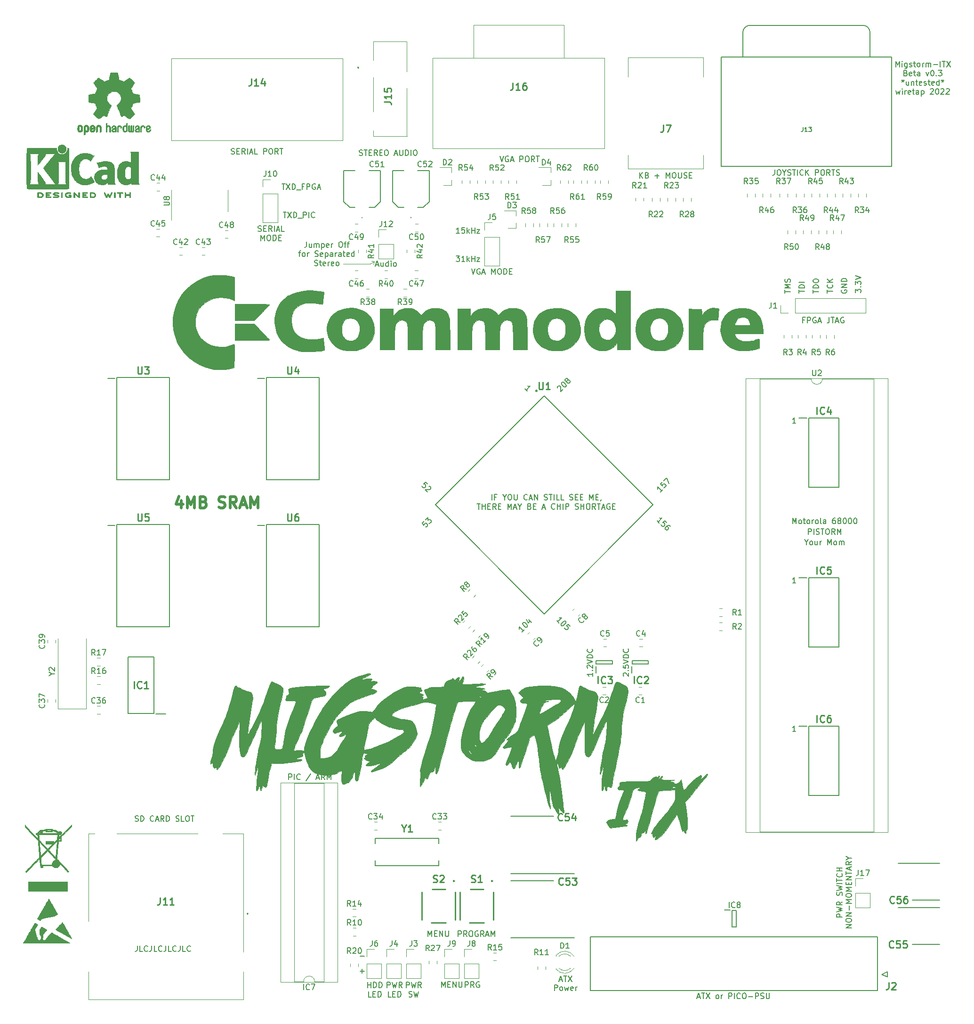
<source format=gbr>
%TF.GenerationSoftware,KiCad,Pcbnew,(5.1.6)-1*%
%TF.CreationDate,2022-11-13T07:46:46-05:00*%
%TF.ProjectId,MigStorm-ITX,4d696753-746f-4726-9d2d-4954582e6b69,rev?*%
%TF.SameCoordinates,Original*%
%TF.FileFunction,Legend,Top*%
%TF.FilePolarity,Positive*%
%FSLAX46Y46*%
G04 Gerber Fmt 4.6, Leading zero omitted, Abs format (unit mm)*
G04 Created by KiCad (PCBNEW (5.1.6)-1) date 2022-11-13 07:46:46*
%MOMM*%
%LPD*%
G01*
G04 APERTURE LIST*
%ADD10C,0.150000*%
%ADD11C,0.120000*%
%ADD12C,0.500000*%
%ADD13C,0.010000*%
%ADD14C,0.200000*%
%ADD15C,0.127000*%
%ADD16C,0.100000*%
%ADD17C,0.254000*%
%ADD18C,0.250000*%
G04 APERTURE END LIST*
D10*
X149812952Y-216876380D02*
X149812952Y-217590666D01*
X149765333Y-217733523D01*
X149670095Y-217828761D01*
X149527238Y-217876380D01*
X149432000Y-217876380D01*
X150765333Y-217876380D02*
X150289142Y-217876380D01*
X150289142Y-216876380D01*
X151670095Y-217781142D02*
X151622476Y-217828761D01*
X151479619Y-217876380D01*
X151384380Y-217876380D01*
X151241523Y-217828761D01*
X151146285Y-217733523D01*
X151098666Y-217638285D01*
X151051047Y-217447809D01*
X151051047Y-217304952D01*
X151098666Y-217114476D01*
X151146285Y-217019238D01*
X151241523Y-216924000D01*
X151384380Y-216876380D01*
X151479619Y-216876380D01*
X151622476Y-216924000D01*
X151670095Y-216971619D01*
X152384380Y-216876380D02*
X152384380Y-217590666D01*
X152336761Y-217733523D01*
X152241523Y-217828761D01*
X152098666Y-217876380D01*
X152003428Y-217876380D01*
X153336761Y-217876380D02*
X152860571Y-217876380D01*
X152860571Y-216876380D01*
X154241523Y-217781142D02*
X154193904Y-217828761D01*
X154051047Y-217876380D01*
X153955809Y-217876380D01*
X153812952Y-217828761D01*
X153717714Y-217733523D01*
X153670095Y-217638285D01*
X153622476Y-217447809D01*
X153622476Y-217304952D01*
X153670095Y-217114476D01*
X153717714Y-217019238D01*
X153812952Y-216924000D01*
X153955809Y-216876380D01*
X154051047Y-216876380D01*
X154193904Y-216924000D01*
X154241523Y-216971619D01*
X154955809Y-216876380D02*
X154955809Y-217590666D01*
X154908190Y-217733523D01*
X154812952Y-217828761D01*
X154670095Y-217876380D01*
X154574857Y-217876380D01*
X155908190Y-217876380D02*
X155432000Y-217876380D01*
X155432000Y-216876380D01*
X156812952Y-217781142D02*
X156765333Y-217828761D01*
X156622476Y-217876380D01*
X156527238Y-217876380D01*
X156384380Y-217828761D01*
X156289142Y-217733523D01*
X156241523Y-217638285D01*
X156193904Y-217447809D01*
X156193904Y-217304952D01*
X156241523Y-217114476D01*
X156289142Y-217019238D01*
X156384380Y-216924000D01*
X156527238Y-216876380D01*
X156622476Y-216876380D01*
X156765333Y-216924000D01*
X156812952Y-216971619D01*
X157527238Y-216876380D02*
X157527238Y-217590666D01*
X157479619Y-217733523D01*
X157384380Y-217828761D01*
X157241523Y-217876380D01*
X157146285Y-217876380D01*
X158479619Y-217876380D02*
X158003428Y-217876380D01*
X158003428Y-216876380D01*
X159384380Y-217781142D02*
X159336761Y-217828761D01*
X159193904Y-217876380D01*
X159098666Y-217876380D01*
X158955809Y-217828761D01*
X158860571Y-217733523D01*
X158812952Y-217638285D01*
X158765333Y-217447809D01*
X158765333Y-217304952D01*
X158812952Y-217114476D01*
X158860571Y-217019238D01*
X158955809Y-216924000D01*
X159098666Y-216876380D01*
X159193904Y-216876380D01*
X159336761Y-216924000D01*
X159384380Y-216971619D01*
X192730666Y-94527666D02*
X193206857Y-94527666D01*
X192635428Y-94813380D02*
X192968761Y-93813380D01*
X193302095Y-94813380D01*
X194064000Y-94146714D02*
X194064000Y-94813380D01*
X193635428Y-94146714D02*
X193635428Y-94670523D01*
X193683047Y-94765761D01*
X193778285Y-94813380D01*
X193921142Y-94813380D01*
X194016380Y-94765761D01*
X194064000Y-94718142D01*
X194968761Y-94813380D02*
X194968761Y-93813380D01*
X194968761Y-94765761D02*
X194873523Y-94813380D01*
X194683047Y-94813380D01*
X194587809Y-94765761D01*
X194540190Y-94718142D01*
X194492571Y-94622904D01*
X194492571Y-94337190D01*
X194540190Y-94241952D01*
X194587809Y-94194333D01*
X194683047Y-94146714D01*
X194873523Y-94146714D01*
X194968761Y-94194333D01*
X195444952Y-94813380D02*
X195444952Y-94146714D01*
X195444952Y-93813380D02*
X195397333Y-93861000D01*
X195444952Y-93908619D01*
X195492571Y-93861000D01*
X195444952Y-93813380D01*
X195444952Y-93908619D01*
X196064000Y-94813380D02*
X195968761Y-94765761D01*
X195921142Y-94718142D01*
X195873523Y-94622904D01*
X195873523Y-94337190D01*
X195921142Y-94241952D01*
X195968761Y-94194333D01*
X196064000Y-94146714D01*
X196206857Y-94146714D01*
X196302095Y-94194333D01*
X196349714Y-94241952D01*
X196397333Y-94337190D01*
X196397333Y-94622904D01*
X196349714Y-94718142D01*
X196302095Y-94765761D01*
X196206857Y-94813380D01*
X196064000Y-94813380D01*
X250548000Y-226099666D02*
X251024190Y-226099666D01*
X250452761Y-226385380D02*
X250786095Y-225385380D01*
X251119428Y-226385380D01*
X251309904Y-225385380D02*
X251881333Y-225385380D01*
X251595619Y-226385380D02*
X251595619Y-225385380D01*
X252119428Y-225385380D02*
X252786095Y-226385380D01*
X252786095Y-225385380D02*
X252119428Y-226385380D01*
X254071809Y-226385380D02*
X253976571Y-226337761D01*
X253928952Y-226290142D01*
X253881333Y-226194904D01*
X253881333Y-225909190D01*
X253928952Y-225813952D01*
X253976571Y-225766333D01*
X254071809Y-225718714D01*
X254214666Y-225718714D01*
X254309904Y-225766333D01*
X254357523Y-225813952D01*
X254405142Y-225909190D01*
X254405142Y-226194904D01*
X254357523Y-226290142D01*
X254309904Y-226337761D01*
X254214666Y-226385380D01*
X254071809Y-226385380D01*
X254833714Y-226385380D02*
X254833714Y-225718714D01*
X254833714Y-225909190D02*
X254881333Y-225813952D01*
X254928952Y-225766333D01*
X255024190Y-225718714D01*
X255119428Y-225718714D01*
X256214666Y-226385380D02*
X256214666Y-225385380D01*
X256595619Y-225385380D01*
X256690857Y-225433000D01*
X256738476Y-225480619D01*
X256786095Y-225575857D01*
X256786095Y-225718714D01*
X256738476Y-225813952D01*
X256690857Y-225861571D01*
X256595619Y-225909190D01*
X256214666Y-225909190D01*
X257214666Y-226385380D02*
X257214666Y-225385380D01*
X258262285Y-226290142D02*
X258214666Y-226337761D01*
X258071809Y-226385380D01*
X257976571Y-226385380D01*
X257833714Y-226337761D01*
X257738476Y-226242523D01*
X257690857Y-226147285D01*
X257643238Y-225956809D01*
X257643238Y-225813952D01*
X257690857Y-225623476D01*
X257738476Y-225528238D01*
X257833714Y-225433000D01*
X257976571Y-225385380D01*
X258071809Y-225385380D01*
X258214666Y-225433000D01*
X258262285Y-225480619D01*
X258881333Y-225385380D02*
X259071809Y-225385380D01*
X259167047Y-225433000D01*
X259262285Y-225528238D01*
X259309904Y-225718714D01*
X259309904Y-226052047D01*
X259262285Y-226242523D01*
X259167047Y-226337761D01*
X259071809Y-226385380D01*
X258881333Y-226385380D01*
X258786095Y-226337761D01*
X258690857Y-226242523D01*
X258643238Y-226052047D01*
X258643238Y-225718714D01*
X258690857Y-225528238D01*
X258786095Y-225433000D01*
X258881333Y-225385380D01*
X259738476Y-226004428D02*
X260500380Y-226004428D01*
X260976571Y-226385380D02*
X260976571Y-225385380D01*
X261357523Y-225385380D01*
X261452761Y-225433000D01*
X261500380Y-225480619D01*
X261548000Y-225575857D01*
X261548000Y-225718714D01*
X261500380Y-225813952D01*
X261452761Y-225861571D01*
X261357523Y-225909190D01*
X260976571Y-225909190D01*
X261928952Y-226337761D02*
X262071809Y-226385380D01*
X262309904Y-226385380D01*
X262405142Y-226337761D01*
X262452761Y-226290142D01*
X262500380Y-226194904D01*
X262500380Y-226099666D01*
X262452761Y-226004428D01*
X262405142Y-225956809D01*
X262309904Y-225909190D01*
X262119428Y-225861571D01*
X262024190Y-225813952D01*
X261976571Y-225766333D01*
X261928952Y-225671095D01*
X261928952Y-225575857D01*
X261976571Y-225480619D01*
X262024190Y-225433000D01*
X262119428Y-225385380D01*
X262357523Y-225385380D01*
X262500380Y-225433000D01*
X262928952Y-225385380D02*
X262928952Y-226194904D01*
X262976571Y-226290142D01*
X263024190Y-226337761D01*
X263119428Y-226385380D01*
X263309904Y-226385380D01*
X263405142Y-226337761D01*
X263452761Y-226290142D01*
X263500380Y-226194904D01*
X263500380Y-225385380D01*
X286226857Y-58937380D02*
X286226857Y-57937380D01*
X286560190Y-58651666D01*
X286893523Y-57937380D01*
X286893523Y-58937380D01*
X287369714Y-58937380D02*
X287369714Y-58270714D01*
X287369714Y-57937380D02*
X287322095Y-57985000D01*
X287369714Y-58032619D01*
X287417333Y-57985000D01*
X287369714Y-57937380D01*
X287369714Y-58032619D01*
X288274476Y-58270714D02*
X288274476Y-59080238D01*
X288226857Y-59175476D01*
X288179238Y-59223095D01*
X288084000Y-59270714D01*
X287941142Y-59270714D01*
X287845904Y-59223095D01*
X288274476Y-58889761D02*
X288179238Y-58937380D01*
X287988761Y-58937380D01*
X287893523Y-58889761D01*
X287845904Y-58842142D01*
X287798285Y-58746904D01*
X287798285Y-58461190D01*
X287845904Y-58365952D01*
X287893523Y-58318333D01*
X287988761Y-58270714D01*
X288179238Y-58270714D01*
X288274476Y-58318333D01*
X288703047Y-58889761D02*
X288798285Y-58937380D01*
X288988761Y-58937380D01*
X289084000Y-58889761D01*
X289131619Y-58794523D01*
X289131619Y-58746904D01*
X289084000Y-58651666D01*
X288988761Y-58604047D01*
X288845904Y-58604047D01*
X288750666Y-58556428D01*
X288703047Y-58461190D01*
X288703047Y-58413571D01*
X288750666Y-58318333D01*
X288845904Y-58270714D01*
X288988761Y-58270714D01*
X289084000Y-58318333D01*
X289417333Y-58270714D02*
X289798285Y-58270714D01*
X289560190Y-57937380D02*
X289560190Y-58794523D01*
X289607809Y-58889761D01*
X289703047Y-58937380D01*
X289798285Y-58937380D01*
X290274476Y-58937380D02*
X290179238Y-58889761D01*
X290131619Y-58842142D01*
X290084000Y-58746904D01*
X290084000Y-58461190D01*
X290131619Y-58365952D01*
X290179238Y-58318333D01*
X290274476Y-58270714D01*
X290417333Y-58270714D01*
X290512571Y-58318333D01*
X290560190Y-58365952D01*
X290607809Y-58461190D01*
X290607809Y-58746904D01*
X290560190Y-58842142D01*
X290512571Y-58889761D01*
X290417333Y-58937380D01*
X290274476Y-58937380D01*
X291036380Y-58937380D02*
X291036380Y-58270714D01*
X291036380Y-58461190D02*
X291084000Y-58365952D01*
X291131619Y-58318333D01*
X291226857Y-58270714D01*
X291322095Y-58270714D01*
X291655428Y-58937380D02*
X291655428Y-58270714D01*
X291655428Y-58365952D02*
X291703047Y-58318333D01*
X291798285Y-58270714D01*
X291941142Y-58270714D01*
X292036380Y-58318333D01*
X292084000Y-58413571D01*
X292084000Y-58937380D01*
X292084000Y-58413571D02*
X292131619Y-58318333D01*
X292226857Y-58270714D01*
X292369714Y-58270714D01*
X292464952Y-58318333D01*
X292512571Y-58413571D01*
X292512571Y-58937380D01*
X292988761Y-58556428D02*
X293750666Y-58556428D01*
X294226857Y-58937380D02*
X294226857Y-57937380D01*
X294560190Y-57937380D02*
X295131619Y-57937380D01*
X294845904Y-58937380D02*
X294845904Y-57937380D01*
X295369714Y-57937380D02*
X296036380Y-58937380D01*
X296036380Y-57937380D02*
X295369714Y-58937380D01*
X288036380Y-60063571D02*
X288179238Y-60111190D01*
X288226857Y-60158809D01*
X288274476Y-60254047D01*
X288274476Y-60396904D01*
X288226857Y-60492142D01*
X288179238Y-60539761D01*
X288084000Y-60587380D01*
X287703047Y-60587380D01*
X287703047Y-59587380D01*
X288036380Y-59587380D01*
X288131619Y-59635000D01*
X288179238Y-59682619D01*
X288226857Y-59777857D01*
X288226857Y-59873095D01*
X288179238Y-59968333D01*
X288131619Y-60015952D01*
X288036380Y-60063571D01*
X287703047Y-60063571D01*
X289084000Y-60539761D02*
X288988761Y-60587380D01*
X288798285Y-60587380D01*
X288703047Y-60539761D01*
X288655428Y-60444523D01*
X288655428Y-60063571D01*
X288703047Y-59968333D01*
X288798285Y-59920714D01*
X288988761Y-59920714D01*
X289084000Y-59968333D01*
X289131619Y-60063571D01*
X289131619Y-60158809D01*
X288655428Y-60254047D01*
X289417333Y-59920714D02*
X289798285Y-59920714D01*
X289560190Y-59587380D02*
X289560190Y-60444523D01*
X289607809Y-60539761D01*
X289703047Y-60587380D01*
X289798285Y-60587380D01*
X290560190Y-60587380D02*
X290560190Y-60063571D01*
X290512571Y-59968333D01*
X290417333Y-59920714D01*
X290226857Y-59920714D01*
X290131619Y-59968333D01*
X290560190Y-60539761D02*
X290464952Y-60587380D01*
X290226857Y-60587380D01*
X290131619Y-60539761D01*
X290084000Y-60444523D01*
X290084000Y-60349285D01*
X290131619Y-60254047D01*
X290226857Y-60206428D01*
X290464952Y-60206428D01*
X290560190Y-60158809D01*
X291703047Y-59920714D02*
X291941142Y-60587380D01*
X292179238Y-59920714D01*
X292750666Y-59587380D02*
X292845904Y-59587380D01*
X292941142Y-59635000D01*
X292988761Y-59682619D01*
X293036380Y-59777857D01*
X293084000Y-59968333D01*
X293084000Y-60206428D01*
X293036380Y-60396904D01*
X292988761Y-60492142D01*
X292941142Y-60539761D01*
X292845904Y-60587380D01*
X292750666Y-60587380D01*
X292655428Y-60539761D01*
X292607809Y-60492142D01*
X292560190Y-60396904D01*
X292512571Y-60206428D01*
X292512571Y-59968333D01*
X292560190Y-59777857D01*
X292607809Y-59682619D01*
X292655428Y-59635000D01*
X292750666Y-59587380D01*
X293512571Y-60492142D02*
X293560190Y-60539761D01*
X293512571Y-60587380D01*
X293464952Y-60539761D01*
X293512571Y-60492142D01*
X293512571Y-60587380D01*
X293893523Y-59587380D02*
X294512571Y-59587380D01*
X294179238Y-59968333D01*
X294322095Y-59968333D01*
X294417333Y-60015952D01*
X294464952Y-60063571D01*
X294512571Y-60158809D01*
X294512571Y-60396904D01*
X294464952Y-60492142D01*
X294417333Y-60539761D01*
X294322095Y-60587380D01*
X294036380Y-60587380D01*
X293941142Y-60539761D01*
X293893523Y-60492142D01*
X287512571Y-61237380D02*
X287512571Y-61475476D01*
X287274476Y-61380238D02*
X287512571Y-61475476D01*
X287750666Y-61380238D01*
X287369714Y-61665952D02*
X287512571Y-61475476D01*
X287655428Y-61665952D01*
X288560190Y-61570714D02*
X288560190Y-62237380D01*
X288131619Y-61570714D02*
X288131619Y-62094523D01*
X288179238Y-62189761D01*
X288274476Y-62237380D01*
X288417333Y-62237380D01*
X288512571Y-62189761D01*
X288560190Y-62142142D01*
X289036380Y-61570714D02*
X289036380Y-62237380D01*
X289036380Y-61665952D02*
X289084000Y-61618333D01*
X289179238Y-61570714D01*
X289322095Y-61570714D01*
X289417333Y-61618333D01*
X289464952Y-61713571D01*
X289464952Y-62237380D01*
X289798285Y-61570714D02*
X290179238Y-61570714D01*
X289941142Y-61237380D02*
X289941142Y-62094523D01*
X289988761Y-62189761D01*
X290084000Y-62237380D01*
X290179238Y-62237380D01*
X290893523Y-62189761D02*
X290798285Y-62237380D01*
X290607809Y-62237380D01*
X290512571Y-62189761D01*
X290464952Y-62094523D01*
X290464952Y-61713571D01*
X290512571Y-61618333D01*
X290607809Y-61570714D01*
X290798285Y-61570714D01*
X290893523Y-61618333D01*
X290941142Y-61713571D01*
X290941142Y-61808809D01*
X290464952Y-61904047D01*
X291322095Y-62189761D02*
X291417333Y-62237380D01*
X291607809Y-62237380D01*
X291703047Y-62189761D01*
X291750666Y-62094523D01*
X291750666Y-62046904D01*
X291703047Y-61951666D01*
X291607809Y-61904047D01*
X291464952Y-61904047D01*
X291369714Y-61856428D01*
X291322095Y-61761190D01*
X291322095Y-61713571D01*
X291369714Y-61618333D01*
X291464952Y-61570714D01*
X291607809Y-61570714D01*
X291703047Y-61618333D01*
X292036380Y-61570714D02*
X292417333Y-61570714D01*
X292179238Y-61237380D02*
X292179238Y-62094523D01*
X292226857Y-62189761D01*
X292322095Y-62237380D01*
X292417333Y-62237380D01*
X293131619Y-62189761D02*
X293036380Y-62237380D01*
X292845904Y-62237380D01*
X292750666Y-62189761D01*
X292703047Y-62094523D01*
X292703047Y-61713571D01*
X292750666Y-61618333D01*
X292845904Y-61570714D01*
X293036380Y-61570714D01*
X293131619Y-61618333D01*
X293179238Y-61713571D01*
X293179238Y-61808809D01*
X292703047Y-61904047D01*
X294036380Y-62237380D02*
X294036380Y-61237380D01*
X294036380Y-62189761D02*
X293941142Y-62237380D01*
X293750666Y-62237380D01*
X293655428Y-62189761D01*
X293607809Y-62142142D01*
X293560190Y-62046904D01*
X293560190Y-61761190D01*
X293607809Y-61665952D01*
X293655428Y-61618333D01*
X293750666Y-61570714D01*
X293941142Y-61570714D01*
X294036380Y-61618333D01*
X294655428Y-61237380D02*
X294655428Y-61475476D01*
X294417333Y-61380238D02*
X294655428Y-61475476D01*
X294893523Y-61380238D01*
X294512571Y-61665952D02*
X294655428Y-61475476D01*
X294798285Y-61665952D01*
X286250666Y-63220714D02*
X286441142Y-63887380D01*
X286631619Y-63411190D01*
X286822095Y-63887380D01*
X287012571Y-63220714D01*
X287393523Y-63887380D02*
X287393523Y-63220714D01*
X287393523Y-62887380D02*
X287345904Y-62935000D01*
X287393523Y-62982619D01*
X287441142Y-62935000D01*
X287393523Y-62887380D01*
X287393523Y-62982619D01*
X287869714Y-63887380D02*
X287869714Y-63220714D01*
X287869714Y-63411190D02*
X287917333Y-63315952D01*
X287964952Y-63268333D01*
X288060190Y-63220714D01*
X288155428Y-63220714D01*
X288869714Y-63839761D02*
X288774476Y-63887380D01*
X288584000Y-63887380D01*
X288488761Y-63839761D01*
X288441142Y-63744523D01*
X288441142Y-63363571D01*
X288488761Y-63268333D01*
X288584000Y-63220714D01*
X288774476Y-63220714D01*
X288869714Y-63268333D01*
X288917333Y-63363571D01*
X288917333Y-63458809D01*
X288441142Y-63554047D01*
X289203047Y-63220714D02*
X289584000Y-63220714D01*
X289345904Y-62887380D02*
X289345904Y-63744523D01*
X289393523Y-63839761D01*
X289488761Y-63887380D01*
X289584000Y-63887380D01*
X290345904Y-63887380D02*
X290345904Y-63363571D01*
X290298285Y-63268333D01*
X290203047Y-63220714D01*
X290012571Y-63220714D01*
X289917333Y-63268333D01*
X290345904Y-63839761D02*
X290250666Y-63887380D01*
X290012571Y-63887380D01*
X289917333Y-63839761D01*
X289869714Y-63744523D01*
X289869714Y-63649285D01*
X289917333Y-63554047D01*
X290012571Y-63506428D01*
X290250666Y-63506428D01*
X290345904Y-63458809D01*
X290822095Y-63220714D02*
X290822095Y-64220714D01*
X290822095Y-63268333D02*
X290917333Y-63220714D01*
X291107809Y-63220714D01*
X291203047Y-63268333D01*
X291250666Y-63315952D01*
X291298285Y-63411190D01*
X291298285Y-63696904D01*
X291250666Y-63792142D01*
X291203047Y-63839761D01*
X291107809Y-63887380D01*
X290917333Y-63887380D01*
X290822095Y-63839761D01*
X292441142Y-62982619D02*
X292488761Y-62935000D01*
X292584000Y-62887380D01*
X292822095Y-62887380D01*
X292917333Y-62935000D01*
X292964952Y-62982619D01*
X293012571Y-63077857D01*
X293012571Y-63173095D01*
X292964952Y-63315952D01*
X292393523Y-63887380D01*
X293012571Y-63887380D01*
X293631619Y-62887380D02*
X293726857Y-62887380D01*
X293822095Y-62935000D01*
X293869714Y-62982619D01*
X293917333Y-63077857D01*
X293964952Y-63268333D01*
X293964952Y-63506428D01*
X293917333Y-63696904D01*
X293869714Y-63792142D01*
X293822095Y-63839761D01*
X293726857Y-63887380D01*
X293631619Y-63887380D01*
X293536380Y-63839761D01*
X293488761Y-63792142D01*
X293441142Y-63696904D01*
X293393523Y-63506428D01*
X293393523Y-63268333D01*
X293441142Y-63077857D01*
X293488761Y-62982619D01*
X293536380Y-62935000D01*
X293631619Y-62887380D01*
X294345904Y-62982619D02*
X294393523Y-62935000D01*
X294488761Y-62887380D01*
X294726857Y-62887380D01*
X294822095Y-62935000D01*
X294869714Y-62982619D01*
X294917333Y-63077857D01*
X294917333Y-63173095D01*
X294869714Y-63315952D01*
X294298285Y-63887380D01*
X294917333Y-63887380D01*
X295298285Y-62982619D02*
X295345904Y-62935000D01*
X295441142Y-62887380D01*
X295679238Y-62887380D01*
X295774476Y-62935000D01*
X295822095Y-62982619D01*
X295869714Y-63077857D01*
X295869714Y-63173095D01*
X295822095Y-63315952D01*
X295250666Y-63887380D01*
X295869714Y-63887380D01*
X276614380Y-211694161D02*
X275614380Y-211694161D01*
X275614380Y-211313209D01*
X275662000Y-211217971D01*
X275709619Y-211170352D01*
X275804857Y-211122733D01*
X275947714Y-211122733D01*
X276042952Y-211170352D01*
X276090571Y-211217971D01*
X276138190Y-211313209D01*
X276138190Y-211694161D01*
X275614380Y-210789400D02*
X276614380Y-210551304D01*
X275900095Y-210360828D01*
X276614380Y-210170352D01*
X275614380Y-209932257D01*
X276614380Y-208979876D02*
X276138190Y-209313209D01*
X276614380Y-209551304D02*
X275614380Y-209551304D01*
X275614380Y-209170352D01*
X275662000Y-209075114D01*
X275709619Y-209027495D01*
X275804857Y-208979876D01*
X275947714Y-208979876D01*
X276042952Y-209027495D01*
X276090571Y-209075114D01*
X276138190Y-209170352D01*
X276138190Y-209551304D01*
X276566761Y-207837019D02*
X276614380Y-207694161D01*
X276614380Y-207456066D01*
X276566761Y-207360828D01*
X276519142Y-207313209D01*
X276423904Y-207265590D01*
X276328666Y-207265590D01*
X276233428Y-207313209D01*
X276185809Y-207360828D01*
X276138190Y-207456066D01*
X276090571Y-207646542D01*
X276042952Y-207741780D01*
X275995333Y-207789400D01*
X275900095Y-207837019D01*
X275804857Y-207837019D01*
X275709619Y-207789400D01*
X275662000Y-207741780D01*
X275614380Y-207646542D01*
X275614380Y-207408447D01*
X275662000Y-207265590D01*
X275614380Y-206932257D02*
X276614380Y-206694161D01*
X275900095Y-206503685D01*
X276614380Y-206313209D01*
X275614380Y-206075114D01*
X276614380Y-205694161D02*
X275614380Y-205694161D01*
X275614380Y-205360828D02*
X275614380Y-204789400D01*
X276614380Y-205075114D02*
X275614380Y-205075114D01*
X276519142Y-203884638D02*
X276566761Y-203932257D01*
X276614380Y-204075114D01*
X276614380Y-204170352D01*
X276566761Y-204313209D01*
X276471523Y-204408447D01*
X276376285Y-204456066D01*
X276185809Y-204503685D01*
X276042952Y-204503685D01*
X275852476Y-204456066D01*
X275757238Y-204408447D01*
X275662000Y-204313209D01*
X275614380Y-204170352D01*
X275614380Y-204075114D01*
X275662000Y-203932257D01*
X275709619Y-203884638D01*
X276614380Y-203456066D02*
X275614380Y-203456066D01*
X276090571Y-203456066D02*
X276090571Y-202884638D01*
X276614380Y-202884638D02*
X275614380Y-202884638D01*
X278264380Y-213622733D02*
X277264380Y-213622733D01*
X278264380Y-213051304D01*
X277264380Y-213051304D01*
X277264380Y-212384638D02*
X277264380Y-212194161D01*
X277312000Y-212098923D01*
X277407238Y-212003685D01*
X277597714Y-211956066D01*
X277931047Y-211956066D01*
X278121523Y-212003685D01*
X278216761Y-212098923D01*
X278264380Y-212194161D01*
X278264380Y-212384638D01*
X278216761Y-212479876D01*
X278121523Y-212575114D01*
X277931047Y-212622733D01*
X277597714Y-212622733D01*
X277407238Y-212575114D01*
X277312000Y-212479876D01*
X277264380Y-212384638D01*
X278264380Y-211527495D02*
X277264380Y-211527495D01*
X278264380Y-210956066D01*
X277264380Y-210956066D01*
X277883428Y-210479876D02*
X277883428Y-209717971D01*
X278264380Y-209241780D02*
X277264380Y-209241780D01*
X277978666Y-208908447D01*
X277264380Y-208575114D01*
X278264380Y-208575114D01*
X277264380Y-207908447D02*
X277264380Y-207717971D01*
X277312000Y-207622733D01*
X277407238Y-207527495D01*
X277597714Y-207479876D01*
X277931047Y-207479876D01*
X278121523Y-207527495D01*
X278216761Y-207622733D01*
X278264380Y-207717971D01*
X278264380Y-207908447D01*
X278216761Y-208003685D01*
X278121523Y-208098923D01*
X277931047Y-208146542D01*
X277597714Y-208146542D01*
X277407238Y-208098923D01*
X277312000Y-208003685D01*
X277264380Y-207908447D01*
X278264380Y-207051304D02*
X277264380Y-207051304D01*
X277978666Y-206717971D01*
X277264380Y-206384638D01*
X278264380Y-206384638D01*
X277740571Y-205908447D02*
X277740571Y-205575114D01*
X278264380Y-205432257D02*
X278264380Y-205908447D01*
X277264380Y-205908447D01*
X277264380Y-205432257D01*
X278264380Y-205003685D02*
X277264380Y-205003685D01*
X278264380Y-204432257D01*
X277264380Y-204432257D01*
X277264380Y-204098923D02*
X277264380Y-203527495D01*
X278264380Y-203813209D02*
X277264380Y-203813209D01*
X277978666Y-203241780D02*
X277978666Y-202765590D01*
X278264380Y-203337019D02*
X277264380Y-203003685D01*
X278264380Y-202670352D01*
X278264380Y-201765590D02*
X277788190Y-202098923D01*
X278264380Y-202337019D02*
X277264380Y-202337019D01*
X277264380Y-201956066D01*
X277312000Y-201860828D01*
X277359619Y-201813209D01*
X277454857Y-201765590D01*
X277597714Y-201765590D01*
X277692952Y-201813209D01*
X277740571Y-201860828D01*
X277788190Y-201956066D01*
X277788190Y-202337019D01*
X277788190Y-201146542D02*
X278264380Y-201146542D01*
X277264380Y-201479876D02*
X277788190Y-201146542D01*
X277264380Y-200813209D01*
X177062285Y-187015380D02*
X177062285Y-186015380D01*
X177443238Y-186015380D01*
X177538476Y-186063000D01*
X177586095Y-186110619D01*
X177633714Y-186205857D01*
X177633714Y-186348714D01*
X177586095Y-186443952D01*
X177538476Y-186491571D01*
X177443238Y-186539190D01*
X177062285Y-186539190D01*
X178062285Y-187015380D02*
X178062285Y-186015380D01*
X179109904Y-186920142D02*
X179062285Y-186967761D01*
X178919428Y-187015380D01*
X178824190Y-187015380D01*
X178681333Y-186967761D01*
X178586095Y-186872523D01*
X178538476Y-186777285D01*
X178490857Y-186586809D01*
X178490857Y-186443952D01*
X178538476Y-186253476D01*
X178586095Y-186158238D01*
X178681333Y-186063000D01*
X178824190Y-186015380D01*
X178919428Y-186015380D01*
X179062285Y-186063000D01*
X179109904Y-186110619D01*
X181014666Y-185967761D02*
X180157523Y-187253476D01*
X182062285Y-186729666D02*
X182538476Y-186729666D01*
X181967047Y-187015380D02*
X182300380Y-186015380D01*
X182633714Y-187015380D01*
X183538476Y-187015380D02*
X183205142Y-186539190D01*
X182967047Y-187015380D02*
X182967047Y-186015380D01*
X183348000Y-186015380D01*
X183443238Y-186063000D01*
X183490857Y-186110619D01*
X183538476Y-186205857D01*
X183538476Y-186348714D01*
X183490857Y-186443952D01*
X183443238Y-186491571D01*
X183348000Y-186539190D01*
X182967047Y-186539190D01*
X183967047Y-187015380D02*
X183967047Y-186015380D01*
X184300380Y-186729666D01*
X184633714Y-186015380D01*
X184633714Y-187015380D01*
X149424095Y-194460761D02*
X149566952Y-194508380D01*
X149805047Y-194508380D01*
X149900285Y-194460761D01*
X149947904Y-194413142D01*
X149995523Y-194317904D01*
X149995523Y-194222666D01*
X149947904Y-194127428D01*
X149900285Y-194079809D01*
X149805047Y-194032190D01*
X149614571Y-193984571D01*
X149519333Y-193936952D01*
X149471714Y-193889333D01*
X149424095Y-193794095D01*
X149424095Y-193698857D01*
X149471714Y-193603619D01*
X149519333Y-193556000D01*
X149614571Y-193508380D01*
X149852666Y-193508380D01*
X149995523Y-193556000D01*
X150424095Y-194508380D02*
X150424095Y-193508380D01*
X150662190Y-193508380D01*
X150805047Y-193556000D01*
X150900285Y-193651238D01*
X150947904Y-193746476D01*
X150995523Y-193936952D01*
X150995523Y-194079809D01*
X150947904Y-194270285D01*
X150900285Y-194365523D01*
X150805047Y-194460761D01*
X150662190Y-194508380D01*
X150424095Y-194508380D01*
X152757428Y-194413142D02*
X152709809Y-194460761D01*
X152566952Y-194508380D01*
X152471714Y-194508380D01*
X152328857Y-194460761D01*
X152233619Y-194365523D01*
X152186000Y-194270285D01*
X152138380Y-194079809D01*
X152138380Y-193936952D01*
X152186000Y-193746476D01*
X152233619Y-193651238D01*
X152328857Y-193556000D01*
X152471714Y-193508380D01*
X152566952Y-193508380D01*
X152709809Y-193556000D01*
X152757428Y-193603619D01*
X153138380Y-194222666D02*
X153614571Y-194222666D01*
X153043142Y-194508380D02*
X153376476Y-193508380D01*
X153709809Y-194508380D01*
X154614571Y-194508380D02*
X154281238Y-194032190D01*
X154043142Y-194508380D02*
X154043142Y-193508380D01*
X154424095Y-193508380D01*
X154519333Y-193556000D01*
X154566952Y-193603619D01*
X154614571Y-193698857D01*
X154614571Y-193841714D01*
X154566952Y-193936952D01*
X154519333Y-193984571D01*
X154424095Y-194032190D01*
X154043142Y-194032190D01*
X155043142Y-194508380D02*
X155043142Y-193508380D01*
X155281238Y-193508380D01*
X155424095Y-193556000D01*
X155519333Y-193651238D01*
X155566952Y-193746476D01*
X155614571Y-193936952D01*
X155614571Y-194079809D01*
X155566952Y-194270285D01*
X155519333Y-194365523D01*
X155424095Y-194460761D01*
X155281238Y-194508380D01*
X155043142Y-194508380D01*
X156757428Y-194460761D02*
X156900285Y-194508380D01*
X157138380Y-194508380D01*
X157233619Y-194460761D01*
X157281238Y-194413142D01*
X157328857Y-194317904D01*
X157328857Y-194222666D01*
X157281238Y-194127428D01*
X157233619Y-194079809D01*
X157138380Y-194032190D01*
X156947904Y-193984571D01*
X156852666Y-193936952D01*
X156805047Y-193889333D01*
X156757428Y-193794095D01*
X156757428Y-193698857D01*
X156805047Y-193603619D01*
X156852666Y-193556000D01*
X156947904Y-193508380D01*
X157186000Y-193508380D01*
X157328857Y-193556000D01*
X158233619Y-194508380D02*
X157757428Y-194508380D01*
X157757428Y-193508380D01*
X158757428Y-193508380D02*
X158947904Y-193508380D01*
X159043142Y-193556000D01*
X159138380Y-193651238D01*
X159186000Y-193841714D01*
X159186000Y-194175047D01*
X159138380Y-194365523D01*
X159043142Y-194460761D01*
X158947904Y-194508380D01*
X158757428Y-194508380D01*
X158662190Y-194460761D01*
X158566952Y-194365523D01*
X158519333Y-194175047D01*
X158519333Y-193841714D01*
X158566952Y-193651238D01*
X158662190Y-193556000D01*
X158757428Y-193508380D01*
X159471714Y-193508380D02*
X160043142Y-193508380D01*
X159757428Y-194508380D02*
X159757428Y-193508380D01*
X237291619Y-168417571D02*
X237244000Y-168369952D01*
X237196380Y-168274714D01*
X237196380Y-168036619D01*
X237244000Y-167941380D01*
X237291619Y-167893761D01*
X237386857Y-167846142D01*
X237482095Y-167846142D01*
X237624952Y-167893761D01*
X238196380Y-168465190D01*
X238196380Y-167846142D01*
X238101142Y-167417571D02*
X238148761Y-167369952D01*
X238196380Y-167417571D01*
X238148761Y-167465190D01*
X238101142Y-167417571D01*
X238196380Y-167417571D01*
X237196380Y-166465190D02*
X237196380Y-166941380D01*
X237672571Y-166989000D01*
X237624952Y-166941380D01*
X237577333Y-166846142D01*
X237577333Y-166608047D01*
X237624952Y-166512809D01*
X237672571Y-166465190D01*
X237767809Y-166417571D01*
X238005904Y-166417571D01*
X238101142Y-166465190D01*
X238148761Y-166512809D01*
X238196380Y-166608047D01*
X238196380Y-166846142D01*
X238148761Y-166941380D01*
X238101142Y-166989000D01*
X237196380Y-166131857D02*
X238196380Y-165798523D01*
X237196380Y-165465190D01*
X238196380Y-165131857D02*
X237196380Y-165131857D01*
X237196380Y-164893761D01*
X237244000Y-164750904D01*
X237339238Y-164655666D01*
X237434476Y-164608047D01*
X237624952Y-164560428D01*
X237767809Y-164560428D01*
X237958285Y-164608047D01*
X238053523Y-164655666D01*
X238148761Y-164750904D01*
X238196380Y-164893761D01*
X238196380Y-165131857D01*
X238101142Y-163560428D02*
X238148761Y-163608047D01*
X238196380Y-163750904D01*
X238196380Y-163846142D01*
X238148761Y-163989000D01*
X238053523Y-164084238D01*
X237958285Y-164131857D01*
X237767809Y-164179476D01*
X237624952Y-164179476D01*
X237434476Y-164131857D01*
X237339238Y-164084238D01*
X237244000Y-163989000D01*
X237196380Y-163846142D01*
X237196380Y-163750904D01*
X237244000Y-163608047D01*
X237291619Y-163560428D01*
X231719380Y-167846142D02*
X231719380Y-168417571D01*
X231719380Y-168131857D02*
X230719380Y-168131857D01*
X230862238Y-168227095D01*
X230957476Y-168322333D01*
X231005095Y-168417571D01*
X231624142Y-167417571D02*
X231671761Y-167369952D01*
X231719380Y-167417571D01*
X231671761Y-167465190D01*
X231624142Y-167417571D01*
X231719380Y-167417571D01*
X230814619Y-166989000D02*
X230767000Y-166941380D01*
X230719380Y-166846142D01*
X230719380Y-166608047D01*
X230767000Y-166512809D01*
X230814619Y-166465190D01*
X230909857Y-166417571D01*
X231005095Y-166417571D01*
X231147952Y-166465190D01*
X231719380Y-167036619D01*
X231719380Y-166417571D01*
X230719380Y-166131857D02*
X231719380Y-165798523D01*
X230719380Y-165465190D01*
X231719380Y-165131857D02*
X230719380Y-165131857D01*
X230719380Y-164893761D01*
X230767000Y-164750904D01*
X230862238Y-164655666D01*
X230957476Y-164608047D01*
X231147952Y-164560428D01*
X231290809Y-164560428D01*
X231481285Y-164608047D01*
X231576523Y-164655666D01*
X231671761Y-164750904D01*
X231719380Y-164893761D01*
X231719380Y-165131857D01*
X231624142Y-163560428D02*
X231671761Y-163608047D01*
X231719380Y-163750904D01*
X231719380Y-163846142D01*
X231671761Y-163989000D01*
X231576523Y-164084238D01*
X231481285Y-164131857D01*
X231290809Y-164179476D01*
X231147952Y-164179476D01*
X230957476Y-164131857D01*
X230862238Y-164084238D01*
X230767000Y-163989000D01*
X230719380Y-163846142D01*
X230719380Y-163750904D01*
X230767000Y-163608047D01*
X230814619Y-163560428D01*
X189865047Y-221432428D02*
X190626952Y-221432428D01*
X190246000Y-221813380D02*
X190246000Y-221051476D01*
X189865047Y-218765428D02*
X190626952Y-218765428D01*
X207534285Y-215209380D02*
X207534285Y-214209380D01*
X207915238Y-214209380D01*
X208010476Y-214257000D01*
X208058095Y-214304619D01*
X208105714Y-214399857D01*
X208105714Y-214542714D01*
X208058095Y-214637952D01*
X208010476Y-214685571D01*
X207915238Y-214733190D01*
X207534285Y-214733190D01*
X209105714Y-215209380D02*
X208772380Y-214733190D01*
X208534285Y-215209380D02*
X208534285Y-214209380D01*
X208915238Y-214209380D01*
X209010476Y-214257000D01*
X209058095Y-214304619D01*
X209105714Y-214399857D01*
X209105714Y-214542714D01*
X209058095Y-214637952D01*
X209010476Y-214685571D01*
X208915238Y-214733190D01*
X208534285Y-214733190D01*
X209724761Y-214209380D02*
X209915238Y-214209380D01*
X210010476Y-214257000D01*
X210105714Y-214352238D01*
X210153333Y-214542714D01*
X210153333Y-214876047D01*
X210105714Y-215066523D01*
X210010476Y-215161761D01*
X209915238Y-215209380D01*
X209724761Y-215209380D01*
X209629523Y-215161761D01*
X209534285Y-215066523D01*
X209486666Y-214876047D01*
X209486666Y-214542714D01*
X209534285Y-214352238D01*
X209629523Y-214257000D01*
X209724761Y-214209380D01*
X211105714Y-214257000D02*
X211010476Y-214209380D01*
X210867619Y-214209380D01*
X210724761Y-214257000D01*
X210629523Y-214352238D01*
X210581904Y-214447476D01*
X210534285Y-214637952D01*
X210534285Y-214780809D01*
X210581904Y-214971285D01*
X210629523Y-215066523D01*
X210724761Y-215161761D01*
X210867619Y-215209380D01*
X210962857Y-215209380D01*
X211105714Y-215161761D01*
X211153333Y-215114142D01*
X211153333Y-214780809D01*
X210962857Y-214780809D01*
X212153333Y-215209380D02*
X211820000Y-214733190D01*
X211581904Y-215209380D02*
X211581904Y-214209380D01*
X211962857Y-214209380D01*
X212058095Y-214257000D01*
X212105714Y-214304619D01*
X212153333Y-214399857D01*
X212153333Y-214542714D01*
X212105714Y-214637952D01*
X212058095Y-214685571D01*
X211962857Y-214733190D01*
X211581904Y-214733190D01*
X212534285Y-214923666D02*
X213010476Y-214923666D01*
X212439047Y-215209380D02*
X212772380Y-214209380D01*
X213105714Y-215209380D01*
X213439047Y-215209380D02*
X213439047Y-214209380D01*
X213772380Y-214923666D01*
X214105714Y-214209380D01*
X214105714Y-215209380D01*
X202128666Y-215209380D02*
X202128666Y-214209380D01*
X202462000Y-214923666D01*
X202795333Y-214209380D01*
X202795333Y-215209380D01*
X203271523Y-214685571D02*
X203604857Y-214685571D01*
X203747714Y-215209380D02*
X203271523Y-215209380D01*
X203271523Y-214209380D01*
X203747714Y-214209380D01*
X204176285Y-215209380D02*
X204176285Y-214209380D01*
X204747714Y-215209380D01*
X204747714Y-214209380D01*
X205223904Y-214209380D02*
X205223904Y-215018904D01*
X205271523Y-215114142D01*
X205319142Y-215161761D01*
X205414380Y-215209380D01*
X205604857Y-215209380D01*
X205700095Y-215161761D01*
X205747714Y-215114142D01*
X205795333Y-215018904D01*
X205795333Y-214209380D01*
X208796095Y-224353380D02*
X208796095Y-223353380D01*
X209177047Y-223353380D01*
X209272285Y-223401000D01*
X209319904Y-223448619D01*
X209367523Y-223543857D01*
X209367523Y-223686714D01*
X209319904Y-223781952D01*
X209272285Y-223829571D01*
X209177047Y-223877190D01*
X208796095Y-223877190D01*
X210367523Y-224353380D02*
X210034190Y-223877190D01*
X209796095Y-224353380D02*
X209796095Y-223353380D01*
X210177047Y-223353380D01*
X210272285Y-223401000D01*
X210319904Y-223448619D01*
X210367523Y-223543857D01*
X210367523Y-223686714D01*
X210319904Y-223781952D01*
X210272285Y-223829571D01*
X210177047Y-223877190D01*
X209796095Y-223877190D01*
X211319904Y-223401000D02*
X211224666Y-223353380D01*
X211081809Y-223353380D01*
X210938952Y-223401000D01*
X210843714Y-223496238D01*
X210796095Y-223591476D01*
X210748476Y-223781952D01*
X210748476Y-223924809D01*
X210796095Y-224115285D01*
X210843714Y-224210523D01*
X210938952Y-224305761D01*
X211081809Y-224353380D01*
X211177047Y-224353380D01*
X211319904Y-224305761D01*
X211367523Y-224258142D01*
X211367523Y-223924809D01*
X211177047Y-223924809D01*
X204541666Y-224353380D02*
X204541666Y-223353380D01*
X204875000Y-224067666D01*
X205208333Y-223353380D01*
X205208333Y-224353380D01*
X205684523Y-223829571D02*
X206017857Y-223829571D01*
X206160714Y-224353380D02*
X205684523Y-224353380D01*
X205684523Y-223353380D01*
X206160714Y-223353380D01*
X206589285Y-224353380D02*
X206589285Y-223353380D01*
X207160714Y-224353380D01*
X207160714Y-223353380D01*
X207636904Y-223353380D02*
X207636904Y-224162904D01*
X207684523Y-224258142D01*
X207732142Y-224305761D01*
X207827380Y-224353380D01*
X208017857Y-224353380D01*
X208113095Y-224305761D01*
X208160714Y-224258142D01*
X208208333Y-224162904D01*
X208208333Y-223353380D01*
X264462333Y-77430380D02*
X264462333Y-78144666D01*
X264414714Y-78287523D01*
X264319476Y-78382761D01*
X264176619Y-78430380D01*
X264081380Y-78430380D01*
X265129000Y-77430380D02*
X265319476Y-77430380D01*
X265414714Y-77478000D01*
X265509952Y-77573238D01*
X265557571Y-77763714D01*
X265557571Y-78097047D01*
X265509952Y-78287523D01*
X265414714Y-78382761D01*
X265319476Y-78430380D01*
X265129000Y-78430380D01*
X265033761Y-78382761D01*
X264938523Y-78287523D01*
X264890904Y-78097047D01*
X264890904Y-77763714D01*
X264938523Y-77573238D01*
X265033761Y-77478000D01*
X265129000Y-77430380D01*
X266176619Y-77954190D02*
X266176619Y-78430380D01*
X265843285Y-77430380D02*
X266176619Y-77954190D01*
X266509952Y-77430380D01*
X266795666Y-78382761D02*
X266938523Y-78430380D01*
X267176619Y-78430380D01*
X267271857Y-78382761D01*
X267319476Y-78335142D01*
X267367095Y-78239904D01*
X267367095Y-78144666D01*
X267319476Y-78049428D01*
X267271857Y-78001809D01*
X267176619Y-77954190D01*
X266986142Y-77906571D01*
X266890904Y-77858952D01*
X266843285Y-77811333D01*
X266795666Y-77716095D01*
X266795666Y-77620857D01*
X266843285Y-77525619D01*
X266890904Y-77478000D01*
X266986142Y-77430380D01*
X267224238Y-77430380D01*
X267367095Y-77478000D01*
X267652809Y-77430380D02*
X268224238Y-77430380D01*
X267938523Y-78430380D02*
X267938523Y-77430380D01*
X268557571Y-78430380D02*
X268557571Y-77430380D01*
X269605190Y-78335142D02*
X269557571Y-78382761D01*
X269414714Y-78430380D01*
X269319476Y-78430380D01*
X269176619Y-78382761D01*
X269081380Y-78287523D01*
X269033761Y-78192285D01*
X268986142Y-78001809D01*
X268986142Y-77858952D01*
X269033761Y-77668476D01*
X269081380Y-77573238D01*
X269176619Y-77478000D01*
X269319476Y-77430380D01*
X269414714Y-77430380D01*
X269557571Y-77478000D01*
X269605190Y-77525619D01*
X270033761Y-78430380D02*
X270033761Y-77430380D01*
X270605190Y-78430380D02*
X270176619Y-77858952D01*
X270605190Y-77430380D02*
X270033761Y-78001809D01*
X271795666Y-78430380D02*
X271795666Y-77430380D01*
X272176619Y-77430380D01*
X272271857Y-77478000D01*
X272319476Y-77525619D01*
X272367095Y-77620857D01*
X272367095Y-77763714D01*
X272319476Y-77858952D01*
X272271857Y-77906571D01*
X272176619Y-77954190D01*
X271795666Y-77954190D01*
X272986142Y-77430380D02*
X273176619Y-77430380D01*
X273271857Y-77478000D01*
X273367095Y-77573238D01*
X273414714Y-77763714D01*
X273414714Y-78097047D01*
X273367095Y-78287523D01*
X273271857Y-78382761D01*
X273176619Y-78430380D01*
X272986142Y-78430380D01*
X272890904Y-78382761D01*
X272795666Y-78287523D01*
X272748047Y-78097047D01*
X272748047Y-77763714D01*
X272795666Y-77573238D01*
X272890904Y-77478000D01*
X272986142Y-77430380D01*
X274414714Y-78430380D02*
X274081380Y-77954190D01*
X273843285Y-78430380D02*
X273843285Y-77430380D01*
X274224238Y-77430380D01*
X274319476Y-77478000D01*
X274367095Y-77525619D01*
X274414714Y-77620857D01*
X274414714Y-77763714D01*
X274367095Y-77858952D01*
X274319476Y-77906571D01*
X274224238Y-77954190D01*
X273843285Y-77954190D01*
X274700428Y-77430380D02*
X275271857Y-77430380D01*
X274986142Y-78430380D02*
X274986142Y-77430380D01*
X275557571Y-78382761D02*
X275700428Y-78430380D01*
X275938523Y-78430380D01*
X276033761Y-78382761D01*
X276081380Y-78335142D01*
X276129000Y-78239904D01*
X276129000Y-78144666D01*
X276081380Y-78049428D01*
X276033761Y-78001809D01*
X275938523Y-77954190D01*
X275748047Y-77906571D01*
X275652809Y-77858952D01*
X275605190Y-77811333D01*
X275557571Y-77716095D01*
X275557571Y-77620857D01*
X275605190Y-77525619D01*
X275652809Y-77478000D01*
X275748047Y-77430380D01*
X275986142Y-77430380D01*
X276129000Y-77478000D01*
X240165523Y-78938380D02*
X240165523Y-77938380D01*
X240736952Y-78938380D02*
X240308380Y-78366952D01*
X240736952Y-77938380D02*
X240165523Y-78509809D01*
X241498857Y-78414571D02*
X241641714Y-78462190D01*
X241689333Y-78509809D01*
X241736952Y-78605047D01*
X241736952Y-78747904D01*
X241689333Y-78843142D01*
X241641714Y-78890761D01*
X241546476Y-78938380D01*
X241165523Y-78938380D01*
X241165523Y-77938380D01*
X241498857Y-77938380D01*
X241594095Y-77986000D01*
X241641714Y-78033619D01*
X241689333Y-78128857D01*
X241689333Y-78224095D01*
X241641714Y-78319333D01*
X241594095Y-78366952D01*
X241498857Y-78414571D01*
X241165523Y-78414571D01*
X242927428Y-78557428D02*
X243689333Y-78557428D01*
X243308380Y-78938380D02*
X243308380Y-78176476D01*
X244927428Y-78938380D02*
X244927428Y-77938380D01*
X245260761Y-78652666D01*
X245594095Y-77938380D01*
X245594095Y-78938380D01*
X246260761Y-77938380D02*
X246451238Y-77938380D01*
X246546476Y-77986000D01*
X246641714Y-78081238D01*
X246689333Y-78271714D01*
X246689333Y-78605047D01*
X246641714Y-78795523D01*
X246546476Y-78890761D01*
X246451238Y-78938380D01*
X246260761Y-78938380D01*
X246165523Y-78890761D01*
X246070285Y-78795523D01*
X246022666Y-78605047D01*
X246022666Y-78271714D01*
X246070285Y-78081238D01*
X246165523Y-77986000D01*
X246260761Y-77938380D01*
X247117904Y-77938380D02*
X247117904Y-78747904D01*
X247165523Y-78843142D01*
X247213142Y-78890761D01*
X247308380Y-78938380D01*
X247498857Y-78938380D01*
X247594095Y-78890761D01*
X247641714Y-78843142D01*
X247689333Y-78747904D01*
X247689333Y-77938380D01*
X248117904Y-78890761D02*
X248260761Y-78938380D01*
X248498857Y-78938380D01*
X248594095Y-78890761D01*
X248641714Y-78843142D01*
X248689333Y-78747904D01*
X248689333Y-78652666D01*
X248641714Y-78557428D01*
X248594095Y-78509809D01*
X248498857Y-78462190D01*
X248308380Y-78414571D01*
X248213142Y-78366952D01*
X248165523Y-78319333D01*
X248117904Y-78224095D01*
X248117904Y-78128857D01*
X248165523Y-78033619D01*
X248213142Y-77986000D01*
X248308380Y-77938380D01*
X248546476Y-77938380D01*
X248689333Y-77986000D01*
X249117904Y-78414571D02*
X249451238Y-78414571D01*
X249594095Y-78938380D02*
X249117904Y-78938380D01*
X249117904Y-77938380D01*
X249594095Y-77938380D01*
X207153142Y-92924380D02*
X207772190Y-92924380D01*
X207438857Y-93305333D01*
X207581714Y-93305333D01*
X207676952Y-93352952D01*
X207724571Y-93400571D01*
X207772190Y-93495809D01*
X207772190Y-93733904D01*
X207724571Y-93829142D01*
X207676952Y-93876761D01*
X207581714Y-93924380D01*
X207296000Y-93924380D01*
X207200761Y-93876761D01*
X207153142Y-93829142D01*
X208724571Y-93924380D02*
X208153142Y-93924380D01*
X208438857Y-93924380D02*
X208438857Y-92924380D01*
X208343619Y-93067238D01*
X208248380Y-93162476D01*
X208153142Y-93210095D01*
X209153142Y-93924380D02*
X209153142Y-92924380D01*
X209248380Y-93543428D02*
X209534095Y-93924380D01*
X209534095Y-93257714D02*
X209153142Y-93638666D01*
X209962666Y-93924380D02*
X209962666Y-92924380D01*
X209962666Y-93400571D02*
X210534095Y-93400571D01*
X210534095Y-93924380D02*
X210534095Y-92924380D01*
X210915047Y-93257714D02*
X211438857Y-93257714D01*
X210915047Y-93924380D01*
X211438857Y-93924380D01*
X207772190Y-88844380D02*
X207200761Y-88844380D01*
X207486476Y-88844380D02*
X207486476Y-87844380D01*
X207391238Y-87987238D01*
X207296000Y-88082476D01*
X207200761Y-88130095D01*
X208676952Y-87844380D02*
X208200761Y-87844380D01*
X208153142Y-88320571D01*
X208200761Y-88272952D01*
X208296000Y-88225333D01*
X208534095Y-88225333D01*
X208629333Y-88272952D01*
X208676952Y-88320571D01*
X208724571Y-88415809D01*
X208724571Y-88653904D01*
X208676952Y-88749142D01*
X208629333Y-88796761D01*
X208534095Y-88844380D01*
X208296000Y-88844380D01*
X208200761Y-88796761D01*
X208153142Y-88749142D01*
X209153142Y-88844380D02*
X209153142Y-87844380D01*
X209248380Y-88463428D02*
X209534095Y-88844380D01*
X209534095Y-88177714D02*
X209153142Y-88558666D01*
X209962666Y-88844380D02*
X209962666Y-87844380D01*
X209962666Y-88320571D02*
X210534095Y-88320571D01*
X210534095Y-88844380D02*
X210534095Y-87844380D01*
X210915047Y-88177714D02*
X211438857Y-88177714D01*
X210915047Y-88844380D01*
X211438857Y-88844380D01*
X209923523Y-95210380D02*
X210256857Y-96210380D01*
X210590190Y-95210380D01*
X211447333Y-95258000D02*
X211352095Y-95210380D01*
X211209238Y-95210380D01*
X211066380Y-95258000D01*
X210971142Y-95353238D01*
X210923523Y-95448476D01*
X210875904Y-95638952D01*
X210875904Y-95781809D01*
X210923523Y-95972285D01*
X210971142Y-96067523D01*
X211066380Y-96162761D01*
X211209238Y-96210380D01*
X211304476Y-96210380D01*
X211447333Y-96162761D01*
X211494952Y-96115142D01*
X211494952Y-95781809D01*
X211304476Y-95781809D01*
X211875904Y-95924666D02*
X212352095Y-95924666D01*
X211780666Y-96210380D02*
X212114000Y-95210380D01*
X212447333Y-96210380D01*
X213542571Y-96210380D02*
X213542571Y-95210380D01*
X213875904Y-95924666D01*
X214209238Y-95210380D01*
X214209238Y-96210380D01*
X214875904Y-95210380D02*
X215066380Y-95210380D01*
X215161619Y-95258000D01*
X215256857Y-95353238D01*
X215304476Y-95543714D01*
X215304476Y-95877047D01*
X215256857Y-96067523D01*
X215161619Y-96162761D01*
X215066380Y-96210380D01*
X214875904Y-96210380D01*
X214780666Y-96162761D01*
X214685428Y-96067523D01*
X214637809Y-95877047D01*
X214637809Y-95543714D01*
X214685428Y-95353238D01*
X214780666Y-95258000D01*
X214875904Y-95210380D01*
X215733047Y-96210380D02*
X215733047Y-95210380D01*
X215971142Y-95210380D01*
X216114000Y-95258000D01*
X216209238Y-95353238D01*
X216256857Y-95448476D01*
X216304476Y-95638952D01*
X216304476Y-95781809D01*
X216256857Y-95972285D01*
X216209238Y-96067523D01*
X216114000Y-96162761D01*
X215971142Y-96210380D01*
X215733047Y-96210380D01*
X216733047Y-95686571D02*
X217066380Y-95686571D01*
X217209238Y-96210380D02*
X216733047Y-96210380D01*
X216733047Y-95210380D01*
X217209238Y-95210380D01*
D11*
X192405000Y-93980000D02*
X191897000Y-93853000D01*
X192405000Y-93980000D02*
X192278000Y-94488000D01*
X191643000Y-94361000D02*
X192405000Y-93980000D01*
X186817000Y-94361000D02*
X191643000Y-94361000D01*
D10*
X215019380Y-75017380D02*
X215352714Y-76017380D01*
X215686047Y-75017380D01*
X216543190Y-75065000D02*
X216447952Y-75017380D01*
X216305095Y-75017380D01*
X216162238Y-75065000D01*
X216067000Y-75160238D01*
X216019380Y-75255476D01*
X215971761Y-75445952D01*
X215971761Y-75588809D01*
X216019380Y-75779285D01*
X216067000Y-75874523D01*
X216162238Y-75969761D01*
X216305095Y-76017380D01*
X216400333Y-76017380D01*
X216543190Y-75969761D01*
X216590809Y-75922142D01*
X216590809Y-75588809D01*
X216400333Y-75588809D01*
X216971761Y-75731666D02*
X217447952Y-75731666D01*
X216876523Y-76017380D02*
X217209857Y-75017380D01*
X217543190Y-76017380D01*
X218638428Y-76017380D02*
X218638428Y-75017380D01*
X219019380Y-75017380D01*
X219114619Y-75065000D01*
X219162238Y-75112619D01*
X219209857Y-75207857D01*
X219209857Y-75350714D01*
X219162238Y-75445952D01*
X219114619Y-75493571D01*
X219019380Y-75541190D01*
X218638428Y-75541190D01*
X219828904Y-75017380D02*
X220019380Y-75017380D01*
X220114619Y-75065000D01*
X220209857Y-75160238D01*
X220257476Y-75350714D01*
X220257476Y-75684047D01*
X220209857Y-75874523D01*
X220114619Y-75969761D01*
X220019380Y-76017380D01*
X219828904Y-76017380D01*
X219733666Y-75969761D01*
X219638428Y-75874523D01*
X219590809Y-75684047D01*
X219590809Y-75350714D01*
X219638428Y-75160238D01*
X219733666Y-75065000D01*
X219828904Y-75017380D01*
X221257476Y-76017380D02*
X220924142Y-75541190D01*
X220686047Y-76017380D02*
X220686047Y-75017380D01*
X221067000Y-75017380D01*
X221162238Y-75065000D01*
X221209857Y-75112619D01*
X221257476Y-75207857D01*
X221257476Y-75350714D01*
X221209857Y-75445952D01*
X221162238Y-75493571D01*
X221067000Y-75541190D01*
X220686047Y-75541190D01*
X221543190Y-75017380D02*
X222114619Y-75017380D01*
X221828904Y-76017380D02*
X221828904Y-75017380D01*
X189754523Y-74826761D02*
X189897380Y-74874380D01*
X190135476Y-74874380D01*
X190230714Y-74826761D01*
X190278333Y-74779142D01*
X190325952Y-74683904D01*
X190325952Y-74588666D01*
X190278333Y-74493428D01*
X190230714Y-74445809D01*
X190135476Y-74398190D01*
X189945000Y-74350571D01*
X189849761Y-74302952D01*
X189802142Y-74255333D01*
X189754523Y-74160095D01*
X189754523Y-74064857D01*
X189802142Y-73969619D01*
X189849761Y-73922000D01*
X189945000Y-73874380D01*
X190183095Y-73874380D01*
X190325952Y-73922000D01*
X190611666Y-73874380D02*
X191183095Y-73874380D01*
X190897380Y-74874380D02*
X190897380Y-73874380D01*
X191516428Y-74350571D02*
X191849761Y-74350571D01*
X191992619Y-74874380D02*
X191516428Y-74874380D01*
X191516428Y-73874380D01*
X191992619Y-73874380D01*
X192992619Y-74874380D02*
X192659285Y-74398190D01*
X192421190Y-74874380D02*
X192421190Y-73874380D01*
X192802142Y-73874380D01*
X192897380Y-73922000D01*
X192945000Y-73969619D01*
X192992619Y-74064857D01*
X192992619Y-74207714D01*
X192945000Y-74302952D01*
X192897380Y-74350571D01*
X192802142Y-74398190D01*
X192421190Y-74398190D01*
X193421190Y-74350571D02*
X193754523Y-74350571D01*
X193897380Y-74874380D02*
X193421190Y-74874380D01*
X193421190Y-73874380D01*
X193897380Y-73874380D01*
X194516428Y-73874380D02*
X194706904Y-73874380D01*
X194802142Y-73922000D01*
X194897380Y-74017238D01*
X194945000Y-74207714D01*
X194945000Y-74541047D01*
X194897380Y-74731523D01*
X194802142Y-74826761D01*
X194706904Y-74874380D01*
X194516428Y-74874380D01*
X194421190Y-74826761D01*
X194325952Y-74731523D01*
X194278333Y-74541047D01*
X194278333Y-74207714D01*
X194325952Y-74017238D01*
X194421190Y-73922000D01*
X194516428Y-73874380D01*
X196087857Y-74588666D02*
X196564047Y-74588666D01*
X195992619Y-74874380D02*
X196325952Y-73874380D01*
X196659285Y-74874380D01*
X196992619Y-73874380D02*
X196992619Y-74683904D01*
X197040238Y-74779142D01*
X197087857Y-74826761D01*
X197183095Y-74874380D01*
X197373571Y-74874380D01*
X197468809Y-74826761D01*
X197516428Y-74779142D01*
X197564047Y-74683904D01*
X197564047Y-73874380D01*
X198040238Y-74874380D02*
X198040238Y-73874380D01*
X198278333Y-73874380D01*
X198421190Y-73922000D01*
X198516428Y-74017238D01*
X198564047Y-74112476D01*
X198611666Y-74302952D01*
X198611666Y-74445809D01*
X198564047Y-74636285D01*
X198516428Y-74731523D01*
X198421190Y-74826761D01*
X198278333Y-74874380D01*
X198040238Y-74874380D01*
X199040238Y-74874380D02*
X199040238Y-73874380D01*
X199706904Y-73874380D02*
X199897380Y-73874380D01*
X199992619Y-73922000D01*
X200087857Y-74017238D01*
X200135476Y-74207714D01*
X200135476Y-74541047D01*
X200087857Y-74731523D01*
X199992619Y-74826761D01*
X199897380Y-74874380D01*
X199706904Y-74874380D01*
X199611666Y-74826761D01*
X199516428Y-74731523D01*
X199468809Y-74541047D01*
X199468809Y-74207714D01*
X199516428Y-74017238D01*
X199611666Y-73922000D01*
X199706904Y-73874380D01*
X180253142Y-90385380D02*
X180253142Y-91099666D01*
X180205523Y-91242523D01*
X180110285Y-91337761D01*
X179967428Y-91385380D01*
X179872190Y-91385380D01*
X181157904Y-90718714D02*
X181157904Y-91385380D01*
X180729333Y-90718714D02*
X180729333Y-91242523D01*
X180776952Y-91337761D01*
X180872190Y-91385380D01*
X181015047Y-91385380D01*
X181110285Y-91337761D01*
X181157904Y-91290142D01*
X181634095Y-91385380D02*
X181634095Y-90718714D01*
X181634095Y-90813952D02*
X181681714Y-90766333D01*
X181776952Y-90718714D01*
X181919809Y-90718714D01*
X182015047Y-90766333D01*
X182062666Y-90861571D01*
X182062666Y-91385380D01*
X182062666Y-90861571D02*
X182110285Y-90766333D01*
X182205523Y-90718714D01*
X182348380Y-90718714D01*
X182443619Y-90766333D01*
X182491238Y-90861571D01*
X182491238Y-91385380D01*
X182967428Y-90718714D02*
X182967428Y-91718714D01*
X182967428Y-90766333D02*
X183062666Y-90718714D01*
X183253142Y-90718714D01*
X183348380Y-90766333D01*
X183396000Y-90813952D01*
X183443619Y-90909190D01*
X183443619Y-91194904D01*
X183396000Y-91290142D01*
X183348380Y-91337761D01*
X183253142Y-91385380D01*
X183062666Y-91385380D01*
X182967428Y-91337761D01*
X184253142Y-91337761D02*
X184157904Y-91385380D01*
X183967428Y-91385380D01*
X183872190Y-91337761D01*
X183824571Y-91242523D01*
X183824571Y-90861571D01*
X183872190Y-90766333D01*
X183967428Y-90718714D01*
X184157904Y-90718714D01*
X184253142Y-90766333D01*
X184300761Y-90861571D01*
X184300761Y-90956809D01*
X183824571Y-91052047D01*
X184729333Y-91385380D02*
X184729333Y-90718714D01*
X184729333Y-90909190D02*
X184776952Y-90813952D01*
X184824571Y-90766333D01*
X184919809Y-90718714D01*
X185015047Y-90718714D01*
X186300761Y-90385380D02*
X186491238Y-90385380D01*
X186586476Y-90433000D01*
X186681714Y-90528238D01*
X186729333Y-90718714D01*
X186729333Y-91052047D01*
X186681714Y-91242523D01*
X186586476Y-91337761D01*
X186491238Y-91385380D01*
X186300761Y-91385380D01*
X186205523Y-91337761D01*
X186110285Y-91242523D01*
X186062666Y-91052047D01*
X186062666Y-90718714D01*
X186110285Y-90528238D01*
X186205523Y-90433000D01*
X186300761Y-90385380D01*
X187015047Y-90718714D02*
X187396000Y-90718714D01*
X187157904Y-91385380D02*
X187157904Y-90528238D01*
X187205523Y-90433000D01*
X187300761Y-90385380D01*
X187396000Y-90385380D01*
X187586476Y-90718714D02*
X187967428Y-90718714D01*
X187729333Y-91385380D02*
X187729333Y-90528238D01*
X187776952Y-90433000D01*
X187872190Y-90385380D01*
X187967428Y-90385380D01*
X178824571Y-92368714D02*
X179205523Y-92368714D01*
X178967428Y-93035380D02*
X178967428Y-92178238D01*
X179015047Y-92083000D01*
X179110285Y-92035380D01*
X179205523Y-92035380D01*
X179681714Y-93035380D02*
X179586476Y-92987761D01*
X179538857Y-92940142D01*
X179491238Y-92844904D01*
X179491238Y-92559190D01*
X179538857Y-92463952D01*
X179586476Y-92416333D01*
X179681714Y-92368714D01*
X179824571Y-92368714D01*
X179919809Y-92416333D01*
X179967428Y-92463952D01*
X180015047Y-92559190D01*
X180015047Y-92844904D01*
X179967428Y-92940142D01*
X179919809Y-92987761D01*
X179824571Y-93035380D01*
X179681714Y-93035380D01*
X180443619Y-93035380D02*
X180443619Y-92368714D01*
X180443619Y-92559190D02*
X180491238Y-92463952D01*
X180538857Y-92416333D01*
X180634095Y-92368714D01*
X180729333Y-92368714D01*
X181776952Y-92987761D02*
X181919809Y-93035380D01*
X182157904Y-93035380D01*
X182253142Y-92987761D01*
X182300761Y-92940142D01*
X182348380Y-92844904D01*
X182348380Y-92749666D01*
X182300761Y-92654428D01*
X182253142Y-92606809D01*
X182157904Y-92559190D01*
X181967428Y-92511571D01*
X181872190Y-92463952D01*
X181824571Y-92416333D01*
X181776952Y-92321095D01*
X181776952Y-92225857D01*
X181824571Y-92130619D01*
X181872190Y-92083000D01*
X181967428Y-92035380D01*
X182205523Y-92035380D01*
X182348380Y-92083000D01*
X183157904Y-92987761D02*
X183062666Y-93035380D01*
X182872190Y-93035380D01*
X182776952Y-92987761D01*
X182729333Y-92892523D01*
X182729333Y-92511571D01*
X182776952Y-92416333D01*
X182872190Y-92368714D01*
X183062666Y-92368714D01*
X183157904Y-92416333D01*
X183205523Y-92511571D01*
X183205523Y-92606809D01*
X182729333Y-92702047D01*
X183634095Y-92368714D02*
X183634095Y-93368714D01*
X183634095Y-92416333D02*
X183729333Y-92368714D01*
X183919809Y-92368714D01*
X184015047Y-92416333D01*
X184062666Y-92463952D01*
X184110285Y-92559190D01*
X184110285Y-92844904D01*
X184062666Y-92940142D01*
X184015047Y-92987761D01*
X183919809Y-93035380D01*
X183729333Y-93035380D01*
X183634095Y-92987761D01*
X184967428Y-93035380D02*
X184967428Y-92511571D01*
X184919809Y-92416333D01*
X184824571Y-92368714D01*
X184634095Y-92368714D01*
X184538857Y-92416333D01*
X184967428Y-92987761D02*
X184872190Y-93035380D01*
X184634095Y-93035380D01*
X184538857Y-92987761D01*
X184491238Y-92892523D01*
X184491238Y-92797285D01*
X184538857Y-92702047D01*
X184634095Y-92654428D01*
X184872190Y-92654428D01*
X184967428Y-92606809D01*
X185443619Y-93035380D02*
X185443619Y-92368714D01*
X185443619Y-92559190D02*
X185491238Y-92463952D01*
X185538857Y-92416333D01*
X185634095Y-92368714D01*
X185729333Y-92368714D01*
X186491238Y-93035380D02*
X186491238Y-92511571D01*
X186443619Y-92416333D01*
X186348380Y-92368714D01*
X186157904Y-92368714D01*
X186062666Y-92416333D01*
X186491238Y-92987761D02*
X186396000Y-93035380D01*
X186157904Y-93035380D01*
X186062666Y-92987761D01*
X186015047Y-92892523D01*
X186015047Y-92797285D01*
X186062666Y-92702047D01*
X186157904Y-92654428D01*
X186396000Y-92654428D01*
X186491238Y-92606809D01*
X186824571Y-92368714D02*
X187205523Y-92368714D01*
X186967428Y-92035380D02*
X186967428Y-92892523D01*
X187015047Y-92987761D01*
X187110285Y-93035380D01*
X187205523Y-93035380D01*
X187919809Y-92987761D02*
X187824571Y-93035380D01*
X187634095Y-93035380D01*
X187538857Y-92987761D01*
X187491238Y-92892523D01*
X187491238Y-92511571D01*
X187538857Y-92416333D01*
X187634095Y-92368714D01*
X187824571Y-92368714D01*
X187919809Y-92416333D01*
X187967428Y-92511571D01*
X187967428Y-92606809D01*
X187491238Y-92702047D01*
X188824571Y-93035380D02*
X188824571Y-92035380D01*
X188824571Y-92987761D02*
X188729333Y-93035380D01*
X188538857Y-93035380D01*
X188443619Y-92987761D01*
X188396000Y-92940142D01*
X188348380Y-92844904D01*
X188348380Y-92559190D01*
X188396000Y-92463952D01*
X188443619Y-92416333D01*
X188538857Y-92368714D01*
X188729333Y-92368714D01*
X188824571Y-92416333D01*
X181705523Y-94637761D02*
X181848380Y-94685380D01*
X182086476Y-94685380D01*
X182181714Y-94637761D01*
X182229333Y-94590142D01*
X182276952Y-94494904D01*
X182276952Y-94399666D01*
X182229333Y-94304428D01*
X182181714Y-94256809D01*
X182086476Y-94209190D01*
X181896000Y-94161571D01*
X181800761Y-94113952D01*
X181753142Y-94066333D01*
X181705523Y-93971095D01*
X181705523Y-93875857D01*
X181753142Y-93780619D01*
X181800761Y-93733000D01*
X181896000Y-93685380D01*
X182134095Y-93685380D01*
X182276952Y-93733000D01*
X182562666Y-94018714D02*
X182943619Y-94018714D01*
X182705523Y-93685380D02*
X182705523Y-94542523D01*
X182753142Y-94637761D01*
X182848380Y-94685380D01*
X182943619Y-94685380D01*
X183657904Y-94637761D02*
X183562666Y-94685380D01*
X183372190Y-94685380D01*
X183276952Y-94637761D01*
X183229333Y-94542523D01*
X183229333Y-94161571D01*
X183276952Y-94066333D01*
X183372190Y-94018714D01*
X183562666Y-94018714D01*
X183657904Y-94066333D01*
X183705523Y-94161571D01*
X183705523Y-94256809D01*
X183229333Y-94352047D01*
X184134095Y-94685380D02*
X184134095Y-94018714D01*
X184134095Y-94209190D02*
X184181714Y-94113952D01*
X184229333Y-94066333D01*
X184324571Y-94018714D01*
X184419809Y-94018714D01*
X185134095Y-94637761D02*
X185038857Y-94685380D01*
X184848380Y-94685380D01*
X184753142Y-94637761D01*
X184705523Y-94542523D01*
X184705523Y-94161571D01*
X184753142Y-94066333D01*
X184848380Y-94018714D01*
X185038857Y-94018714D01*
X185134095Y-94066333D01*
X185181714Y-94161571D01*
X185181714Y-94256809D01*
X184705523Y-94352047D01*
X185753142Y-94685380D02*
X185657904Y-94637761D01*
X185610285Y-94590142D01*
X185562666Y-94494904D01*
X185562666Y-94209190D01*
X185610285Y-94113952D01*
X185657904Y-94066333D01*
X185753142Y-94018714D01*
X185896000Y-94018714D01*
X185991238Y-94066333D01*
X186038857Y-94113952D01*
X186086476Y-94209190D01*
X186086476Y-94494904D01*
X186038857Y-94590142D01*
X185991238Y-94637761D01*
X185896000Y-94685380D01*
X185753142Y-94685380D01*
X166727761Y-74572761D02*
X166870619Y-74620380D01*
X167108714Y-74620380D01*
X167203952Y-74572761D01*
X167251571Y-74525142D01*
X167299190Y-74429904D01*
X167299190Y-74334666D01*
X167251571Y-74239428D01*
X167203952Y-74191809D01*
X167108714Y-74144190D01*
X166918238Y-74096571D01*
X166823000Y-74048952D01*
X166775380Y-74001333D01*
X166727761Y-73906095D01*
X166727761Y-73810857D01*
X166775380Y-73715619D01*
X166823000Y-73668000D01*
X166918238Y-73620380D01*
X167156333Y-73620380D01*
X167299190Y-73668000D01*
X167727761Y-74096571D02*
X168061095Y-74096571D01*
X168203952Y-74620380D02*
X167727761Y-74620380D01*
X167727761Y-73620380D01*
X168203952Y-73620380D01*
X169203952Y-74620380D02*
X168870619Y-74144190D01*
X168632523Y-74620380D02*
X168632523Y-73620380D01*
X169013476Y-73620380D01*
X169108714Y-73668000D01*
X169156333Y-73715619D01*
X169203952Y-73810857D01*
X169203952Y-73953714D01*
X169156333Y-74048952D01*
X169108714Y-74096571D01*
X169013476Y-74144190D01*
X168632523Y-74144190D01*
X169632523Y-74620380D02*
X169632523Y-73620380D01*
X170061095Y-74334666D02*
X170537285Y-74334666D01*
X169965857Y-74620380D02*
X170299190Y-73620380D01*
X170632523Y-74620380D01*
X171442047Y-74620380D02*
X170965857Y-74620380D01*
X170965857Y-73620380D01*
X172537285Y-74620380D02*
X172537285Y-73620380D01*
X172918238Y-73620380D01*
X173013476Y-73668000D01*
X173061095Y-73715619D01*
X173108714Y-73810857D01*
X173108714Y-73953714D01*
X173061095Y-74048952D01*
X173013476Y-74096571D01*
X172918238Y-74144190D01*
X172537285Y-74144190D01*
X173727761Y-73620380D02*
X173918238Y-73620380D01*
X174013476Y-73668000D01*
X174108714Y-73763238D01*
X174156333Y-73953714D01*
X174156333Y-74287047D01*
X174108714Y-74477523D01*
X174013476Y-74572761D01*
X173918238Y-74620380D01*
X173727761Y-74620380D01*
X173632523Y-74572761D01*
X173537285Y-74477523D01*
X173489666Y-74287047D01*
X173489666Y-73953714D01*
X173537285Y-73763238D01*
X173632523Y-73668000D01*
X173727761Y-73620380D01*
X175156333Y-74620380D02*
X174823000Y-74144190D01*
X174584904Y-74620380D02*
X174584904Y-73620380D01*
X174965857Y-73620380D01*
X175061095Y-73668000D01*
X175108714Y-73715619D01*
X175156333Y-73810857D01*
X175156333Y-73953714D01*
X175108714Y-74048952D01*
X175061095Y-74096571D01*
X174965857Y-74144190D01*
X174584904Y-74144190D01*
X175442047Y-73620380D02*
X176013476Y-73620380D01*
X175727761Y-74620380D02*
X175727761Y-73620380D01*
X176062047Y-85050380D02*
X176633476Y-85050380D01*
X176347761Y-86050380D02*
X176347761Y-85050380D01*
X176871571Y-85050380D02*
X177538238Y-86050380D01*
X177538238Y-85050380D02*
X176871571Y-86050380D01*
X177919190Y-86050380D02*
X177919190Y-85050380D01*
X178157285Y-85050380D01*
X178300142Y-85098000D01*
X178395380Y-85193238D01*
X178443000Y-85288476D01*
X178490619Y-85478952D01*
X178490619Y-85621809D01*
X178443000Y-85812285D01*
X178395380Y-85907523D01*
X178300142Y-86002761D01*
X178157285Y-86050380D01*
X177919190Y-86050380D01*
X178681095Y-86145619D02*
X179443000Y-86145619D01*
X179681095Y-86050380D02*
X179681095Y-85050380D01*
X180062047Y-85050380D01*
X180157285Y-85098000D01*
X180204904Y-85145619D01*
X180252523Y-85240857D01*
X180252523Y-85383714D01*
X180204904Y-85478952D01*
X180157285Y-85526571D01*
X180062047Y-85574190D01*
X179681095Y-85574190D01*
X180681095Y-86050380D02*
X180681095Y-85050380D01*
X181728714Y-85955142D02*
X181681095Y-86002761D01*
X181538238Y-86050380D01*
X181443000Y-86050380D01*
X181300142Y-86002761D01*
X181204904Y-85907523D01*
X181157285Y-85812285D01*
X181109666Y-85621809D01*
X181109666Y-85478952D01*
X181157285Y-85288476D01*
X181204904Y-85193238D01*
X181300142Y-85098000D01*
X181443000Y-85050380D01*
X181538238Y-85050380D01*
X181681095Y-85098000D01*
X181728714Y-85145619D01*
X175824000Y-79970380D02*
X176395428Y-79970380D01*
X176109714Y-80970380D02*
X176109714Y-79970380D01*
X176633523Y-79970380D02*
X177300190Y-80970380D01*
X177300190Y-79970380D02*
X176633523Y-80970380D01*
X177681142Y-80970380D02*
X177681142Y-79970380D01*
X177919238Y-79970380D01*
X178062095Y-80018000D01*
X178157333Y-80113238D01*
X178204952Y-80208476D01*
X178252571Y-80398952D01*
X178252571Y-80541809D01*
X178204952Y-80732285D01*
X178157333Y-80827523D01*
X178062095Y-80922761D01*
X177919238Y-80970380D01*
X177681142Y-80970380D01*
X178443047Y-81065619D02*
X179204952Y-81065619D01*
X179776380Y-80446571D02*
X179443047Y-80446571D01*
X179443047Y-80970380D02*
X179443047Y-79970380D01*
X179919238Y-79970380D01*
X180300190Y-80970380D02*
X180300190Y-79970380D01*
X180681142Y-79970380D01*
X180776380Y-80018000D01*
X180824000Y-80065619D01*
X180871619Y-80160857D01*
X180871619Y-80303714D01*
X180824000Y-80398952D01*
X180776380Y-80446571D01*
X180681142Y-80494190D01*
X180300190Y-80494190D01*
X181824000Y-80018000D02*
X181728761Y-79970380D01*
X181585904Y-79970380D01*
X181443047Y-80018000D01*
X181347809Y-80113238D01*
X181300190Y-80208476D01*
X181252571Y-80398952D01*
X181252571Y-80541809D01*
X181300190Y-80732285D01*
X181347809Y-80827523D01*
X181443047Y-80922761D01*
X181585904Y-80970380D01*
X181681142Y-80970380D01*
X181824000Y-80922761D01*
X181871619Y-80875142D01*
X181871619Y-80541809D01*
X181681142Y-80541809D01*
X182252571Y-80684666D02*
X182728761Y-80684666D01*
X182157333Y-80970380D02*
X182490666Y-79970380D01*
X182824000Y-80970380D01*
X171553476Y-88479761D02*
X171696333Y-88527380D01*
X171934428Y-88527380D01*
X172029666Y-88479761D01*
X172077285Y-88432142D01*
X172124904Y-88336904D01*
X172124904Y-88241666D01*
X172077285Y-88146428D01*
X172029666Y-88098809D01*
X171934428Y-88051190D01*
X171743952Y-88003571D01*
X171648714Y-87955952D01*
X171601095Y-87908333D01*
X171553476Y-87813095D01*
X171553476Y-87717857D01*
X171601095Y-87622619D01*
X171648714Y-87575000D01*
X171743952Y-87527380D01*
X171982047Y-87527380D01*
X172124904Y-87575000D01*
X172553476Y-88003571D02*
X172886809Y-88003571D01*
X173029666Y-88527380D02*
X172553476Y-88527380D01*
X172553476Y-87527380D01*
X173029666Y-87527380D01*
X174029666Y-88527380D02*
X173696333Y-88051190D01*
X173458238Y-88527380D02*
X173458238Y-87527380D01*
X173839190Y-87527380D01*
X173934428Y-87575000D01*
X173982047Y-87622619D01*
X174029666Y-87717857D01*
X174029666Y-87860714D01*
X173982047Y-87955952D01*
X173934428Y-88003571D01*
X173839190Y-88051190D01*
X173458238Y-88051190D01*
X174458238Y-88527380D02*
X174458238Y-87527380D01*
X174886809Y-88241666D02*
X175363000Y-88241666D01*
X174791571Y-88527380D02*
X175124904Y-87527380D01*
X175458238Y-88527380D01*
X176267761Y-88527380D02*
X175791571Y-88527380D01*
X175791571Y-87527380D01*
X172053476Y-90177380D02*
X172053476Y-89177380D01*
X172386809Y-89891666D01*
X172720142Y-89177380D01*
X172720142Y-90177380D01*
X173386809Y-89177380D02*
X173577285Y-89177380D01*
X173672523Y-89225000D01*
X173767761Y-89320238D01*
X173815380Y-89510714D01*
X173815380Y-89844047D01*
X173767761Y-90034523D01*
X173672523Y-90129761D01*
X173577285Y-90177380D01*
X173386809Y-90177380D01*
X173291571Y-90129761D01*
X173196333Y-90034523D01*
X173148714Y-89844047D01*
X173148714Y-89510714D01*
X173196333Y-89320238D01*
X173291571Y-89225000D01*
X173386809Y-89177380D01*
X174243952Y-90177380D02*
X174243952Y-89177380D01*
X174482047Y-89177380D01*
X174624904Y-89225000D01*
X174720142Y-89320238D01*
X174767761Y-89415476D01*
X174815380Y-89605952D01*
X174815380Y-89748809D01*
X174767761Y-89939285D01*
X174720142Y-90034523D01*
X174624904Y-90129761D01*
X174482047Y-90177380D01*
X174243952Y-90177380D01*
X175243952Y-89653571D02*
X175577285Y-89653571D01*
X175720142Y-90177380D02*
X175243952Y-90177380D01*
X175243952Y-89177380D01*
X175720142Y-89177380D01*
X198183666Y-224417380D02*
X198183666Y-223417380D01*
X198564619Y-223417380D01*
X198659857Y-223465000D01*
X198707476Y-223512619D01*
X198755095Y-223607857D01*
X198755095Y-223750714D01*
X198707476Y-223845952D01*
X198659857Y-223893571D01*
X198564619Y-223941190D01*
X198183666Y-223941190D01*
X199088428Y-223417380D02*
X199326523Y-224417380D01*
X199517000Y-223703095D01*
X199707476Y-224417380D01*
X199945571Y-223417380D01*
X200897952Y-224417380D02*
X200564619Y-223941190D01*
X200326523Y-224417380D02*
X200326523Y-223417380D01*
X200707476Y-223417380D01*
X200802714Y-223465000D01*
X200850333Y-223512619D01*
X200897952Y-223607857D01*
X200897952Y-223750714D01*
X200850333Y-223845952D01*
X200802714Y-223893571D01*
X200707476Y-223941190D01*
X200326523Y-223941190D01*
X198659857Y-226019761D02*
X198802714Y-226067380D01*
X199040809Y-226067380D01*
X199136047Y-226019761D01*
X199183666Y-225972142D01*
X199231285Y-225876904D01*
X199231285Y-225781666D01*
X199183666Y-225686428D01*
X199136047Y-225638809D01*
X199040809Y-225591190D01*
X198850333Y-225543571D01*
X198755095Y-225495952D01*
X198707476Y-225448333D01*
X198659857Y-225353095D01*
X198659857Y-225257857D01*
X198707476Y-225162619D01*
X198755095Y-225115000D01*
X198850333Y-225067380D01*
X199088428Y-225067380D01*
X199231285Y-225115000D01*
X199564619Y-225067380D02*
X199802714Y-226067380D01*
X199993190Y-225353095D01*
X200183666Y-226067380D01*
X200421761Y-225067380D01*
X194754666Y-224417380D02*
X194754666Y-223417380D01*
X195135619Y-223417380D01*
X195230857Y-223465000D01*
X195278476Y-223512619D01*
X195326095Y-223607857D01*
X195326095Y-223750714D01*
X195278476Y-223845952D01*
X195230857Y-223893571D01*
X195135619Y-223941190D01*
X194754666Y-223941190D01*
X195659428Y-223417380D02*
X195897523Y-224417380D01*
X196088000Y-223703095D01*
X196278476Y-224417380D01*
X196516571Y-223417380D01*
X197468952Y-224417380D02*
X197135619Y-223941190D01*
X196897523Y-224417380D02*
X196897523Y-223417380D01*
X197278476Y-223417380D01*
X197373714Y-223465000D01*
X197421333Y-223512619D01*
X197468952Y-223607857D01*
X197468952Y-223750714D01*
X197421333Y-223845952D01*
X197373714Y-223893571D01*
X197278476Y-223941190D01*
X196897523Y-223941190D01*
X195445142Y-226067380D02*
X194968952Y-226067380D01*
X194968952Y-225067380D01*
X195778476Y-225543571D02*
X196111809Y-225543571D01*
X196254666Y-226067380D02*
X195778476Y-226067380D01*
X195778476Y-225067380D01*
X196254666Y-225067380D01*
X196683238Y-226067380D02*
X196683238Y-225067380D01*
X196921333Y-225067380D01*
X197064190Y-225115000D01*
X197159428Y-225210238D01*
X197207047Y-225305476D01*
X197254666Y-225495952D01*
X197254666Y-225638809D01*
X197207047Y-225829285D01*
X197159428Y-225924523D01*
X197064190Y-226019761D01*
X196921333Y-226067380D01*
X196683238Y-226067380D01*
X191246285Y-224417380D02*
X191246285Y-223417380D01*
X191246285Y-223893571D02*
X191817714Y-223893571D01*
X191817714Y-224417380D02*
X191817714Y-223417380D01*
X192293904Y-224417380D02*
X192293904Y-223417380D01*
X192532000Y-223417380D01*
X192674857Y-223465000D01*
X192770095Y-223560238D01*
X192817714Y-223655476D01*
X192865333Y-223845952D01*
X192865333Y-223988809D01*
X192817714Y-224179285D01*
X192770095Y-224274523D01*
X192674857Y-224369761D01*
X192532000Y-224417380D01*
X192293904Y-224417380D01*
X193293904Y-224417380D02*
X193293904Y-223417380D01*
X193532000Y-223417380D01*
X193674857Y-223465000D01*
X193770095Y-223560238D01*
X193817714Y-223655476D01*
X193865333Y-223845952D01*
X193865333Y-223988809D01*
X193817714Y-224179285D01*
X193770095Y-224274523D01*
X193674857Y-224369761D01*
X193532000Y-224417380D01*
X193293904Y-224417380D01*
X191889142Y-226067380D02*
X191412952Y-226067380D01*
X191412952Y-225067380D01*
X192222476Y-225543571D02*
X192555809Y-225543571D01*
X192698666Y-226067380D02*
X192222476Y-226067380D01*
X192222476Y-225067380D01*
X192698666Y-225067380D01*
X193127238Y-226067380D02*
X193127238Y-225067380D01*
X193365333Y-225067380D01*
X193508190Y-225115000D01*
X193603428Y-225210238D01*
X193651047Y-225305476D01*
X193698666Y-225495952D01*
X193698666Y-225638809D01*
X193651047Y-225829285D01*
X193603428Y-225924523D01*
X193508190Y-226019761D01*
X193365333Y-226067380D01*
X193127238Y-226067380D01*
X225726761Y-222988666D02*
X226202952Y-222988666D01*
X225631523Y-223274380D02*
X225964857Y-222274380D01*
X226298190Y-223274380D01*
X226488666Y-222274380D02*
X227060095Y-222274380D01*
X226774380Y-223274380D02*
X226774380Y-222274380D01*
X227298190Y-222274380D02*
X227964857Y-223274380D01*
X227964857Y-222274380D02*
X227298190Y-223274380D01*
X224845809Y-224924380D02*
X224845809Y-223924380D01*
X225226761Y-223924380D01*
X225322000Y-223972000D01*
X225369619Y-224019619D01*
X225417238Y-224114857D01*
X225417238Y-224257714D01*
X225369619Y-224352952D01*
X225322000Y-224400571D01*
X225226761Y-224448190D01*
X224845809Y-224448190D01*
X225988666Y-224924380D02*
X225893428Y-224876761D01*
X225845809Y-224829142D01*
X225798190Y-224733904D01*
X225798190Y-224448190D01*
X225845809Y-224352952D01*
X225893428Y-224305333D01*
X225988666Y-224257714D01*
X226131523Y-224257714D01*
X226226761Y-224305333D01*
X226274380Y-224352952D01*
X226322000Y-224448190D01*
X226322000Y-224733904D01*
X226274380Y-224829142D01*
X226226761Y-224876761D01*
X226131523Y-224924380D01*
X225988666Y-224924380D01*
X226655333Y-224257714D02*
X226845809Y-224924380D01*
X227036285Y-224448190D01*
X227226761Y-224924380D01*
X227417238Y-224257714D01*
X228179142Y-224876761D02*
X228083904Y-224924380D01*
X227893428Y-224924380D01*
X227798190Y-224876761D01*
X227750571Y-224781523D01*
X227750571Y-224400571D01*
X227798190Y-224305333D01*
X227893428Y-224257714D01*
X228083904Y-224257714D01*
X228179142Y-224305333D01*
X228226761Y-224400571D01*
X228226761Y-224495809D01*
X227750571Y-224591047D01*
X228655333Y-224924380D02*
X228655333Y-224257714D01*
X228655333Y-224448190D02*
X228702952Y-224352952D01*
X228750571Y-224305333D01*
X228845809Y-224257714D01*
X228941047Y-224257714D01*
X270145285Y-144375190D02*
X270145285Y-144851380D01*
X269811952Y-143851380D02*
X270145285Y-144375190D01*
X270478619Y-143851380D01*
X270954809Y-144851380D02*
X270859571Y-144803761D01*
X270811952Y-144756142D01*
X270764333Y-144660904D01*
X270764333Y-144375190D01*
X270811952Y-144279952D01*
X270859571Y-144232333D01*
X270954809Y-144184714D01*
X271097666Y-144184714D01*
X271192904Y-144232333D01*
X271240523Y-144279952D01*
X271288142Y-144375190D01*
X271288142Y-144660904D01*
X271240523Y-144756142D01*
X271192904Y-144803761D01*
X271097666Y-144851380D01*
X270954809Y-144851380D01*
X272145285Y-144184714D02*
X272145285Y-144851380D01*
X271716714Y-144184714D02*
X271716714Y-144708523D01*
X271764333Y-144803761D01*
X271859571Y-144851380D01*
X272002428Y-144851380D01*
X272097666Y-144803761D01*
X272145285Y-144756142D01*
X272621476Y-144851380D02*
X272621476Y-144184714D01*
X272621476Y-144375190D02*
X272669095Y-144279952D01*
X272716714Y-144232333D01*
X272811952Y-144184714D01*
X272907190Y-144184714D01*
X274002428Y-144851380D02*
X274002428Y-143851380D01*
X274335761Y-144565666D01*
X274669095Y-143851380D01*
X274669095Y-144851380D01*
X275288142Y-144851380D02*
X275192904Y-144803761D01*
X275145285Y-144756142D01*
X275097666Y-144660904D01*
X275097666Y-144375190D01*
X275145285Y-144279952D01*
X275192904Y-144232333D01*
X275288142Y-144184714D01*
X275431000Y-144184714D01*
X275526238Y-144232333D01*
X275573857Y-144279952D01*
X275621476Y-144375190D01*
X275621476Y-144660904D01*
X275573857Y-144756142D01*
X275526238Y-144803761D01*
X275431000Y-144851380D01*
X275288142Y-144851380D01*
X276050047Y-144851380D02*
X276050047Y-144184714D01*
X276050047Y-144279952D02*
X276097666Y-144232333D01*
X276192904Y-144184714D01*
X276335761Y-144184714D01*
X276431000Y-144232333D01*
X276478619Y-144327571D01*
X276478619Y-144851380D01*
X276478619Y-144327571D02*
X276526238Y-144232333D01*
X276621476Y-144184714D01*
X276764333Y-144184714D01*
X276859571Y-144232333D01*
X276907190Y-144327571D01*
X276907190Y-144851380D01*
X270478619Y-142946380D02*
X270478619Y-141946380D01*
X270859571Y-141946380D01*
X270954809Y-141994000D01*
X271002428Y-142041619D01*
X271050047Y-142136857D01*
X271050047Y-142279714D01*
X271002428Y-142374952D01*
X270954809Y-142422571D01*
X270859571Y-142470190D01*
X270478619Y-142470190D01*
X271478619Y-142946380D02*
X271478619Y-141946380D01*
X271907190Y-142898761D02*
X272050047Y-142946380D01*
X272288142Y-142946380D01*
X272383380Y-142898761D01*
X272431000Y-142851142D01*
X272478619Y-142755904D01*
X272478619Y-142660666D01*
X272431000Y-142565428D01*
X272383380Y-142517809D01*
X272288142Y-142470190D01*
X272097666Y-142422571D01*
X272002428Y-142374952D01*
X271954809Y-142327333D01*
X271907190Y-142232095D01*
X271907190Y-142136857D01*
X271954809Y-142041619D01*
X272002428Y-141994000D01*
X272097666Y-141946380D01*
X272335761Y-141946380D01*
X272478619Y-141994000D01*
X272764333Y-141946380D02*
X273335761Y-141946380D01*
X273050047Y-142946380D02*
X273050047Y-141946380D01*
X273859571Y-141946380D02*
X274050047Y-141946380D01*
X274145285Y-141994000D01*
X274240523Y-142089238D01*
X274288142Y-142279714D01*
X274288142Y-142613047D01*
X274240523Y-142803523D01*
X274145285Y-142898761D01*
X274050047Y-142946380D01*
X273859571Y-142946380D01*
X273764333Y-142898761D01*
X273669095Y-142803523D01*
X273621476Y-142613047D01*
X273621476Y-142279714D01*
X273669095Y-142089238D01*
X273764333Y-141994000D01*
X273859571Y-141946380D01*
X275288142Y-142946380D02*
X274954809Y-142470190D01*
X274716714Y-142946380D02*
X274716714Y-141946380D01*
X275097666Y-141946380D01*
X275192904Y-141994000D01*
X275240523Y-142041619D01*
X275288142Y-142136857D01*
X275288142Y-142279714D01*
X275240523Y-142374952D01*
X275192904Y-142422571D01*
X275097666Y-142470190D01*
X274716714Y-142470190D01*
X275716714Y-142946380D02*
X275716714Y-141946380D01*
X276050047Y-142660666D01*
X276383380Y-141946380D01*
X276383380Y-142946380D01*
X267669095Y-141041380D02*
X267669095Y-140041380D01*
X268002428Y-140755666D01*
X268335761Y-140041380D01*
X268335761Y-141041380D01*
X268954809Y-141041380D02*
X268859571Y-140993761D01*
X268811952Y-140946142D01*
X268764333Y-140850904D01*
X268764333Y-140565190D01*
X268811952Y-140469952D01*
X268859571Y-140422333D01*
X268954809Y-140374714D01*
X269097666Y-140374714D01*
X269192904Y-140422333D01*
X269240523Y-140469952D01*
X269288142Y-140565190D01*
X269288142Y-140850904D01*
X269240523Y-140946142D01*
X269192904Y-140993761D01*
X269097666Y-141041380D01*
X268954809Y-141041380D01*
X269573857Y-140374714D02*
X269954809Y-140374714D01*
X269716714Y-140041380D02*
X269716714Y-140898523D01*
X269764333Y-140993761D01*
X269859571Y-141041380D01*
X269954809Y-141041380D01*
X270431000Y-141041380D02*
X270335761Y-140993761D01*
X270288142Y-140946142D01*
X270240523Y-140850904D01*
X270240523Y-140565190D01*
X270288142Y-140469952D01*
X270335761Y-140422333D01*
X270431000Y-140374714D01*
X270573857Y-140374714D01*
X270669095Y-140422333D01*
X270716714Y-140469952D01*
X270764333Y-140565190D01*
X270764333Y-140850904D01*
X270716714Y-140946142D01*
X270669095Y-140993761D01*
X270573857Y-141041380D01*
X270431000Y-141041380D01*
X271192904Y-141041380D02*
X271192904Y-140374714D01*
X271192904Y-140565190D02*
X271240523Y-140469952D01*
X271288142Y-140422333D01*
X271383380Y-140374714D01*
X271478619Y-140374714D01*
X271954809Y-141041380D02*
X271859571Y-140993761D01*
X271811952Y-140946142D01*
X271764333Y-140850904D01*
X271764333Y-140565190D01*
X271811952Y-140469952D01*
X271859571Y-140422333D01*
X271954809Y-140374714D01*
X272097666Y-140374714D01*
X272192904Y-140422333D01*
X272240523Y-140469952D01*
X272288142Y-140565190D01*
X272288142Y-140850904D01*
X272240523Y-140946142D01*
X272192904Y-140993761D01*
X272097666Y-141041380D01*
X271954809Y-141041380D01*
X272859571Y-141041380D02*
X272764333Y-140993761D01*
X272716714Y-140898523D01*
X272716714Y-140041380D01*
X273669095Y-141041380D02*
X273669095Y-140517571D01*
X273621476Y-140422333D01*
X273526238Y-140374714D01*
X273335761Y-140374714D01*
X273240523Y-140422333D01*
X273669095Y-140993761D02*
X273573857Y-141041380D01*
X273335761Y-141041380D01*
X273240523Y-140993761D01*
X273192904Y-140898523D01*
X273192904Y-140803285D01*
X273240523Y-140708047D01*
X273335761Y-140660428D01*
X273573857Y-140660428D01*
X273669095Y-140612809D01*
X275335761Y-140041380D02*
X275145285Y-140041380D01*
X275050047Y-140089000D01*
X275002428Y-140136619D01*
X274907190Y-140279476D01*
X274859571Y-140469952D01*
X274859571Y-140850904D01*
X274907190Y-140946142D01*
X274954809Y-140993761D01*
X275050047Y-141041380D01*
X275240523Y-141041380D01*
X275335761Y-140993761D01*
X275383380Y-140946142D01*
X275431000Y-140850904D01*
X275431000Y-140612809D01*
X275383380Y-140517571D01*
X275335761Y-140469952D01*
X275240523Y-140422333D01*
X275050047Y-140422333D01*
X274954809Y-140469952D01*
X274907190Y-140517571D01*
X274859571Y-140612809D01*
X276002428Y-140469952D02*
X275907190Y-140422333D01*
X275859571Y-140374714D01*
X275811952Y-140279476D01*
X275811952Y-140231857D01*
X275859571Y-140136619D01*
X275907190Y-140089000D01*
X276002428Y-140041380D01*
X276192904Y-140041380D01*
X276288142Y-140089000D01*
X276335761Y-140136619D01*
X276383380Y-140231857D01*
X276383380Y-140279476D01*
X276335761Y-140374714D01*
X276288142Y-140422333D01*
X276192904Y-140469952D01*
X276002428Y-140469952D01*
X275907190Y-140517571D01*
X275859571Y-140565190D01*
X275811952Y-140660428D01*
X275811952Y-140850904D01*
X275859571Y-140946142D01*
X275907190Y-140993761D01*
X276002428Y-141041380D01*
X276192904Y-141041380D01*
X276288142Y-140993761D01*
X276335761Y-140946142D01*
X276383380Y-140850904D01*
X276383380Y-140660428D01*
X276335761Y-140565190D01*
X276288142Y-140517571D01*
X276192904Y-140469952D01*
X277002428Y-140041380D02*
X277097666Y-140041380D01*
X277192904Y-140089000D01*
X277240523Y-140136619D01*
X277288142Y-140231857D01*
X277335761Y-140422333D01*
X277335761Y-140660428D01*
X277288142Y-140850904D01*
X277240523Y-140946142D01*
X277192904Y-140993761D01*
X277097666Y-141041380D01*
X277002428Y-141041380D01*
X276907190Y-140993761D01*
X276859571Y-140946142D01*
X276811952Y-140850904D01*
X276764333Y-140660428D01*
X276764333Y-140422333D01*
X276811952Y-140231857D01*
X276859571Y-140136619D01*
X276907190Y-140089000D01*
X277002428Y-140041380D01*
X277954809Y-140041380D02*
X278050047Y-140041380D01*
X278145285Y-140089000D01*
X278192904Y-140136619D01*
X278240523Y-140231857D01*
X278288142Y-140422333D01*
X278288142Y-140660428D01*
X278240523Y-140850904D01*
X278192904Y-140946142D01*
X278145285Y-140993761D01*
X278050047Y-141041380D01*
X277954809Y-141041380D01*
X277859571Y-140993761D01*
X277811952Y-140946142D01*
X277764333Y-140850904D01*
X277716714Y-140660428D01*
X277716714Y-140422333D01*
X277764333Y-140231857D01*
X277811952Y-140136619D01*
X277859571Y-140089000D01*
X277954809Y-140041380D01*
X278907190Y-140041380D02*
X279002428Y-140041380D01*
X279097666Y-140089000D01*
X279145285Y-140136619D01*
X279192904Y-140231857D01*
X279240523Y-140422333D01*
X279240523Y-140660428D01*
X279192904Y-140850904D01*
X279145285Y-140946142D01*
X279097666Y-140993761D01*
X279002428Y-141041380D01*
X278907190Y-141041380D01*
X278811952Y-140993761D01*
X278764333Y-140946142D01*
X278716714Y-140850904D01*
X278669095Y-140660428D01*
X278669095Y-140422333D01*
X278716714Y-140231857D01*
X278764333Y-140136619D01*
X278811952Y-140089000D01*
X278907190Y-140041380D01*
D12*
X157734809Y-136858428D02*
X157734809Y-138191761D01*
X157258619Y-136096523D02*
X156782428Y-137525095D01*
X158020523Y-137525095D01*
X158782428Y-138191761D02*
X158782428Y-136191761D01*
X159449095Y-137620333D01*
X160115761Y-136191761D01*
X160115761Y-138191761D01*
X161734809Y-137144142D02*
X162020523Y-137239380D01*
X162115761Y-137334619D01*
X162211000Y-137525095D01*
X162211000Y-137810809D01*
X162115761Y-138001285D01*
X162020523Y-138096523D01*
X161830047Y-138191761D01*
X161068142Y-138191761D01*
X161068142Y-136191761D01*
X161734809Y-136191761D01*
X161925285Y-136287000D01*
X162020523Y-136382238D01*
X162115761Y-136572714D01*
X162115761Y-136763190D01*
X162020523Y-136953666D01*
X161925285Y-137048904D01*
X161734809Y-137144142D01*
X161068142Y-137144142D01*
X164496714Y-138096523D02*
X164782428Y-138191761D01*
X165258619Y-138191761D01*
X165449095Y-138096523D01*
X165544333Y-138001285D01*
X165639571Y-137810809D01*
X165639571Y-137620333D01*
X165544333Y-137429857D01*
X165449095Y-137334619D01*
X165258619Y-137239380D01*
X164877666Y-137144142D01*
X164687190Y-137048904D01*
X164591952Y-136953666D01*
X164496714Y-136763190D01*
X164496714Y-136572714D01*
X164591952Y-136382238D01*
X164687190Y-136287000D01*
X164877666Y-136191761D01*
X165353857Y-136191761D01*
X165639571Y-136287000D01*
X167639571Y-138191761D02*
X166972904Y-137239380D01*
X166496714Y-138191761D02*
X166496714Y-136191761D01*
X167258619Y-136191761D01*
X167449095Y-136287000D01*
X167544333Y-136382238D01*
X167639571Y-136572714D01*
X167639571Y-136858428D01*
X167544333Y-137048904D01*
X167449095Y-137144142D01*
X167258619Y-137239380D01*
X166496714Y-137239380D01*
X168401476Y-137620333D02*
X169353857Y-137620333D01*
X168211000Y-138191761D02*
X168877666Y-136191761D01*
X169544333Y-138191761D01*
X170211000Y-138191761D02*
X170211000Y-136191761D01*
X170877666Y-137620333D01*
X171544333Y-136191761D01*
X171544333Y-138191761D01*
D10*
X268255714Y-178379380D02*
X267684285Y-178379380D01*
X267970000Y-178379380D02*
X267970000Y-177379380D01*
X267874761Y-177522238D01*
X267779523Y-177617476D01*
X267684285Y-177665095D01*
X268255714Y-151709380D02*
X267684285Y-151709380D01*
X267970000Y-151709380D02*
X267970000Y-150709380D01*
X267874761Y-150852238D01*
X267779523Y-150947476D01*
X267684285Y-150995095D01*
X268255714Y-123007380D02*
X267684285Y-123007380D01*
X267970000Y-123007380D02*
X267970000Y-122007380D01*
X267874761Y-122150238D01*
X267779523Y-122245476D01*
X267684285Y-122293095D01*
X278979380Y-99520190D02*
X278979380Y-98901142D01*
X279360333Y-99234476D01*
X279360333Y-99091619D01*
X279407952Y-98996380D01*
X279455571Y-98948761D01*
X279550809Y-98901142D01*
X279788904Y-98901142D01*
X279884142Y-98948761D01*
X279931761Y-98996380D01*
X279979380Y-99091619D01*
X279979380Y-99377333D01*
X279931761Y-99472571D01*
X279884142Y-99520190D01*
X279884142Y-98472571D02*
X279931761Y-98424952D01*
X279979380Y-98472571D01*
X279931761Y-98520190D01*
X279884142Y-98472571D01*
X279979380Y-98472571D01*
X278979380Y-98091619D02*
X278979380Y-97472571D01*
X279360333Y-97805904D01*
X279360333Y-97663047D01*
X279407952Y-97567809D01*
X279455571Y-97520190D01*
X279550809Y-97472571D01*
X279788904Y-97472571D01*
X279884142Y-97520190D01*
X279931761Y-97567809D01*
X279979380Y-97663047D01*
X279979380Y-97948761D01*
X279931761Y-98044000D01*
X279884142Y-98091619D01*
X278979380Y-97186857D02*
X279979380Y-96853523D01*
X278979380Y-96520190D01*
X276487000Y-99059904D02*
X276439380Y-99155142D01*
X276439380Y-99298000D01*
X276487000Y-99440857D01*
X276582238Y-99536095D01*
X276677476Y-99583714D01*
X276867952Y-99631333D01*
X277010809Y-99631333D01*
X277201285Y-99583714D01*
X277296523Y-99536095D01*
X277391761Y-99440857D01*
X277439380Y-99298000D01*
X277439380Y-99202761D01*
X277391761Y-99059904D01*
X277344142Y-99012285D01*
X277010809Y-99012285D01*
X277010809Y-99202761D01*
X277439380Y-98583714D02*
X276439380Y-98583714D01*
X277439380Y-98012285D01*
X276439380Y-98012285D01*
X277439380Y-97536095D02*
X276439380Y-97536095D01*
X276439380Y-97298000D01*
X276487000Y-97155142D01*
X276582238Y-97059904D01*
X276677476Y-97012285D01*
X276867952Y-96964666D01*
X277010809Y-96964666D01*
X277201285Y-97012285D01*
X277296523Y-97059904D01*
X277391761Y-97155142D01*
X277439380Y-97298000D01*
X277439380Y-97536095D01*
X273899380Y-99583714D02*
X273899380Y-99012285D01*
X274899380Y-99298000D02*
X273899380Y-99298000D01*
X274804142Y-98107523D02*
X274851761Y-98155142D01*
X274899380Y-98298000D01*
X274899380Y-98393238D01*
X274851761Y-98536095D01*
X274756523Y-98631333D01*
X274661285Y-98678952D01*
X274470809Y-98726571D01*
X274327952Y-98726571D01*
X274137476Y-98678952D01*
X274042238Y-98631333D01*
X273947000Y-98536095D01*
X273899380Y-98393238D01*
X273899380Y-98298000D01*
X273947000Y-98155142D01*
X273994619Y-98107523D01*
X274899380Y-97678952D02*
X273899380Y-97678952D01*
X274899380Y-97107523D02*
X274327952Y-97536095D01*
X273899380Y-97107523D02*
X274470809Y-97678952D01*
X271359380Y-99607523D02*
X271359380Y-99036095D01*
X272359380Y-99321809D02*
X271359380Y-99321809D01*
X272359380Y-98702761D02*
X271359380Y-98702761D01*
X271359380Y-98464666D01*
X271407000Y-98321809D01*
X271502238Y-98226571D01*
X271597476Y-98178952D01*
X271787952Y-98131333D01*
X271930809Y-98131333D01*
X272121285Y-98178952D01*
X272216523Y-98226571D01*
X272311761Y-98321809D01*
X272359380Y-98464666D01*
X272359380Y-98702761D01*
X271359380Y-97512285D02*
X271359380Y-97321809D01*
X271407000Y-97226571D01*
X271502238Y-97131333D01*
X271692714Y-97083714D01*
X272026047Y-97083714D01*
X272216523Y-97131333D01*
X272311761Y-97226571D01*
X272359380Y-97321809D01*
X272359380Y-97512285D01*
X272311761Y-97607523D01*
X272216523Y-97702761D01*
X272026047Y-97750380D01*
X271692714Y-97750380D01*
X271502238Y-97702761D01*
X271407000Y-97607523D01*
X271359380Y-97512285D01*
X268819380Y-99575809D02*
X268819380Y-99004380D01*
X269819380Y-99290095D02*
X268819380Y-99290095D01*
X269819380Y-98671047D02*
X268819380Y-98671047D01*
X268819380Y-98432952D01*
X268867000Y-98290095D01*
X268962238Y-98194857D01*
X269057476Y-98147238D01*
X269247952Y-98099619D01*
X269390809Y-98099619D01*
X269581285Y-98147238D01*
X269676523Y-98194857D01*
X269771761Y-98290095D01*
X269819380Y-98432952D01*
X269819380Y-98671047D01*
X269819380Y-97671047D02*
X268819380Y-97671047D01*
X266279380Y-99631333D02*
X266279380Y-99059904D01*
X267279380Y-99345619D02*
X266279380Y-99345619D01*
X267279380Y-98726571D02*
X266279380Y-98726571D01*
X266993666Y-98393238D01*
X266279380Y-98059904D01*
X267279380Y-98059904D01*
X267231761Y-97631333D02*
X267279380Y-97488476D01*
X267279380Y-97250380D01*
X267231761Y-97155142D01*
X267184142Y-97107523D01*
X267088904Y-97059904D01*
X266993666Y-97059904D01*
X266898428Y-97107523D01*
X266850809Y-97155142D01*
X266803190Y-97250380D01*
X266755571Y-97440857D01*
X266707952Y-97536095D01*
X266660333Y-97583714D01*
X266565095Y-97631333D01*
X266469857Y-97631333D01*
X266374619Y-97583714D01*
X266327000Y-97536095D01*
X266279380Y-97440857D01*
X266279380Y-97202761D01*
X266327000Y-97059904D01*
X213583476Y-136787380D02*
X213583476Y-135787380D01*
X214393000Y-136263571D02*
X214059666Y-136263571D01*
X214059666Y-136787380D02*
X214059666Y-135787380D01*
X214535857Y-135787380D01*
X215869190Y-136311190D02*
X215869190Y-136787380D01*
X215535857Y-135787380D02*
X215869190Y-136311190D01*
X216202523Y-135787380D01*
X216726333Y-135787380D02*
X216916809Y-135787380D01*
X217012047Y-135835000D01*
X217107285Y-135930238D01*
X217154904Y-136120714D01*
X217154904Y-136454047D01*
X217107285Y-136644523D01*
X217012047Y-136739761D01*
X216916809Y-136787380D01*
X216726333Y-136787380D01*
X216631095Y-136739761D01*
X216535857Y-136644523D01*
X216488238Y-136454047D01*
X216488238Y-136120714D01*
X216535857Y-135930238D01*
X216631095Y-135835000D01*
X216726333Y-135787380D01*
X217583476Y-135787380D02*
X217583476Y-136596904D01*
X217631095Y-136692142D01*
X217678714Y-136739761D01*
X217773952Y-136787380D01*
X217964428Y-136787380D01*
X218059666Y-136739761D01*
X218107285Y-136692142D01*
X218154904Y-136596904D01*
X218154904Y-135787380D01*
X219964428Y-136692142D02*
X219916809Y-136739761D01*
X219773952Y-136787380D01*
X219678714Y-136787380D01*
X219535857Y-136739761D01*
X219440619Y-136644523D01*
X219393000Y-136549285D01*
X219345380Y-136358809D01*
X219345380Y-136215952D01*
X219393000Y-136025476D01*
X219440619Y-135930238D01*
X219535857Y-135835000D01*
X219678714Y-135787380D01*
X219773952Y-135787380D01*
X219916809Y-135835000D01*
X219964428Y-135882619D01*
X220345380Y-136501666D02*
X220821571Y-136501666D01*
X220250142Y-136787380D02*
X220583476Y-135787380D01*
X220916809Y-136787380D01*
X221250142Y-136787380D02*
X221250142Y-135787380D01*
X221821571Y-136787380D01*
X221821571Y-135787380D01*
X223012047Y-136739761D02*
X223154904Y-136787380D01*
X223393000Y-136787380D01*
X223488238Y-136739761D01*
X223535857Y-136692142D01*
X223583476Y-136596904D01*
X223583476Y-136501666D01*
X223535857Y-136406428D01*
X223488238Y-136358809D01*
X223393000Y-136311190D01*
X223202523Y-136263571D01*
X223107285Y-136215952D01*
X223059666Y-136168333D01*
X223012047Y-136073095D01*
X223012047Y-135977857D01*
X223059666Y-135882619D01*
X223107285Y-135835000D01*
X223202523Y-135787380D01*
X223440619Y-135787380D01*
X223583476Y-135835000D01*
X223869190Y-135787380D02*
X224440619Y-135787380D01*
X224154904Y-136787380D02*
X224154904Y-135787380D01*
X224773952Y-136787380D02*
X224773952Y-135787380D01*
X225726333Y-136787380D02*
X225250142Y-136787380D01*
X225250142Y-135787380D01*
X226535857Y-136787380D02*
X226059666Y-136787380D01*
X226059666Y-135787380D01*
X227583476Y-136739761D02*
X227726333Y-136787380D01*
X227964428Y-136787380D01*
X228059666Y-136739761D01*
X228107285Y-136692142D01*
X228154904Y-136596904D01*
X228154904Y-136501666D01*
X228107285Y-136406428D01*
X228059666Y-136358809D01*
X227964428Y-136311190D01*
X227773952Y-136263571D01*
X227678714Y-136215952D01*
X227631095Y-136168333D01*
X227583476Y-136073095D01*
X227583476Y-135977857D01*
X227631095Y-135882619D01*
X227678714Y-135835000D01*
X227773952Y-135787380D01*
X228012047Y-135787380D01*
X228154904Y-135835000D01*
X228583476Y-136263571D02*
X228916809Y-136263571D01*
X229059666Y-136787380D02*
X228583476Y-136787380D01*
X228583476Y-135787380D01*
X229059666Y-135787380D01*
X229488238Y-136263571D02*
X229821571Y-136263571D01*
X229964428Y-136787380D02*
X229488238Y-136787380D01*
X229488238Y-135787380D01*
X229964428Y-135787380D01*
X231154904Y-136787380D02*
X231154904Y-135787380D01*
X231488238Y-136501666D01*
X231821571Y-135787380D01*
X231821571Y-136787380D01*
X232297761Y-136263571D02*
X232631095Y-136263571D01*
X232773952Y-136787380D02*
X232297761Y-136787380D01*
X232297761Y-135787380D01*
X232773952Y-135787380D01*
X233250142Y-136739761D02*
X233250142Y-136787380D01*
X233202523Y-136882619D01*
X233154904Y-136930238D01*
X210916809Y-137437380D02*
X211488238Y-137437380D01*
X211202523Y-138437380D02*
X211202523Y-137437380D01*
X211821571Y-138437380D02*
X211821571Y-137437380D01*
X211821571Y-137913571D02*
X212393000Y-137913571D01*
X212393000Y-138437380D02*
X212393000Y-137437380D01*
X212869190Y-137913571D02*
X213202523Y-137913571D01*
X213345380Y-138437380D02*
X212869190Y-138437380D01*
X212869190Y-137437380D01*
X213345380Y-137437380D01*
X214345380Y-138437380D02*
X214012047Y-137961190D01*
X213773952Y-138437380D02*
X213773952Y-137437380D01*
X214154904Y-137437380D01*
X214250142Y-137485000D01*
X214297761Y-137532619D01*
X214345380Y-137627857D01*
X214345380Y-137770714D01*
X214297761Y-137865952D01*
X214250142Y-137913571D01*
X214154904Y-137961190D01*
X213773952Y-137961190D01*
X214773952Y-137913571D02*
X215107285Y-137913571D01*
X215250142Y-138437380D02*
X214773952Y-138437380D01*
X214773952Y-137437380D01*
X215250142Y-137437380D01*
X216440619Y-138437380D02*
X216440619Y-137437380D01*
X216773952Y-138151666D01*
X217107285Y-137437380D01*
X217107285Y-138437380D01*
X217535857Y-138151666D02*
X218012047Y-138151666D01*
X217440619Y-138437380D02*
X217773952Y-137437380D01*
X218107285Y-138437380D01*
X218631095Y-137961190D02*
X218631095Y-138437380D01*
X218297761Y-137437380D02*
X218631095Y-137961190D01*
X218964428Y-137437380D01*
X220393000Y-137913571D02*
X220535857Y-137961190D01*
X220583476Y-138008809D01*
X220631095Y-138104047D01*
X220631095Y-138246904D01*
X220583476Y-138342142D01*
X220535857Y-138389761D01*
X220440619Y-138437380D01*
X220059666Y-138437380D01*
X220059666Y-137437380D01*
X220393000Y-137437380D01*
X220488238Y-137485000D01*
X220535857Y-137532619D01*
X220583476Y-137627857D01*
X220583476Y-137723095D01*
X220535857Y-137818333D01*
X220488238Y-137865952D01*
X220393000Y-137913571D01*
X220059666Y-137913571D01*
X221059666Y-137913571D02*
X221393000Y-137913571D01*
X221535857Y-138437380D02*
X221059666Y-138437380D01*
X221059666Y-137437380D01*
X221535857Y-137437380D01*
X222678714Y-138151666D02*
X223154904Y-138151666D01*
X222583476Y-138437380D02*
X222916809Y-137437380D01*
X223250142Y-138437380D01*
X224916809Y-138342142D02*
X224869190Y-138389761D01*
X224726333Y-138437380D01*
X224631095Y-138437380D01*
X224488238Y-138389761D01*
X224393000Y-138294523D01*
X224345380Y-138199285D01*
X224297761Y-138008809D01*
X224297761Y-137865952D01*
X224345380Y-137675476D01*
X224393000Y-137580238D01*
X224488238Y-137485000D01*
X224631095Y-137437380D01*
X224726333Y-137437380D01*
X224869190Y-137485000D01*
X224916809Y-137532619D01*
X225345380Y-138437380D02*
X225345380Y-137437380D01*
X225345380Y-137913571D02*
X225916809Y-137913571D01*
X225916809Y-138437380D02*
X225916809Y-137437380D01*
X226393000Y-138437380D02*
X226393000Y-137437380D01*
X226869190Y-138437380D02*
X226869190Y-137437380D01*
X227250142Y-137437380D01*
X227345380Y-137485000D01*
X227393000Y-137532619D01*
X227440619Y-137627857D01*
X227440619Y-137770714D01*
X227393000Y-137865952D01*
X227345380Y-137913571D01*
X227250142Y-137961190D01*
X226869190Y-137961190D01*
X228583476Y-138389761D02*
X228726333Y-138437380D01*
X228964428Y-138437380D01*
X229059666Y-138389761D01*
X229107285Y-138342142D01*
X229154904Y-138246904D01*
X229154904Y-138151666D01*
X229107285Y-138056428D01*
X229059666Y-138008809D01*
X228964428Y-137961190D01*
X228773952Y-137913571D01*
X228678714Y-137865952D01*
X228631095Y-137818333D01*
X228583476Y-137723095D01*
X228583476Y-137627857D01*
X228631095Y-137532619D01*
X228678714Y-137485000D01*
X228773952Y-137437380D01*
X229012047Y-137437380D01*
X229154904Y-137485000D01*
X229583476Y-138437380D02*
X229583476Y-137437380D01*
X229583476Y-137913571D02*
X230154904Y-137913571D01*
X230154904Y-138437380D02*
X230154904Y-137437380D01*
X230821571Y-137437380D02*
X231012047Y-137437380D01*
X231107285Y-137485000D01*
X231202523Y-137580238D01*
X231250142Y-137770714D01*
X231250142Y-138104047D01*
X231202523Y-138294523D01*
X231107285Y-138389761D01*
X231012047Y-138437380D01*
X230821571Y-138437380D01*
X230726333Y-138389761D01*
X230631095Y-138294523D01*
X230583476Y-138104047D01*
X230583476Y-137770714D01*
X230631095Y-137580238D01*
X230726333Y-137485000D01*
X230821571Y-137437380D01*
X232250142Y-138437380D02*
X231916809Y-137961190D01*
X231678714Y-138437380D02*
X231678714Y-137437380D01*
X232059666Y-137437380D01*
X232154904Y-137485000D01*
X232202523Y-137532619D01*
X232250142Y-137627857D01*
X232250142Y-137770714D01*
X232202523Y-137865952D01*
X232154904Y-137913571D01*
X232059666Y-137961190D01*
X231678714Y-137961190D01*
X232535857Y-137437380D02*
X233107285Y-137437380D01*
X232821571Y-138437380D02*
X232821571Y-137437380D01*
X233393000Y-138151666D02*
X233869190Y-138151666D01*
X233297761Y-138437380D02*
X233631095Y-137437380D01*
X233964428Y-138437380D01*
X234821571Y-137485000D02*
X234726333Y-137437380D01*
X234583476Y-137437380D01*
X234440619Y-137485000D01*
X234345380Y-137580238D01*
X234297761Y-137675476D01*
X234250142Y-137865952D01*
X234250142Y-138008809D01*
X234297761Y-138199285D01*
X234345380Y-138294523D01*
X234440619Y-138389761D01*
X234583476Y-138437380D01*
X234678714Y-138437380D01*
X234821571Y-138389761D01*
X234869190Y-138342142D01*
X234869190Y-138008809D01*
X234678714Y-138008809D01*
X235297761Y-137913571D02*
X235631095Y-137913571D01*
X235773952Y-138437380D02*
X235297761Y-138437380D01*
X235297761Y-137437380D01*
X235773952Y-137437380D01*
X202021866Y-133937416D02*
X201685148Y-133600698D01*
X201314759Y-133903744D01*
X201382103Y-133903744D01*
X201483118Y-133937416D01*
X201651477Y-134105774D01*
X201685148Y-134206790D01*
X201685148Y-134274133D01*
X201651477Y-134375148D01*
X201483118Y-134543507D01*
X201382103Y-134577179D01*
X201314759Y-134577179D01*
X201213744Y-134543507D01*
X201045385Y-134375148D01*
X201011713Y-134274133D01*
X201011713Y-134206790D01*
X202257568Y-134307805D02*
X202324912Y-134307805D01*
X202425927Y-134341477D01*
X202594286Y-134509835D01*
X202627957Y-134610851D01*
X202627957Y-134678194D01*
X202594286Y-134779209D01*
X202526942Y-134846553D01*
X202392255Y-134913896D01*
X201584133Y-134913896D01*
X202021866Y-135351629D01*
X201374416Y-140624133D02*
X201037698Y-140960851D01*
X201340744Y-141331240D01*
X201340744Y-141263896D01*
X201374416Y-141162881D01*
X201542774Y-140994522D01*
X201643790Y-140960851D01*
X201711133Y-140960851D01*
X201812148Y-140994522D01*
X201980507Y-141162881D01*
X202014179Y-141263896D01*
X202014179Y-141331240D01*
X201980507Y-141432255D01*
X201812148Y-141600614D01*
X201711133Y-141634286D01*
X201643790Y-141634286D01*
X201643790Y-140354759D02*
X202081522Y-139917026D01*
X202115194Y-140422103D01*
X202216209Y-140321087D01*
X202317225Y-140287416D01*
X202384568Y-140287416D01*
X202485583Y-140321087D01*
X202653942Y-140489446D01*
X202687614Y-140590461D01*
X202687614Y-140657805D01*
X202653942Y-140758820D01*
X202451912Y-140960851D01*
X202350896Y-140994522D01*
X202283553Y-140994522D01*
X219431477Y-160049286D02*
X219027416Y-160453347D01*
X219229446Y-160251316D02*
X218522339Y-159544209D01*
X218556011Y-159712568D01*
X218556011Y-159847255D01*
X218522339Y-159948270D01*
X219162103Y-158904446D02*
X219229446Y-158837103D01*
X219330461Y-158803431D01*
X219397805Y-158803431D01*
X219498820Y-158837103D01*
X219667179Y-158938118D01*
X219835538Y-159106477D01*
X219936553Y-159274835D01*
X219970225Y-159375851D01*
X219970225Y-159443194D01*
X219936553Y-159544209D01*
X219869209Y-159611553D01*
X219768194Y-159645225D01*
X219700851Y-159645225D01*
X219599835Y-159611553D01*
X219431477Y-159510538D01*
X219263118Y-159342179D01*
X219162103Y-159173820D01*
X219128431Y-159072805D01*
X219128431Y-159005461D01*
X219162103Y-158904446D01*
X220239599Y-158298355D02*
X220711003Y-158769759D01*
X219801866Y-158197339D02*
X220138583Y-158870774D01*
X220576316Y-158433042D01*
X225649713Y-158852477D02*
X225245652Y-158448416D01*
X225447683Y-158650446D02*
X226154790Y-157943339D01*
X225986431Y-157977011D01*
X225851744Y-157977011D01*
X225750729Y-157943339D01*
X226794553Y-158583103D02*
X226861896Y-158650446D01*
X226895568Y-158751461D01*
X226895568Y-158818805D01*
X226861896Y-158919820D01*
X226760881Y-159088179D01*
X226592522Y-159256538D01*
X226424164Y-159357553D01*
X226323148Y-159391225D01*
X226255805Y-159391225D01*
X226154790Y-159357553D01*
X226087446Y-159290209D01*
X226053774Y-159189194D01*
X226053774Y-159121851D01*
X226087446Y-159020835D01*
X226188461Y-158852477D01*
X226356820Y-158684118D01*
X226525179Y-158583103D01*
X226626194Y-158549431D01*
X226693538Y-158549431D01*
X226794553Y-158583103D01*
X227670018Y-159458568D02*
X227333301Y-159121851D01*
X226962912Y-159424896D01*
X227030255Y-159424896D01*
X227131270Y-159458568D01*
X227299629Y-159626927D01*
X227333301Y-159727942D01*
X227333301Y-159795286D01*
X227299629Y-159896301D01*
X227131270Y-160064660D01*
X227030255Y-160098331D01*
X226962912Y-160098331D01*
X226861896Y-160064660D01*
X226693538Y-159896301D01*
X226659866Y-159795286D01*
X226659866Y-159727942D01*
X243683713Y-140945477D02*
X243279652Y-140541416D01*
X243481683Y-140743446D02*
X244188790Y-140036339D01*
X244020431Y-140070011D01*
X243885744Y-140070011D01*
X243784729Y-140036339D01*
X245030583Y-140878133D02*
X244693866Y-140541416D01*
X244323477Y-140844461D01*
X244390820Y-140844461D01*
X244491835Y-140878133D01*
X244660194Y-141046492D01*
X244693866Y-141147507D01*
X244693866Y-141214851D01*
X244660194Y-141315866D01*
X244491835Y-141484225D01*
X244390820Y-141517896D01*
X244323477Y-141517896D01*
X244222461Y-141484225D01*
X244054103Y-141315866D01*
X244020431Y-141214851D01*
X244020431Y-141147507D01*
X245670347Y-141517896D02*
X245535660Y-141383209D01*
X245434644Y-141349538D01*
X245367301Y-141349538D01*
X245198942Y-141383209D01*
X245030583Y-141484225D01*
X244761209Y-141753599D01*
X244727538Y-141854614D01*
X244727538Y-141921957D01*
X244761209Y-142022973D01*
X244895896Y-142157660D01*
X244996912Y-142191331D01*
X245064255Y-142191331D01*
X245165270Y-142157660D01*
X245333629Y-141989301D01*
X245367301Y-141888286D01*
X245367301Y-141820942D01*
X245333629Y-141719927D01*
X245198942Y-141585240D01*
X245097927Y-141551568D01*
X245030583Y-141551568D01*
X244929568Y-141585240D01*
X244323477Y-134903286D02*
X243919416Y-135307347D01*
X244121446Y-135105316D02*
X243414339Y-134398209D01*
X243448011Y-134566568D01*
X243448011Y-134701255D01*
X243414339Y-134802270D01*
X244256133Y-133556416D02*
X243919416Y-133893133D01*
X244222461Y-134263522D01*
X244222461Y-134196179D01*
X244256133Y-134095164D01*
X244424492Y-133926805D01*
X244525507Y-133893133D01*
X244592851Y-133893133D01*
X244693866Y-133926805D01*
X244862225Y-134095164D01*
X244895896Y-134196179D01*
X244895896Y-134263522D01*
X244862225Y-134364538D01*
X244693866Y-134532896D01*
X244592851Y-134566568D01*
X244525507Y-134566568D01*
X244525507Y-133287042D02*
X244996912Y-132815637D01*
X245400973Y-133825790D01*
X225372652Y-116633583D02*
X225372652Y-116566240D01*
X225406324Y-116465225D01*
X225574683Y-116296866D01*
X225675698Y-116263194D01*
X225743042Y-116263194D01*
X225844057Y-116296866D01*
X225911400Y-116364209D01*
X225978744Y-116498896D01*
X225978744Y-117307018D01*
X226416477Y-116869286D01*
X226147103Y-115724446D02*
X226214446Y-115657103D01*
X226315461Y-115623431D01*
X226382805Y-115623431D01*
X226483820Y-115657103D01*
X226652179Y-115758118D01*
X226820538Y-115926477D01*
X226921553Y-116094835D01*
X226955225Y-116195851D01*
X226955225Y-116263194D01*
X226921553Y-116364209D01*
X226854209Y-116431553D01*
X226753194Y-116465225D01*
X226685851Y-116465225D01*
X226584835Y-116431553D01*
X226416477Y-116330538D01*
X226248118Y-116162179D01*
X226147103Y-115993820D01*
X226113431Y-115892805D01*
X226113431Y-115825461D01*
X226147103Y-115724446D01*
X227089912Y-115387729D02*
X226988896Y-115421400D01*
X226921553Y-115421400D01*
X226820538Y-115387729D01*
X226786866Y-115354057D01*
X226753194Y-115253042D01*
X226753194Y-115185698D01*
X226786866Y-115084683D01*
X226921553Y-114949996D01*
X227022568Y-114916324D01*
X227089912Y-114916324D01*
X227190927Y-114949996D01*
X227224599Y-114983668D01*
X227258270Y-115084683D01*
X227258270Y-115152026D01*
X227224599Y-115253042D01*
X227089912Y-115387729D01*
X227056240Y-115488744D01*
X227056240Y-115556087D01*
X227089912Y-115657103D01*
X227224599Y-115791790D01*
X227325614Y-115825461D01*
X227392957Y-115825461D01*
X227493973Y-115791790D01*
X227628660Y-115657103D01*
X227662331Y-115556087D01*
X227662331Y-115488744D01*
X227628660Y-115387729D01*
X227493973Y-115253042D01*
X227392957Y-115219370D01*
X227325614Y-115219370D01*
X227224599Y-115253042D01*
X219973148Y-117234912D02*
X219569087Y-116830851D01*
X219771118Y-117032881D02*
X220478225Y-116325774D01*
X220309866Y-116359446D01*
X220175179Y-116359446D01*
X220074164Y-116325774D01*
X269819857Y-104449571D02*
X269486523Y-104449571D01*
X269486523Y-104973380D02*
X269486523Y-103973380D01*
X269962714Y-103973380D01*
X270343666Y-104973380D02*
X270343666Y-103973380D01*
X270724619Y-103973380D01*
X270819857Y-104021000D01*
X270867476Y-104068619D01*
X270915095Y-104163857D01*
X270915095Y-104306714D01*
X270867476Y-104401952D01*
X270819857Y-104449571D01*
X270724619Y-104497190D01*
X270343666Y-104497190D01*
X271867476Y-104021000D02*
X271772238Y-103973380D01*
X271629380Y-103973380D01*
X271486523Y-104021000D01*
X271391285Y-104116238D01*
X271343666Y-104211476D01*
X271296047Y-104401952D01*
X271296047Y-104544809D01*
X271343666Y-104735285D01*
X271391285Y-104830523D01*
X271486523Y-104925761D01*
X271629380Y-104973380D01*
X271724619Y-104973380D01*
X271867476Y-104925761D01*
X271915095Y-104878142D01*
X271915095Y-104544809D01*
X271724619Y-104544809D01*
X272296047Y-104687666D02*
X272772238Y-104687666D01*
X272200809Y-104973380D02*
X272534142Y-103973380D01*
X272867476Y-104973380D01*
X274248428Y-103973380D02*
X274248428Y-104687666D01*
X274200809Y-104830523D01*
X274105571Y-104925761D01*
X273962714Y-104973380D01*
X273867476Y-104973380D01*
X274581761Y-103973380D02*
X275153190Y-103973380D01*
X274867476Y-104973380D02*
X274867476Y-103973380D01*
X275438904Y-104687666D02*
X275915095Y-104687666D01*
X275343666Y-104973380D02*
X275677000Y-103973380D01*
X276010333Y-104973380D01*
X276867476Y-104021000D02*
X276772238Y-103973380D01*
X276629380Y-103973380D01*
X276486523Y-104021000D01*
X276391285Y-104116238D01*
X276343666Y-104211476D01*
X276296047Y-104401952D01*
X276296047Y-104544809D01*
X276343666Y-104735285D01*
X276391285Y-104830523D01*
X276486523Y-104925761D01*
X276629380Y-104973380D01*
X276724619Y-104973380D01*
X276867476Y-104925761D01*
X276915095Y-104878142D01*
X276915095Y-104544809D01*
X276724619Y-104544809D01*
D13*
%TO.C,REF\u002A\u002A*%
G36*
X132160111Y-73547460D02*
G01*
X132509660Y-73547507D01*
X132672370Y-73547514D01*
X135276771Y-73547515D01*
X135276771Y-73701038D01*
X135293157Y-73887863D01*
X135342612Y-74060167D01*
X135425580Y-74218975D01*
X135542505Y-74365310D01*
X135582064Y-74404832D01*
X135724370Y-74516938D01*
X135881278Y-74598699D01*
X136048128Y-74650153D01*
X136220261Y-74671337D01*
X136393015Y-74662287D01*
X136561730Y-74623042D01*
X136721746Y-74553638D01*
X136868402Y-74454111D01*
X136934268Y-74394065D01*
X137057008Y-74246843D01*
X137147012Y-74084947D01*
X137203494Y-73910227D01*
X137225671Y-73724535D01*
X137225966Y-73706267D01*
X137227128Y-73547520D01*
X137296900Y-73547517D01*
X137358795Y-73555918D01*
X137415335Y-73576356D01*
X137419072Y-73578467D01*
X137431842Y-73585093D01*
X137443568Y-73590254D01*
X137454294Y-73595451D01*
X137464061Y-73602190D01*
X137472912Y-73611971D01*
X137480889Y-73626300D01*
X137488035Y-73646678D01*
X137494392Y-73674608D01*
X137500002Y-73711595D01*
X137504907Y-73759140D01*
X137509151Y-73818747D01*
X137512776Y-73891919D01*
X137515823Y-73980159D01*
X137518336Y-74084970D01*
X137520356Y-74207855D01*
X137521926Y-74350317D01*
X137523088Y-74513860D01*
X137523886Y-74699986D01*
X137524360Y-74910198D01*
X137524554Y-75146000D01*
X137524510Y-75408894D01*
X137524270Y-75700384D01*
X137523877Y-76021972D01*
X137523373Y-76375162D01*
X137522800Y-76761457D01*
X137522201Y-77182360D01*
X137522132Y-77233640D01*
X137521595Y-77657226D01*
X137521139Y-78046030D01*
X137520716Y-78401553D01*
X137520279Y-78725298D01*
X137519778Y-79018766D01*
X137519165Y-79283461D01*
X137518392Y-79520885D01*
X137517411Y-79732540D01*
X137516174Y-79919929D01*
X137514632Y-80084554D01*
X137512737Y-80227917D01*
X137510441Y-80351520D01*
X137507696Y-80456867D01*
X137504453Y-80545459D01*
X137500664Y-80618800D01*
X137496281Y-80678390D01*
X137491255Y-80725733D01*
X137485539Y-80762331D01*
X137479084Y-80789686D01*
X137471841Y-80809302D01*
X137463763Y-80822679D01*
X137454802Y-80831321D01*
X137444908Y-80836730D01*
X137434035Y-80840408D01*
X137422133Y-80843858D01*
X137409154Y-80848582D01*
X137405983Y-80850020D01*
X137396019Y-80853251D01*
X137379341Y-80856220D01*
X137354493Y-80858937D01*
X137320020Y-80861413D01*
X137274464Y-80863658D01*
X137216370Y-80865683D01*
X137144281Y-80867498D01*
X137056742Y-80869115D01*
X136952295Y-80870543D01*
X136829485Y-80871793D01*
X136686855Y-80872876D01*
X136522949Y-80873802D01*
X136336310Y-80874582D01*
X136125484Y-80875226D01*
X135889012Y-80875746D01*
X135625439Y-80876151D01*
X135333310Y-80876452D01*
X135011166Y-80876660D01*
X134657553Y-80876785D01*
X134271014Y-80876838D01*
X133850092Y-80876829D01*
X133713744Y-80876816D01*
X133283484Y-80876747D01*
X132888036Y-80876634D01*
X132525927Y-80876465D01*
X132195683Y-80876230D01*
X131895829Y-80875916D01*
X131624892Y-80875513D01*
X131381400Y-80875007D01*
X131163877Y-80874389D01*
X130970850Y-80873646D01*
X130800846Y-80872768D01*
X130652390Y-80871741D01*
X130524010Y-80870556D01*
X130414231Y-80869200D01*
X130321580Y-80867662D01*
X130244583Y-80865930D01*
X130181766Y-80863994D01*
X130131656Y-80861840D01*
X130092779Y-80859459D01*
X130063662Y-80856837D01*
X130042829Y-80853965D01*
X130028809Y-80850830D01*
X130021166Y-80847959D01*
X130007582Y-80842230D01*
X129995110Y-80838006D01*
X129983702Y-80833785D01*
X129973311Y-80828068D01*
X129963891Y-80819355D01*
X129955392Y-80806145D01*
X129947770Y-80786937D01*
X129940975Y-80760233D01*
X129934962Y-80724530D01*
X129929683Y-80678330D01*
X129925090Y-80620132D01*
X129921136Y-80548435D01*
X129917775Y-80461740D01*
X129914959Y-80358546D01*
X129912640Y-80237353D01*
X129910772Y-80096660D01*
X129910284Y-80042657D01*
X130394496Y-80042657D01*
X132105944Y-80042657D01*
X132073013Y-79992764D01*
X132040253Y-79941493D01*
X132012511Y-79892669D01*
X131989393Y-79842876D01*
X131970503Y-79788698D01*
X131955449Y-79726716D01*
X131943833Y-79653515D01*
X131935264Y-79565678D01*
X131929344Y-79459788D01*
X131925681Y-79332428D01*
X131923879Y-79180181D01*
X131923544Y-78999632D01*
X131924281Y-78787362D01*
X131924699Y-78708555D01*
X131929414Y-77863711D01*
X132464628Y-78592357D01*
X132616254Y-78799065D01*
X132747619Y-78979060D01*
X132860143Y-79134725D01*
X132955243Y-79268447D01*
X133034338Y-79382609D01*
X133098847Y-79479597D01*
X133150188Y-79561794D01*
X133189780Y-79631586D01*
X133219040Y-79691358D01*
X133239388Y-79743493D01*
X133252242Y-79790376D01*
X133259019Y-79834393D01*
X133261140Y-79877927D01*
X133260021Y-79923364D01*
X133259736Y-79929075D01*
X133253843Y-80042733D01*
X135129429Y-80042657D01*
X134989922Y-79901989D01*
X134952065Y-79863515D01*
X134916153Y-79826079D01*
X134880607Y-79787614D01*
X134843853Y-79746058D01*
X134804314Y-79699345D01*
X134760414Y-79645410D01*
X134710577Y-79582190D01*
X134653228Y-79507618D01*
X134586789Y-79419632D01*
X134509685Y-79316165D01*
X134420339Y-79195154D01*
X134317176Y-79054534D01*
X134198620Y-78892240D01*
X134063095Y-78706207D01*
X133909023Y-78494371D01*
X133782738Y-78320604D01*
X133624246Y-78102301D01*
X133485984Y-77911429D01*
X133366701Y-77746174D01*
X133265143Y-77604726D01*
X133180059Y-77485271D01*
X133110195Y-77385998D01*
X133054300Y-77305095D01*
X133011120Y-77240749D01*
X132979403Y-77191147D01*
X132957898Y-77154479D01*
X132945350Y-77128932D01*
X132940508Y-77112693D01*
X132941963Y-77104155D01*
X132959601Y-77081435D01*
X132997734Y-77033343D01*
X133054062Y-76962738D01*
X133126284Y-76872478D01*
X133212099Y-76765421D01*
X133309206Y-76644427D01*
X133415304Y-76512354D01*
X133528091Y-76372060D01*
X133645268Y-76226403D01*
X133764533Y-76078244D01*
X133830133Y-75996800D01*
X135458886Y-75996800D01*
X135526579Y-76119265D01*
X135594271Y-76241729D01*
X135594271Y-79797729D01*
X135526579Y-79920193D01*
X135458886Y-80042657D01*
X136259641Y-80042657D01*
X136450802Y-80042602D01*
X136608699Y-80042351D01*
X136736352Y-80041779D01*
X136836781Y-80040759D01*
X136913007Y-80039165D01*
X136968052Y-80036870D01*
X137004936Y-80033750D01*
X137026679Y-80029677D01*
X137036302Y-80024525D01*
X137036827Y-80018167D01*
X137031274Y-80010479D01*
X137031216Y-80010415D01*
X137008340Y-79977324D01*
X136978049Y-79923519D01*
X136951297Y-79869808D01*
X136900557Y-79761443D01*
X136895382Y-77879122D01*
X136890207Y-75996800D01*
X135458886Y-75996800D01*
X133830133Y-75996800D01*
X133883585Y-75930439D01*
X134000123Y-75785847D01*
X134111846Y-75647328D01*
X134216454Y-75517739D01*
X134311644Y-75399940D01*
X134395117Y-75296788D01*
X134464571Y-75211143D01*
X134517706Y-75145862D01*
X134548915Y-75107800D01*
X134670103Y-74965470D01*
X134786693Y-74837030D01*
X134894597Y-74726686D01*
X134989730Y-74638641D01*
X135057243Y-74584662D01*
X135137073Y-74527229D01*
X133301092Y-74527229D01*
X133301608Y-74634965D01*
X133296476Y-74714172D01*
X133277185Y-74787605D01*
X133247323Y-74857215D01*
X133227912Y-74896541D01*
X133207041Y-74935507D01*
X133182804Y-74976701D01*
X133153294Y-75022708D01*
X133116606Y-75076117D01*
X133070832Y-75139514D01*
X133014065Y-75215485D01*
X132944400Y-75306617D01*
X132859930Y-75415498D01*
X132758747Y-75544714D01*
X132638947Y-75696852D01*
X132498621Y-75874498D01*
X132482771Y-75894542D01*
X131929414Y-76594308D01*
X131924057Y-75819304D01*
X131922979Y-75587168D01*
X131923208Y-75390646D01*
X131924757Y-75229092D01*
X131927637Y-75101856D01*
X131931859Y-75008292D01*
X131937434Y-74947752D01*
X131939307Y-74936268D01*
X131968705Y-74815299D01*
X132007222Y-74706246D01*
X132051174Y-74618563D01*
X132077579Y-74581374D01*
X132123140Y-74527229D01*
X131258670Y-74527229D01*
X131052455Y-74527405D01*
X130880012Y-74527979D01*
X130738827Y-74529017D01*
X130626388Y-74530587D01*
X130540183Y-74532754D01*
X130477698Y-74535588D01*
X130436421Y-74539153D01*
X130413840Y-74543518D01*
X130407441Y-74548749D01*
X130407883Y-74549907D01*
X130426209Y-74577569D01*
X130456804Y-74621415D01*
X130472633Y-74643591D01*
X130488998Y-74665720D01*
X130503708Y-74685509D01*
X130516856Y-74704906D01*
X130528533Y-74725858D01*
X130538832Y-74750312D01*
X130547846Y-74780216D01*
X130555668Y-74817517D01*
X130562391Y-74864163D01*
X130568106Y-74922101D01*
X130572907Y-74993279D01*
X130576885Y-75079644D01*
X130580135Y-75183144D01*
X130582748Y-75305725D01*
X130584817Y-75449337D01*
X130586434Y-75615925D01*
X130587693Y-75807437D01*
X130588685Y-76025822D01*
X130589504Y-76273026D01*
X130590242Y-76550996D01*
X130590991Y-76861681D01*
X130591692Y-77147100D01*
X130592353Y-77465292D01*
X130592697Y-77768877D01*
X130592732Y-78055915D01*
X130592468Y-78324469D01*
X130591915Y-78572598D01*
X130591080Y-78798363D01*
X130589973Y-78999826D01*
X130588604Y-79175046D01*
X130586981Y-79322086D01*
X130585113Y-79439006D01*
X130583011Y-79523867D01*
X130580682Y-79574729D01*
X130580241Y-79580104D01*
X130564192Y-79703413D01*
X130539136Y-79802444D01*
X130500979Y-79888870D01*
X130445628Y-79974365D01*
X130438704Y-79983693D01*
X130394496Y-80042657D01*
X129910284Y-80042657D01*
X129909308Y-79934968D01*
X129908199Y-79750776D01*
X129907399Y-79542584D01*
X129906861Y-79308891D01*
X129906538Y-79048198D01*
X129906383Y-78759004D01*
X129906346Y-78439809D01*
X129906383Y-78089113D01*
X129906445Y-77705414D01*
X129906485Y-77287214D01*
X129906486Y-77204193D01*
X129906509Y-76781589D01*
X129906588Y-76393781D01*
X129906733Y-76039280D01*
X129906956Y-75716597D01*
X129907269Y-75424242D01*
X129907683Y-75160727D01*
X129908209Y-74924562D01*
X129908860Y-74714258D01*
X129909647Y-74528326D01*
X129910581Y-74365275D01*
X129911674Y-74223618D01*
X129912937Y-74101864D01*
X129914383Y-73998525D01*
X129916021Y-73912111D01*
X129917866Y-73841133D01*
X129919926Y-73784101D01*
X129922215Y-73739527D01*
X129924744Y-73705921D01*
X129927524Y-73681793D01*
X129930567Y-73665656D01*
X129933884Y-73656018D01*
X129934007Y-73655778D01*
X129940840Y-73641055D01*
X129946530Y-73627726D01*
X129952826Y-73615722D01*
X129961472Y-73604973D01*
X129974214Y-73595411D01*
X129992800Y-73586967D01*
X130018974Y-73579571D01*
X130054484Y-73573154D01*
X130101075Y-73567648D01*
X130160493Y-73562983D01*
X130234485Y-73559091D01*
X130324797Y-73555902D01*
X130433175Y-73553347D01*
X130561365Y-73551358D01*
X130711113Y-73549865D01*
X130884166Y-73548798D01*
X131082269Y-73548091D01*
X131307169Y-73547672D01*
X131560612Y-73547473D01*
X131844344Y-73547426D01*
X132160111Y-73547460D01*
G37*
X132160111Y-73547460D02*
X132509660Y-73547507D01*
X132672370Y-73547514D01*
X135276771Y-73547515D01*
X135276771Y-73701038D01*
X135293157Y-73887863D01*
X135342612Y-74060167D01*
X135425580Y-74218975D01*
X135542505Y-74365310D01*
X135582064Y-74404832D01*
X135724370Y-74516938D01*
X135881278Y-74598699D01*
X136048128Y-74650153D01*
X136220261Y-74671337D01*
X136393015Y-74662287D01*
X136561730Y-74623042D01*
X136721746Y-74553638D01*
X136868402Y-74454111D01*
X136934268Y-74394065D01*
X137057008Y-74246843D01*
X137147012Y-74084947D01*
X137203494Y-73910227D01*
X137225671Y-73724535D01*
X137225966Y-73706267D01*
X137227128Y-73547520D01*
X137296900Y-73547517D01*
X137358795Y-73555918D01*
X137415335Y-73576356D01*
X137419072Y-73578467D01*
X137431842Y-73585093D01*
X137443568Y-73590254D01*
X137454294Y-73595451D01*
X137464061Y-73602190D01*
X137472912Y-73611971D01*
X137480889Y-73626300D01*
X137488035Y-73646678D01*
X137494392Y-73674608D01*
X137500002Y-73711595D01*
X137504907Y-73759140D01*
X137509151Y-73818747D01*
X137512776Y-73891919D01*
X137515823Y-73980159D01*
X137518336Y-74084970D01*
X137520356Y-74207855D01*
X137521926Y-74350317D01*
X137523088Y-74513860D01*
X137523886Y-74699986D01*
X137524360Y-74910198D01*
X137524554Y-75146000D01*
X137524510Y-75408894D01*
X137524270Y-75700384D01*
X137523877Y-76021972D01*
X137523373Y-76375162D01*
X137522800Y-76761457D01*
X137522201Y-77182360D01*
X137522132Y-77233640D01*
X137521595Y-77657226D01*
X137521139Y-78046030D01*
X137520716Y-78401553D01*
X137520279Y-78725298D01*
X137519778Y-79018766D01*
X137519165Y-79283461D01*
X137518392Y-79520885D01*
X137517411Y-79732540D01*
X137516174Y-79919929D01*
X137514632Y-80084554D01*
X137512737Y-80227917D01*
X137510441Y-80351520D01*
X137507696Y-80456867D01*
X137504453Y-80545459D01*
X137500664Y-80618800D01*
X137496281Y-80678390D01*
X137491255Y-80725733D01*
X137485539Y-80762331D01*
X137479084Y-80789686D01*
X137471841Y-80809302D01*
X137463763Y-80822679D01*
X137454802Y-80831321D01*
X137444908Y-80836730D01*
X137434035Y-80840408D01*
X137422133Y-80843858D01*
X137409154Y-80848582D01*
X137405983Y-80850020D01*
X137396019Y-80853251D01*
X137379341Y-80856220D01*
X137354493Y-80858937D01*
X137320020Y-80861413D01*
X137274464Y-80863658D01*
X137216370Y-80865683D01*
X137144281Y-80867498D01*
X137056742Y-80869115D01*
X136952295Y-80870543D01*
X136829485Y-80871793D01*
X136686855Y-80872876D01*
X136522949Y-80873802D01*
X136336310Y-80874582D01*
X136125484Y-80875226D01*
X135889012Y-80875746D01*
X135625439Y-80876151D01*
X135333310Y-80876452D01*
X135011166Y-80876660D01*
X134657553Y-80876785D01*
X134271014Y-80876838D01*
X133850092Y-80876829D01*
X133713744Y-80876816D01*
X133283484Y-80876747D01*
X132888036Y-80876634D01*
X132525927Y-80876465D01*
X132195683Y-80876230D01*
X131895829Y-80875916D01*
X131624892Y-80875513D01*
X131381400Y-80875007D01*
X131163877Y-80874389D01*
X130970850Y-80873646D01*
X130800846Y-80872768D01*
X130652390Y-80871741D01*
X130524010Y-80870556D01*
X130414231Y-80869200D01*
X130321580Y-80867662D01*
X130244583Y-80865930D01*
X130181766Y-80863994D01*
X130131656Y-80861840D01*
X130092779Y-80859459D01*
X130063662Y-80856837D01*
X130042829Y-80853965D01*
X130028809Y-80850830D01*
X130021166Y-80847959D01*
X130007582Y-80842230D01*
X129995110Y-80838006D01*
X129983702Y-80833785D01*
X129973311Y-80828068D01*
X129963891Y-80819355D01*
X129955392Y-80806145D01*
X129947770Y-80786937D01*
X129940975Y-80760233D01*
X129934962Y-80724530D01*
X129929683Y-80678330D01*
X129925090Y-80620132D01*
X129921136Y-80548435D01*
X129917775Y-80461740D01*
X129914959Y-80358546D01*
X129912640Y-80237353D01*
X129910772Y-80096660D01*
X129910284Y-80042657D01*
X130394496Y-80042657D01*
X132105944Y-80042657D01*
X132073013Y-79992764D01*
X132040253Y-79941493D01*
X132012511Y-79892669D01*
X131989393Y-79842876D01*
X131970503Y-79788698D01*
X131955449Y-79726716D01*
X131943833Y-79653515D01*
X131935264Y-79565678D01*
X131929344Y-79459788D01*
X131925681Y-79332428D01*
X131923879Y-79180181D01*
X131923544Y-78999632D01*
X131924281Y-78787362D01*
X131924699Y-78708555D01*
X131929414Y-77863711D01*
X132464628Y-78592357D01*
X132616254Y-78799065D01*
X132747619Y-78979060D01*
X132860143Y-79134725D01*
X132955243Y-79268447D01*
X133034338Y-79382609D01*
X133098847Y-79479597D01*
X133150188Y-79561794D01*
X133189780Y-79631586D01*
X133219040Y-79691358D01*
X133239388Y-79743493D01*
X133252242Y-79790376D01*
X133259019Y-79834393D01*
X133261140Y-79877927D01*
X133260021Y-79923364D01*
X133259736Y-79929075D01*
X133253843Y-80042733D01*
X135129429Y-80042657D01*
X134989922Y-79901989D01*
X134952065Y-79863515D01*
X134916153Y-79826079D01*
X134880607Y-79787614D01*
X134843853Y-79746058D01*
X134804314Y-79699345D01*
X134760414Y-79645410D01*
X134710577Y-79582190D01*
X134653228Y-79507618D01*
X134586789Y-79419632D01*
X134509685Y-79316165D01*
X134420339Y-79195154D01*
X134317176Y-79054534D01*
X134198620Y-78892240D01*
X134063095Y-78706207D01*
X133909023Y-78494371D01*
X133782738Y-78320604D01*
X133624246Y-78102301D01*
X133485984Y-77911429D01*
X133366701Y-77746174D01*
X133265143Y-77604726D01*
X133180059Y-77485271D01*
X133110195Y-77385998D01*
X133054300Y-77305095D01*
X133011120Y-77240749D01*
X132979403Y-77191147D01*
X132957898Y-77154479D01*
X132945350Y-77128932D01*
X132940508Y-77112693D01*
X132941963Y-77104155D01*
X132959601Y-77081435D01*
X132997734Y-77033343D01*
X133054062Y-76962738D01*
X133126284Y-76872478D01*
X133212099Y-76765421D01*
X133309206Y-76644427D01*
X133415304Y-76512354D01*
X133528091Y-76372060D01*
X133645268Y-76226403D01*
X133764533Y-76078244D01*
X133830133Y-75996800D01*
X135458886Y-75996800D01*
X135526579Y-76119265D01*
X135594271Y-76241729D01*
X135594271Y-79797729D01*
X135526579Y-79920193D01*
X135458886Y-80042657D01*
X136259641Y-80042657D01*
X136450802Y-80042602D01*
X136608699Y-80042351D01*
X136736352Y-80041779D01*
X136836781Y-80040759D01*
X136913007Y-80039165D01*
X136968052Y-80036870D01*
X137004936Y-80033750D01*
X137026679Y-80029677D01*
X137036302Y-80024525D01*
X137036827Y-80018167D01*
X137031274Y-80010479D01*
X137031216Y-80010415D01*
X137008340Y-79977324D01*
X136978049Y-79923519D01*
X136951297Y-79869808D01*
X136900557Y-79761443D01*
X136895382Y-77879122D01*
X136890207Y-75996800D01*
X135458886Y-75996800D01*
X133830133Y-75996800D01*
X133883585Y-75930439D01*
X134000123Y-75785847D01*
X134111846Y-75647328D01*
X134216454Y-75517739D01*
X134311644Y-75399940D01*
X134395117Y-75296788D01*
X134464571Y-75211143D01*
X134517706Y-75145862D01*
X134548915Y-75107800D01*
X134670103Y-74965470D01*
X134786693Y-74837030D01*
X134894597Y-74726686D01*
X134989730Y-74638641D01*
X135057243Y-74584662D01*
X135137073Y-74527229D01*
X133301092Y-74527229D01*
X133301608Y-74634965D01*
X133296476Y-74714172D01*
X133277185Y-74787605D01*
X133247323Y-74857215D01*
X133227912Y-74896541D01*
X133207041Y-74935507D01*
X133182804Y-74976701D01*
X133153294Y-75022708D01*
X133116606Y-75076117D01*
X133070832Y-75139514D01*
X133014065Y-75215485D01*
X132944400Y-75306617D01*
X132859930Y-75415498D01*
X132758747Y-75544714D01*
X132638947Y-75696852D01*
X132498621Y-75874498D01*
X132482771Y-75894542D01*
X131929414Y-76594308D01*
X131924057Y-75819304D01*
X131922979Y-75587168D01*
X131923208Y-75390646D01*
X131924757Y-75229092D01*
X131927637Y-75101856D01*
X131931859Y-75008292D01*
X131937434Y-74947752D01*
X131939307Y-74936268D01*
X131968705Y-74815299D01*
X132007222Y-74706246D01*
X132051174Y-74618563D01*
X132077579Y-74581374D01*
X132123140Y-74527229D01*
X131258670Y-74527229D01*
X131052455Y-74527405D01*
X130880012Y-74527979D01*
X130738827Y-74529017D01*
X130626388Y-74530587D01*
X130540183Y-74532754D01*
X130477698Y-74535588D01*
X130436421Y-74539153D01*
X130413840Y-74543518D01*
X130407441Y-74548749D01*
X130407883Y-74549907D01*
X130426209Y-74577569D01*
X130456804Y-74621415D01*
X130472633Y-74643591D01*
X130488998Y-74665720D01*
X130503708Y-74685509D01*
X130516856Y-74704906D01*
X130528533Y-74725858D01*
X130538832Y-74750312D01*
X130547846Y-74780216D01*
X130555668Y-74817517D01*
X130562391Y-74864163D01*
X130568106Y-74922101D01*
X130572907Y-74993279D01*
X130576885Y-75079644D01*
X130580135Y-75183144D01*
X130582748Y-75305725D01*
X130584817Y-75449337D01*
X130586434Y-75615925D01*
X130587693Y-75807437D01*
X130588685Y-76025822D01*
X130589504Y-76273026D01*
X130590242Y-76550996D01*
X130590991Y-76861681D01*
X130591692Y-77147100D01*
X130592353Y-77465292D01*
X130592697Y-77768877D01*
X130592732Y-78055915D01*
X130592468Y-78324469D01*
X130591915Y-78572598D01*
X130591080Y-78798363D01*
X130589973Y-78999826D01*
X130588604Y-79175046D01*
X130586981Y-79322086D01*
X130585113Y-79439006D01*
X130583011Y-79523867D01*
X130580682Y-79574729D01*
X130580241Y-79580104D01*
X130564192Y-79703413D01*
X130539136Y-79802444D01*
X130500979Y-79888870D01*
X130445628Y-79974365D01*
X130438704Y-79983693D01*
X130394496Y-80042657D01*
X129910284Y-80042657D01*
X129909308Y-79934968D01*
X129908199Y-79750776D01*
X129907399Y-79542584D01*
X129906861Y-79308891D01*
X129906538Y-79048198D01*
X129906383Y-78759004D01*
X129906346Y-78439809D01*
X129906383Y-78089113D01*
X129906445Y-77705414D01*
X129906485Y-77287214D01*
X129906486Y-77204193D01*
X129906509Y-76781589D01*
X129906588Y-76393781D01*
X129906733Y-76039280D01*
X129906956Y-75716597D01*
X129907269Y-75424242D01*
X129907683Y-75160727D01*
X129908209Y-74924562D01*
X129908860Y-74714258D01*
X129909647Y-74528326D01*
X129910581Y-74365275D01*
X129911674Y-74223618D01*
X129912937Y-74101864D01*
X129914383Y-73998525D01*
X129916021Y-73912111D01*
X129917866Y-73841133D01*
X129919926Y-73784101D01*
X129922215Y-73739527D01*
X129924744Y-73705921D01*
X129927524Y-73681793D01*
X129930567Y-73665656D01*
X129933884Y-73656018D01*
X129934007Y-73655778D01*
X129940840Y-73641055D01*
X129946530Y-73627726D01*
X129952826Y-73615722D01*
X129961472Y-73604973D01*
X129974214Y-73595411D01*
X129992800Y-73586967D01*
X130018974Y-73579571D01*
X130054484Y-73573154D01*
X130101075Y-73567648D01*
X130160493Y-73562983D01*
X130234485Y-73559091D01*
X130324797Y-73555902D01*
X130433175Y-73553347D01*
X130561365Y-73551358D01*
X130711113Y-73549865D01*
X130884166Y-73548798D01*
X131082269Y-73548091D01*
X131307169Y-73547672D01*
X131560612Y-73547473D01*
X131844344Y-73547426D01*
X132160111Y-73547460D01*
G36*
X140611578Y-74455031D02*
G01*
X140807219Y-74476449D01*
X140996762Y-74514785D01*
X141187917Y-74572038D01*
X141388396Y-74650209D01*
X141605908Y-74751296D01*
X141645080Y-74770876D01*
X141734972Y-74815162D01*
X141819753Y-74855039D01*
X141891055Y-74886698D01*
X141940510Y-74906332D01*
X141948108Y-74908804D01*
X142020914Y-74930617D01*
X141695003Y-75404744D01*
X141615323Y-75520623D01*
X141542472Y-75626494D01*
X141478930Y-75718762D01*
X141427172Y-75793833D01*
X141389677Y-75848113D01*
X141368923Y-75878007D01*
X141365551Y-75882741D01*
X141351855Y-75872842D01*
X141318143Y-75843085D01*
X141270444Y-75798873D01*
X141244120Y-75773884D01*
X141094972Y-75655256D01*
X140927468Y-75565113D01*
X140783128Y-75515736D01*
X140696483Y-75500229D01*
X140587996Y-75490779D01*
X140470427Y-75487561D01*
X140356534Y-75490751D01*
X140259079Y-75500524D01*
X140220190Y-75508009D01*
X140044912Y-75568312D01*
X139886965Y-75660390D01*
X139746468Y-75784073D01*
X139623535Y-75939193D01*
X139518285Y-76125581D01*
X139430835Y-76343070D01*
X139361300Y-76591492D01*
X139319975Y-76804157D01*
X139309194Y-76898041D01*
X139301848Y-77019324D01*
X139297867Y-77159293D01*
X139297179Y-77309231D01*
X139299714Y-77460422D01*
X139305400Y-77604151D01*
X139314167Y-77731703D01*
X139325944Y-77834362D01*
X139328493Y-77850201D01*
X139384681Y-78105336D01*
X139461236Y-78331142D01*
X139558626Y-78528631D01*
X139677314Y-78698814D01*
X139761563Y-78790822D01*
X139912970Y-78915743D01*
X140079017Y-79008340D01*
X140256901Y-79068109D01*
X140443822Y-79094546D01*
X140636978Y-79087148D01*
X140833569Y-79045411D01*
X140949797Y-79004571D01*
X141110638Y-78922790D01*
X141276413Y-78805478D01*
X141369273Y-78726145D01*
X141421414Y-78680229D01*
X141462380Y-78646542D01*
X141485698Y-78630310D01*
X141488593Y-78629815D01*
X141499000Y-78646401D01*
X141525967Y-78690232D01*
X141567196Y-78757548D01*
X141620389Y-78844594D01*
X141683250Y-78947610D01*
X141753481Y-79062841D01*
X141792572Y-79127031D01*
X142091164Y-79617477D01*
X141718361Y-79801715D01*
X141583569Y-79867893D01*
X141474375Y-79920078D01*
X141384107Y-79960860D01*
X141306088Y-79992833D01*
X141233644Y-80018587D01*
X141160101Y-80040714D01*
X141078784Y-80061807D01*
X141000843Y-80080330D01*
X140931566Y-80094663D01*
X140859117Y-80105494D01*
X140776242Y-80113426D01*
X140675688Y-80119058D01*
X140550203Y-80122992D01*
X140465628Y-80124691D01*
X140344954Y-80125850D01*
X140229242Y-80125265D01*
X140126151Y-80123104D01*
X140043338Y-80119532D01*
X139988460Y-80114717D01*
X139985208Y-80114237D01*
X139700243Y-80052586D01*
X139432642Y-79959085D01*
X139182497Y-79833793D01*
X138949904Y-79676774D01*
X138734957Y-79488089D01*
X138537750Y-79267800D01*
X138394927Y-79072014D01*
X138242880Y-78815749D01*
X138119973Y-78545117D01*
X138025610Y-78257949D01*
X137959199Y-77952076D01*
X137920144Y-77625328D01*
X137907840Y-77293539D01*
X137917959Y-76972579D01*
X137949761Y-76676446D01*
X138004254Y-76400145D01*
X138082450Y-76138681D01*
X138185359Y-75887058D01*
X138197647Y-75860990D01*
X138333020Y-75617307D01*
X138499289Y-75385418D01*
X138691741Y-75170123D01*
X138905666Y-74976222D01*
X139136355Y-74808515D01*
X139351309Y-74685496D01*
X139568458Y-74589145D01*
X139786068Y-74519351D01*
X140012562Y-74474213D01*
X140256366Y-74451831D01*
X140402128Y-74448531D01*
X140611578Y-74455031D01*
G37*
X140611578Y-74455031D02*
X140807219Y-74476449D01*
X140996762Y-74514785D01*
X141187917Y-74572038D01*
X141388396Y-74650209D01*
X141605908Y-74751296D01*
X141645080Y-74770876D01*
X141734972Y-74815162D01*
X141819753Y-74855039D01*
X141891055Y-74886698D01*
X141940510Y-74906332D01*
X141948108Y-74908804D01*
X142020914Y-74930617D01*
X141695003Y-75404744D01*
X141615323Y-75520623D01*
X141542472Y-75626494D01*
X141478930Y-75718762D01*
X141427172Y-75793833D01*
X141389677Y-75848113D01*
X141368923Y-75878007D01*
X141365551Y-75882741D01*
X141351855Y-75872842D01*
X141318143Y-75843085D01*
X141270444Y-75798873D01*
X141244120Y-75773884D01*
X141094972Y-75655256D01*
X140927468Y-75565113D01*
X140783128Y-75515736D01*
X140696483Y-75500229D01*
X140587996Y-75490779D01*
X140470427Y-75487561D01*
X140356534Y-75490751D01*
X140259079Y-75500524D01*
X140220190Y-75508009D01*
X140044912Y-75568312D01*
X139886965Y-75660390D01*
X139746468Y-75784073D01*
X139623535Y-75939193D01*
X139518285Y-76125581D01*
X139430835Y-76343070D01*
X139361300Y-76591492D01*
X139319975Y-76804157D01*
X139309194Y-76898041D01*
X139301848Y-77019324D01*
X139297867Y-77159293D01*
X139297179Y-77309231D01*
X139299714Y-77460422D01*
X139305400Y-77604151D01*
X139314167Y-77731703D01*
X139325944Y-77834362D01*
X139328493Y-77850201D01*
X139384681Y-78105336D01*
X139461236Y-78331142D01*
X139558626Y-78528631D01*
X139677314Y-78698814D01*
X139761563Y-78790822D01*
X139912970Y-78915743D01*
X140079017Y-79008340D01*
X140256901Y-79068109D01*
X140443822Y-79094546D01*
X140636978Y-79087148D01*
X140833569Y-79045411D01*
X140949797Y-79004571D01*
X141110638Y-78922790D01*
X141276413Y-78805478D01*
X141369273Y-78726145D01*
X141421414Y-78680229D01*
X141462380Y-78646542D01*
X141485698Y-78630310D01*
X141488593Y-78629815D01*
X141499000Y-78646401D01*
X141525967Y-78690232D01*
X141567196Y-78757548D01*
X141620389Y-78844594D01*
X141683250Y-78947610D01*
X141753481Y-79062841D01*
X141792572Y-79127031D01*
X142091164Y-79617477D01*
X141718361Y-79801715D01*
X141583569Y-79867893D01*
X141474375Y-79920078D01*
X141384107Y-79960860D01*
X141306088Y-79992833D01*
X141233644Y-80018587D01*
X141160101Y-80040714D01*
X141078784Y-80061807D01*
X141000843Y-80080330D01*
X140931566Y-80094663D01*
X140859117Y-80105494D01*
X140776242Y-80113426D01*
X140675688Y-80119058D01*
X140550203Y-80122992D01*
X140465628Y-80124691D01*
X140344954Y-80125850D01*
X140229242Y-80125265D01*
X140126151Y-80123104D01*
X140043338Y-80119532D01*
X139988460Y-80114717D01*
X139985208Y-80114237D01*
X139700243Y-80052586D01*
X139432642Y-79959085D01*
X139182497Y-79833793D01*
X138949904Y-79676774D01*
X138734957Y-79488089D01*
X138537750Y-79267800D01*
X138394927Y-79072014D01*
X138242880Y-78815749D01*
X138119973Y-78545117D01*
X138025610Y-78257949D01*
X137959199Y-77952076D01*
X137920144Y-77625328D01*
X137907840Y-77293539D01*
X137917959Y-76972579D01*
X137949761Y-76676446D01*
X138004254Y-76400145D01*
X138082450Y-76138681D01*
X138185359Y-75887058D01*
X138197647Y-75860990D01*
X138333020Y-75617307D01*
X138499289Y-75385418D01*
X138691741Y-75170123D01*
X138905666Y-74976222D01*
X139136355Y-74808515D01*
X139351309Y-74685496D01*
X139568458Y-74589145D01*
X139786068Y-74519351D01*
X140012562Y-74474213D01*
X140256366Y-74451831D01*
X140402128Y-74448531D01*
X140611578Y-74455031D01*
G36*
X144215832Y-75913530D02*
G01*
X144305723Y-75920335D01*
X144562915Y-75954553D01*
X144790685Y-76009131D01*
X144990143Y-76084820D01*
X145162397Y-76182370D01*
X145308559Y-76302532D01*
X145429736Y-76446058D01*
X145527039Y-76613698D01*
X145598091Y-76795086D01*
X145616127Y-76852946D01*
X145631832Y-76907129D01*
X145645392Y-76960552D01*
X145656992Y-77016133D01*
X145666817Y-77076788D01*
X145675053Y-77145435D01*
X145681884Y-77224990D01*
X145687495Y-77318372D01*
X145692072Y-77428496D01*
X145695800Y-77558281D01*
X145698865Y-77710642D01*
X145701450Y-77888498D01*
X145703742Y-78094765D01*
X145705925Y-78332361D01*
X145707486Y-78518657D01*
X145717985Y-79797729D01*
X145786021Y-79920818D01*
X145818238Y-79980117D01*
X145842212Y-80026177D01*
X145853650Y-80050693D01*
X145854057Y-80052353D01*
X145836575Y-80054254D01*
X145786774Y-80056005D01*
X145708621Y-80057558D01*
X145606082Y-80058862D01*
X145483122Y-80059870D01*
X145343710Y-80060531D01*
X145191811Y-80060797D01*
X145173700Y-80060800D01*
X144493343Y-80060800D01*
X144493343Y-79906586D01*
X144492182Y-79836894D01*
X144489087Y-79783594D01*
X144484632Y-79755017D01*
X144482663Y-79752372D01*
X144464655Y-79763453D01*
X144427593Y-79792536D01*
X144379422Y-79833379D01*
X144378341Y-79834324D01*
X144290435Y-79899771D01*
X144179417Y-79965488D01*
X144057831Y-80025019D01*
X143938221Y-80071909D01*
X143885557Y-80087933D01*
X143780751Y-80108285D01*
X143652150Y-80121272D01*
X143511525Y-80126709D01*
X143370648Y-80124411D01*
X143241293Y-80114192D01*
X143150771Y-80099489D01*
X142928780Y-80034299D01*
X142728929Y-79941394D01*
X142552519Y-79821926D01*
X142400850Y-79677047D01*
X142275224Y-79507910D01*
X142176941Y-79315667D01*
X142134541Y-79199014D01*
X142107968Y-79085633D01*
X142090358Y-78949522D01*
X142082210Y-78803237D01*
X142082478Y-78781951D01*
X143309521Y-78781951D01*
X143319696Y-78890650D01*
X143353578Y-78980985D01*
X143416200Y-79064795D01*
X143440252Y-79089371D01*
X143525751Y-79155811D01*
X143624573Y-79198374D01*
X143742968Y-79218977D01*
X143867645Y-79220494D01*
X143985898Y-79210477D01*
X144076439Y-79190885D01*
X144115760Y-79176170D01*
X144186632Y-79136065D01*
X144261725Y-79079663D01*
X144330238Y-79016361D01*
X144381372Y-78955555D01*
X144394950Y-78933249D01*
X144405505Y-78902012D01*
X144413010Y-78852307D01*
X144417813Y-78779387D01*
X144420265Y-78678503D01*
X144420771Y-78582489D01*
X144420428Y-78470550D01*
X144419043Y-78389609D01*
X144416081Y-78334385D01*
X144411008Y-78299594D01*
X144403290Y-78279954D01*
X144392392Y-78270180D01*
X144389021Y-78268624D01*
X144359729Y-78263829D01*
X144301956Y-78259908D01*
X144223504Y-78257214D01*
X144132174Y-78256099D01*
X144112343Y-78256098D01*
X143990263Y-78258046D01*
X143895949Y-78263841D01*
X143821007Y-78274275D01*
X143759103Y-78289514D01*
X143605549Y-78347584D01*
X143485132Y-78418979D01*
X143396810Y-78504839D01*
X143339539Y-78606307D01*
X143312278Y-78724525D01*
X143309521Y-78781951D01*
X142082478Y-78781951D01*
X142084023Y-78659333D01*
X142096296Y-78530365D01*
X142105870Y-78478260D01*
X142167001Y-78284797D01*
X142259957Y-78106793D01*
X142382983Y-77945955D01*
X142534324Y-77803990D01*
X142712225Y-77682606D01*
X142914932Y-77583509D01*
X143087271Y-77523333D01*
X143202453Y-77491719D01*
X143312623Y-77467154D01*
X143424919Y-77448839D01*
X143546475Y-77435978D01*
X143684429Y-77427772D01*
X143845915Y-77423424D01*
X143991915Y-77422200D01*
X144424845Y-77421015D01*
X144416551Y-77290880D01*
X144393001Y-77149683D01*
X144342903Y-77028318D01*
X144268391Y-76929817D01*
X144171599Y-76857209D01*
X144086371Y-76821779D01*
X143964256Y-76799450D01*
X143818883Y-76796243D01*
X143657067Y-76810977D01*
X143485622Y-76842470D01*
X143311363Y-76889540D01*
X143141104Y-76951003D01*
X143017376Y-77007217D01*
X142957847Y-77036083D01*
X142912442Y-77056243D01*
X142889350Y-77064110D01*
X142888097Y-77063858D01*
X142880129Y-77046237D01*
X142860231Y-76999533D01*
X142830277Y-76928218D01*
X142792139Y-76836769D01*
X142747688Y-76729659D01*
X142702505Y-76620349D01*
X142521867Y-76182540D01*
X142650355Y-76161436D01*
X142706046Y-76150847D01*
X142789764Y-76133063D01*
X142894339Y-76109698D01*
X143012599Y-76082365D01*
X143137372Y-76052681D01*
X143187057Y-76040618D01*
X143402007Y-75990762D01*
X143590195Y-75953384D01*
X143758646Y-75927727D01*
X143914386Y-75913035D01*
X144064440Y-75908555D01*
X144215832Y-75913530D01*
G37*
X144215832Y-75913530D02*
X144305723Y-75920335D01*
X144562915Y-75954553D01*
X144790685Y-76009131D01*
X144990143Y-76084820D01*
X145162397Y-76182370D01*
X145308559Y-76302532D01*
X145429736Y-76446058D01*
X145527039Y-76613698D01*
X145598091Y-76795086D01*
X145616127Y-76852946D01*
X145631832Y-76907129D01*
X145645392Y-76960552D01*
X145656992Y-77016133D01*
X145666817Y-77076788D01*
X145675053Y-77145435D01*
X145681884Y-77224990D01*
X145687495Y-77318372D01*
X145692072Y-77428496D01*
X145695800Y-77558281D01*
X145698865Y-77710642D01*
X145701450Y-77888498D01*
X145703742Y-78094765D01*
X145705925Y-78332361D01*
X145707486Y-78518657D01*
X145717985Y-79797729D01*
X145786021Y-79920818D01*
X145818238Y-79980117D01*
X145842212Y-80026177D01*
X145853650Y-80050693D01*
X145854057Y-80052353D01*
X145836575Y-80054254D01*
X145786774Y-80056005D01*
X145708621Y-80057558D01*
X145606082Y-80058862D01*
X145483122Y-80059870D01*
X145343710Y-80060531D01*
X145191811Y-80060797D01*
X145173700Y-80060800D01*
X144493343Y-80060800D01*
X144493343Y-79906586D01*
X144492182Y-79836894D01*
X144489087Y-79783594D01*
X144484632Y-79755017D01*
X144482663Y-79752372D01*
X144464655Y-79763453D01*
X144427593Y-79792536D01*
X144379422Y-79833379D01*
X144378341Y-79834324D01*
X144290435Y-79899771D01*
X144179417Y-79965488D01*
X144057831Y-80025019D01*
X143938221Y-80071909D01*
X143885557Y-80087933D01*
X143780751Y-80108285D01*
X143652150Y-80121272D01*
X143511525Y-80126709D01*
X143370648Y-80124411D01*
X143241293Y-80114192D01*
X143150771Y-80099489D01*
X142928780Y-80034299D01*
X142728929Y-79941394D01*
X142552519Y-79821926D01*
X142400850Y-79677047D01*
X142275224Y-79507910D01*
X142176941Y-79315667D01*
X142134541Y-79199014D01*
X142107968Y-79085633D01*
X142090358Y-78949522D01*
X142082210Y-78803237D01*
X142082478Y-78781951D01*
X143309521Y-78781951D01*
X143319696Y-78890650D01*
X143353578Y-78980985D01*
X143416200Y-79064795D01*
X143440252Y-79089371D01*
X143525751Y-79155811D01*
X143624573Y-79198374D01*
X143742968Y-79218977D01*
X143867645Y-79220494D01*
X143985898Y-79210477D01*
X144076439Y-79190885D01*
X144115760Y-79176170D01*
X144186632Y-79136065D01*
X144261725Y-79079663D01*
X144330238Y-79016361D01*
X144381372Y-78955555D01*
X144394950Y-78933249D01*
X144405505Y-78902012D01*
X144413010Y-78852307D01*
X144417813Y-78779387D01*
X144420265Y-78678503D01*
X144420771Y-78582489D01*
X144420428Y-78470550D01*
X144419043Y-78389609D01*
X144416081Y-78334385D01*
X144411008Y-78299594D01*
X144403290Y-78279954D01*
X144392392Y-78270180D01*
X144389021Y-78268624D01*
X144359729Y-78263829D01*
X144301956Y-78259908D01*
X144223504Y-78257214D01*
X144132174Y-78256099D01*
X144112343Y-78256098D01*
X143990263Y-78258046D01*
X143895949Y-78263841D01*
X143821007Y-78274275D01*
X143759103Y-78289514D01*
X143605549Y-78347584D01*
X143485132Y-78418979D01*
X143396810Y-78504839D01*
X143339539Y-78606307D01*
X143312278Y-78724525D01*
X143309521Y-78781951D01*
X142082478Y-78781951D01*
X142084023Y-78659333D01*
X142096296Y-78530365D01*
X142105870Y-78478260D01*
X142167001Y-78284797D01*
X142259957Y-78106793D01*
X142382983Y-77945955D01*
X142534324Y-77803990D01*
X142712225Y-77682606D01*
X142914932Y-77583509D01*
X143087271Y-77523333D01*
X143202453Y-77491719D01*
X143312623Y-77467154D01*
X143424919Y-77448839D01*
X143546475Y-77435978D01*
X143684429Y-77427772D01*
X143845915Y-77423424D01*
X143991915Y-77422200D01*
X144424845Y-77421015D01*
X144416551Y-77290880D01*
X144393001Y-77149683D01*
X144342903Y-77028318D01*
X144268391Y-76929817D01*
X144171599Y-76857209D01*
X144086371Y-76821779D01*
X143964256Y-76799450D01*
X143818883Y-76796243D01*
X143657067Y-76810977D01*
X143485622Y-76842470D01*
X143311363Y-76889540D01*
X143141104Y-76951003D01*
X143017376Y-77007217D01*
X142957847Y-77036083D01*
X142912442Y-77056243D01*
X142889350Y-77064110D01*
X142888097Y-77063858D01*
X142880129Y-77046237D01*
X142860231Y-76999533D01*
X142830277Y-76928218D01*
X142792139Y-76836769D01*
X142747688Y-76729659D01*
X142702505Y-76620349D01*
X142521867Y-76182540D01*
X142650355Y-76161436D01*
X142706046Y-76150847D01*
X142789764Y-76133063D01*
X142894339Y-76109698D01*
X143012599Y-76082365D01*
X143137372Y-76052681D01*
X143187057Y-76040618D01*
X143402007Y-75990762D01*
X143590195Y-75953384D01*
X143758646Y-75927727D01*
X143914386Y-75913035D01*
X144064440Y-75908555D01*
X144215832Y-75913530D01*
G36*
X149071771Y-74185889D02*
G01*
X149226076Y-74186523D01*
X149278521Y-74186842D01*
X149999700Y-74191586D01*
X150008771Y-76958372D01*
X150009969Y-77333556D01*
X150011032Y-77674217D01*
X150012027Y-77982118D01*
X150013023Y-78259021D01*
X150014088Y-78506688D01*
X150015291Y-78726881D01*
X150016699Y-78921362D01*
X150018382Y-79091894D01*
X150020406Y-79240240D01*
X150022841Y-79368161D01*
X150025754Y-79477420D01*
X150029215Y-79569779D01*
X150033290Y-79647000D01*
X150038049Y-79710846D01*
X150043560Y-79763078D01*
X150049891Y-79805460D01*
X150057110Y-79839753D01*
X150065285Y-79867720D01*
X150074485Y-79891124D01*
X150084777Y-79911725D01*
X150096231Y-79931287D01*
X150108915Y-79951572D01*
X150122895Y-79974343D01*
X150125761Y-79979193D01*
X150173840Y-80061233D01*
X148784128Y-80051729D01*
X148775057Y-79899095D01*
X148770118Y-79825845D01*
X148764971Y-79783496D01*
X148757986Y-79766692D01*
X148747537Y-79770077D01*
X148738771Y-79779760D01*
X148700588Y-79815029D01*
X148638355Y-79860363D01*
X148560841Y-79910346D01*
X148476813Y-79959561D01*
X148395039Y-80002591D01*
X148332252Y-80030901D01*
X148185154Y-80077424D01*
X148016380Y-80110379D01*
X147838391Y-80128507D01*
X147663647Y-80130550D01*
X147504607Y-80115247D01*
X147501988Y-80114809D01*
X147284368Y-80060202D01*
X147080655Y-79973201D01*
X146892813Y-79855676D01*
X146722807Y-79709497D01*
X146572602Y-79536534D01*
X146444164Y-79338657D01*
X146339457Y-79117736D01*
X146282446Y-78954086D01*
X146244851Y-78817175D01*
X146216971Y-78684598D01*
X146197953Y-78548302D01*
X146186945Y-78400233D01*
X146183095Y-78232337D01*
X146184800Y-78095240D01*
X147523559Y-78095240D01*
X147529894Y-78325129D01*
X147549879Y-78522911D01*
X147584127Y-78690339D01*
X147633255Y-78829169D01*
X147697876Y-78941158D01*
X147778605Y-79028059D01*
X147871791Y-79089492D01*
X147920280Y-79112426D01*
X147962334Y-79126175D01*
X148009220Y-79132466D01*
X148072204Y-79133022D01*
X148140057Y-79130573D01*
X148273495Y-79118804D01*
X148379032Y-79095755D01*
X148412200Y-79084210D01*
X148487935Y-79050111D01*
X148567814Y-79007291D01*
X148602700Y-78985857D01*
X148693414Y-78926356D01*
X148693414Y-77040384D01*
X148593628Y-76980571D01*
X148454467Y-76912985D01*
X148312287Y-76873014D01*
X148172290Y-76860422D01*
X148039674Y-76874973D01*
X147919640Y-76916432D01*
X147817388Y-76984563D01*
X147784395Y-77017266D01*
X147704867Y-77124419D01*
X147640499Y-77254127D01*
X147590753Y-77408614D01*
X147555091Y-77590102D01*
X147532975Y-77800815D01*
X147523867Y-78042975D01*
X147523559Y-78095240D01*
X146184800Y-78095240D01*
X146185510Y-78038174D01*
X146200805Y-77739513D01*
X146231558Y-77470125D01*
X146278581Y-77226085D01*
X146342682Y-77003470D01*
X146424672Y-76798356D01*
X146453930Y-76737546D01*
X146571781Y-76539240D01*
X146714196Y-76363012D01*
X146877829Y-76211708D01*
X147059331Y-76088171D01*
X147255353Y-75995247D01*
X147372855Y-75956915D01*
X147488254Y-75934159D01*
X147627107Y-75920620D01*
X147777774Y-75916292D01*
X147928613Y-75921168D01*
X148067985Y-75935244D01*
X148179891Y-75957325D01*
X148313084Y-76000628D01*
X148442179Y-76056311D01*
X148555128Y-76118736D01*
X148615243Y-76161103D01*
X148656710Y-76192607D01*
X148685745Y-76211790D01*
X148692350Y-76214514D01*
X148694398Y-76196963D01*
X148696307Y-76146675D01*
X148698036Y-76067200D01*
X148699541Y-75962086D01*
X148700781Y-75834883D01*
X148701713Y-75689139D01*
X148702295Y-75528403D01*
X148702486Y-75364684D01*
X148702379Y-75154988D01*
X148701858Y-74978196D01*
X148700616Y-74830926D01*
X148698348Y-74709797D01*
X148694750Y-74611427D01*
X148689517Y-74532434D01*
X148682344Y-74469438D01*
X148672926Y-74419055D01*
X148660958Y-74377905D01*
X148646135Y-74342606D01*
X148628152Y-74309777D01*
X148606705Y-74276035D01*
X148603945Y-74271857D01*
X148576283Y-74228156D01*
X148559582Y-74198105D01*
X148557343Y-74191767D01*
X148574843Y-74189767D01*
X148624774Y-74188140D01*
X148703285Y-74186912D01*
X148806523Y-74186111D01*
X148930636Y-74185761D01*
X149071771Y-74185889D01*
G37*
X149071771Y-74185889D02*
X149226076Y-74186523D01*
X149278521Y-74186842D01*
X149999700Y-74191586D01*
X150008771Y-76958372D01*
X150009969Y-77333556D01*
X150011032Y-77674217D01*
X150012027Y-77982118D01*
X150013023Y-78259021D01*
X150014088Y-78506688D01*
X150015291Y-78726881D01*
X150016699Y-78921362D01*
X150018382Y-79091894D01*
X150020406Y-79240240D01*
X150022841Y-79368161D01*
X150025754Y-79477420D01*
X150029215Y-79569779D01*
X150033290Y-79647000D01*
X150038049Y-79710846D01*
X150043560Y-79763078D01*
X150049891Y-79805460D01*
X150057110Y-79839753D01*
X150065285Y-79867720D01*
X150074485Y-79891124D01*
X150084777Y-79911725D01*
X150096231Y-79931287D01*
X150108915Y-79951572D01*
X150122895Y-79974343D01*
X150125761Y-79979193D01*
X150173840Y-80061233D01*
X148784128Y-80051729D01*
X148775057Y-79899095D01*
X148770118Y-79825845D01*
X148764971Y-79783496D01*
X148757986Y-79766692D01*
X148747537Y-79770077D01*
X148738771Y-79779760D01*
X148700588Y-79815029D01*
X148638355Y-79860363D01*
X148560841Y-79910346D01*
X148476813Y-79959561D01*
X148395039Y-80002591D01*
X148332252Y-80030901D01*
X148185154Y-80077424D01*
X148016380Y-80110379D01*
X147838391Y-80128507D01*
X147663647Y-80130550D01*
X147504607Y-80115247D01*
X147501988Y-80114809D01*
X147284368Y-80060202D01*
X147080655Y-79973201D01*
X146892813Y-79855676D01*
X146722807Y-79709497D01*
X146572602Y-79536534D01*
X146444164Y-79338657D01*
X146339457Y-79117736D01*
X146282446Y-78954086D01*
X146244851Y-78817175D01*
X146216971Y-78684598D01*
X146197953Y-78548302D01*
X146186945Y-78400233D01*
X146183095Y-78232337D01*
X146184800Y-78095240D01*
X147523559Y-78095240D01*
X147529894Y-78325129D01*
X147549879Y-78522911D01*
X147584127Y-78690339D01*
X147633255Y-78829169D01*
X147697876Y-78941158D01*
X147778605Y-79028059D01*
X147871791Y-79089492D01*
X147920280Y-79112426D01*
X147962334Y-79126175D01*
X148009220Y-79132466D01*
X148072204Y-79133022D01*
X148140057Y-79130573D01*
X148273495Y-79118804D01*
X148379032Y-79095755D01*
X148412200Y-79084210D01*
X148487935Y-79050111D01*
X148567814Y-79007291D01*
X148602700Y-78985857D01*
X148693414Y-78926356D01*
X148693414Y-77040384D01*
X148593628Y-76980571D01*
X148454467Y-76912985D01*
X148312287Y-76873014D01*
X148172290Y-76860422D01*
X148039674Y-76874973D01*
X147919640Y-76916432D01*
X147817388Y-76984563D01*
X147784395Y-77017266D01*
X147704867Y-77124419D01*
X147640499Y-77254127D01*
X147590753Y-77408614D01*
X147555091Y-77590102D01*
X147532975Y-77800815D01*
X147523867Y-78042975D01*
X147523559Y-78095240D01*
X146184800Y-78095240D01*
X146185510Y-78038174D01*
X146200805Y-77739513D01*
X146231558Y-77470125D01*
X146278581Y-77226085D01*
X146342682Y-77003470D01*
X146424672Y-76798356D01*
X146453930Y-76737546D01*
X146571781Y-76539240D01*
X146714196Y-76363012D01*
X146877829Y-76211708D01*
X147059331Y-76088171D01*
X147255353Y-75995247D01*
X147372855Y-75956915D01*
X147488254Y-75934159D01*
X147627107Y-75920620D01*
X147777774Y-75916292D01*
X147928613Y-75921168D01*
X148067985Y-75935244D01*
X148179891Y-75957325D01*
X148313084Y-76000628D01*
X148442179Y-76056311D01*
X148555128Y-76118736D01*
X148615243Y-76161103D01*
X148656710Y-76192607D01*
X148685745Y-76211790D01*
X148692350Y-76214514D01*
X148694398Y-76196963D01*
X148696307Y-76146675D01*
X148698036Y-76067200D01*
X148699541Y-75962086D01*
X148700781Y-75834883D01*
X148701713Y-75689139D01*
X148702295Y-75528403D01*
X148702486Y-75364684D01*
X148702379Y-75154988D01*
X148701858Y-74978196D01*
X148700616Y-74830926D01*
X148698348Y-74709797D01*
X148694750Y-74611427D01*
X148689517Y-74532434D01*
X148682344Y-74469438D01*
X148672926Y-74419055D01*
X148660958Y-74377905D01*
X148646135Y-74342606D01*
X148628152Y-74309777D01*
X148606705Y-74276035D01*
X148603945Y-74271857D01*
X148576283Y-74228156D01*
X148559582Y-74198105D01*
X148557343Y-74191767D01*
X148574843Y-74189767D01*
X148624774Y-74188140D01*
X148703285Y-74186912D01*
X148806523Y-74186111D01*
X148930636Y-74185761D01*
X149071771Y-74185889D01*
G36*
X136427882Y-72969733D02*
G01*
X136564129Y-73016972D01*
X136690979Y-73091327D01*
X136804267Y-73192787D01*
X136899828Y-73321343D01*
X136942754Y-73402372D01*
X136979905Y-73515708D01*
X136997912Y-73646551D01*
X136995917Y-73781065D01*
X136973777Y-73902958D01*
X136913264Y-74051907D01*
X136825514Y-74181109D01*
X136714988Y-74288023D01*
X136586146Y-74370106D01*
X136443447Y-74424816D01*
X136291351Y-74449610D01*
X136134319Y-74441947D01*
X136056914Y-74425572D01*
X135906059Y-74366889D01*
X135772075Y-74277343D01*
X135658194Y-74159693D01*
X135567648Y-74016702D01*
X135559988Y-74001086D01*
X135533506Y-73942486D01*
X135516878Y-73893134D01*
X135507850Y-73841070D01*
X135504168Y-73774339D01*
X135503557Y-73701729D01*
X135504567Y-73614491D01*
X135509128Y-73551424D01*
X135519534Y-73500436D01*
X135538079Y-73449433D01*
X135560970Y-73399113D01*
X135646354Y-73256270D01*
X135751501Y-73140610D01*
X135872245Y-73052125D01*
X136004421Y-72990805D01*
X136143863Y-72956639D01*
X136286405Y-72949618D01*
X136427882Y-72969733D01*
G37*
X136427882Y-72969733D02*
X136564129Y-73016972D01*
X136690979Y-73091327D01*
X136804267Y-73192787D01*
X136899828Y-73321343D01*
X136942754Y-73402372D01*
X136979905Y-73515708D01*
X136997912Y-73646551D01*
X136995917Y-73781065D01*
X136973777Y-73902958D01*
X136913264Y-74051907D01*
X136825514Y-74181109D01*
X136714988Y-74288023D01*
X136586146Y-74370106D01*
X136443447Y-74424816D01*
X136291351Y-74449610D01*
X136134319Y-74441947D01*
X136056914Y-74425572D01*
X135906059Y-74366889D01*
X135772075Y-74277343D01*
X135658194Y-74159693D01*
X135567648Y-74016702D01*
X135559988Y-74001086D01*
X135533506Y-73942486D01*
X135516878Y-73893134D01*
X135507850Y-73841070D01*
X135504168Y-73774339D01*
X135503557Y-73701729D01*
X135504567Y-73614491D01*
X135509128Y-73551424D01*
X135519534Y-73500436D01*
X135538079Y-73449433D01*
X135560970Y-73399113D01*
X135646354Y-73256270D01*
X135751501Y-73140610D01*
X135872245Y-73052125D01*
X136004421Y-72990805D01*
X136143863Y-72956639D01*
X136286405Y-72949618D01*
X136427882Y-72969733D01*
G36*
X148498059Y-81499488D02*
G01*
X148539835Y-81529101D01*
X148576725Y-81565992D01*
X148576725Y-81977962D01*
X148576629Y-82100286D01*
X148576172Y-82196198D01*
X148575103Y-82269344D01*
X148573171Y-82323370D01*
X148570123Y-82361923D01*
X148565709Y-82388648D01*
X148559676Y-82407194D01*
X148551774Y-82421205D01*
X148545575Y-82429533D01*
X148504661Y-82462249D01*
X148457682Y-82465800D01*
X148414744Y-82445737D01*
X148400556Y-82433892D01*
X148391072Y-82418158D01*
X148385351Y-82392822D01*
X148382453Y-82352170D01*
X148381438Y-82290488D01*
X148381341Y-82242838D01*
X148381341Y-82063335D01*
X147720039Y-82063335D01*
X147720039Y-82226633D01*
X147719355Y-82301305D01*
X147716619Y-82352624D01*
X147710804Y-82387277D01*
X147700884Y-82411955D01*
X147688889Y-82429533D01*
X147647746Y-82462157D01*
X147601217Y-82466020D01*
X147556673Y-82442832D01*
X147544512Y-82430676D01*
X147535923Y-82414561D01*
X147530258Y-82389460D01*
X147526869Y-82350344D01*
X147525108Y-82292186D01*
X147524328Y-82209958D01*
X147524236Y-82191086D01*
X147523592Y-82036157D01*
X147523260Y-81908474D01*
X147523368Y-81805227D01*
X147524045Y-81723603D01*
X147525418Y-81660792D01*
X147527616Y-81613981D01*
X147530766Y-81580359D01*
X147534998Y-81557115D01*
X147540438Y-81541436D01*
X147547215Y-81530511D01*
X147554714Y-81522270D01*
X147597133Y-81495907D01*
X147641372Y-81499488D01*
X147683148Y-81529101D01*
X147700053Y-81548207D01*
X147710829Y-81569311D01*
X147716841Y-81599368D01*
X147719456Y-81645333D01*
X147720039Y-81714160D01*
X147720039Y-81867950D01*
X148381341Y-81867950D01*
X148381341Y-81710139D01*
X148382016Y-81637436D01*
X148384726Y-81588345D01*
X148390501Y-81556436D01*
X148400369Y-81535278D01*
X148411400Y-81522270D01*
X148453819Y-81495907D01*
X148498059Y-81499488D01*
G37*
X148498059Y-81499488D02*
X148539835Y-81529101D01*
X148576725Y-81565992D01*
X148576725Y-81977962D01*
X148576629Y-82100286D01*
X148576172Y-82196198D01*
X148575103Y-82269344D01*
X148573171Y-82323370D01*
X148570123Y-82361923D01*
X148565709Y-82388648D01*
X148559676Y-82407194D01*
X148551774Y-82421205D01*
X148545575Y-82429533D01*
X148504661Y-82462249D01*
X148457682Y-82465800D01*
X148414744Y-82445737D01*
X148400556Y-82433892D01*
X148391072Y-82418158D01*
X148385351Y-82392822D01*
X148382453Y-82352170D01*
X148381438Y-82290488D01*
X148381341Y-82242838D01*
X148381341Y-82063335D01*
X147720039Y-82063335D01*
X147720039Y-82226633D01*
X147719355Y-82301305D01*
X147716619Y-82352624D01*
X147710804Y-82387277D01*
X147700884Y-82411955D01*
X147688889Y-82429533D01*
X147647746Y-82462157D01*
X147601217Y-82466020D01*
X147556673Y-82442832D01*
X147544512Y-82430676D01*
X147535923Y-82414561D01*
X147530258Y-82389460D01*
X147526869Y-82350344D01*
X147525108Y-82292186D01*
X147524328Y-82209958D01*
X147524236Y-82191086D01*
X147523592Y-82036157D01*
X147523260Y-81908474D01*
X147523368Y-81805227D01*
X147524045Y-81723603D01*
X147525418Y-81660792D01*
X147527616Y-81613981D01*
X147530766Y-81580359D01*
X147534998Y-81557115D01*
X147540438Y-81541436D01*
X147547215Y-81530511D01*
X147554714Y-81522270D01*
X147597133Y-81495907D01*
X147641372Y-81499488D01*
X147683148Y-81529101D01*
X147700053Y-81548207D01*
X147710829Y-81569311D01*
X147716841Y-81599368D01*
X147719456Y-81645333D01*
X147720039Y-81714160D01*
X147720039Y-81867950D01*
X148381341Y-81867950D01*
X148381341Y-81710139D01*
X148382016Y-81637436D01*
X148384726Y-81588345D01*
X148390501Y-81556436D01*
X148400369Y-81535278D01*
X148411400Y-81522270D01*
X148453819Y-81495907D01*
X148498059Y-81499488D01*
G36*
X146812877Y-81492339D02*
G01*
X146917665Y-81492843D01*
X146998999Y-81493896D01*
X147060180Y-81495676D01*
X147104511Y-81498357D01*
X147135294Y-81502114D01*
X147155831Y-81507125D01*
X147169425Y-81513563D01*
X147176003Y-81518512D01*
X147210144Y-81561829D01*
X147214274Y-81606803D01*
X147193176Y-81647660D01*
X147179379Y-81663986D01*
X147164532Y-81675118D01*
X147143015Y-81682050D01*
X147109208Y-81685777D01*
X147057492Y-81687294D01*
X146982247Y-81687594D01*
X146967469Y-81687595D01*
X146773175Y-81687595D01*
X146773175Y-82048305D01*
X146773047Y-82162001D01*
X146772466Y-82249485D01*
X146771136Y-82314602D01*
X146768760Y-82361198D01*
X146765044Y-82393119D01*
X146759692Y-82414212D01*
X146752407Y-82428323D01*
X146743116Y-82439074D01*
X146699271Y-82465496D01*
X146653500Y-82463414D01*
X146611990Y-82433269D01*
X146608941Y-82429533D01*
X146599012Y-82415410D01*
X146591448Y-82398886D01*
X146585929Y-82375946D01*
X146582133Y-82342573D01*
X146579742Y-82294755D01*
X146578434Y-82228474D01*
X146577891Y-82139718D01*
X146577791Y-82038763D01*
X146577791Y-81687595D01*
X146392250Y-81687595D01*
X146312627Y-81687056D01*
X146257504Y-81684957D01*
X146221332Y-81680571D01*
X146198562Y-81673176D01*
X146183647Y-81662045D01*
X146181836Y-81660110D01*
X146160058Y-81615857D01*
X146161984Y-81565829D01*
X146187021Y-81522270D01*
X146196704Y-81513820D01*
X146209188Y-81507121D01*
X146227803Y-81501969D01*
X146255877Y-81498161D01*
X146296741Y-81495497D01*
X146353722Y-81493772D01*
X146430152Y-81492784D01*
X146529357Y-81492332D01*
X146654669Y-81492212D01*
X146681333Y-81492210D01*
X146812877Y-81492339D01*
G37*
X146812877Y-81492339D02*
X146917665Y-81492843D01*
X146998999Y-81493896D01*
X147060180Y-81495676D01*
X147104511Y-81498357D01*
X147135294Y-81502114D01*
X147155831Y-81507125D01*
X147169425Y-81513563D01*
X147176003Y-81518512D01*
X147210144Y-81561829D01*
X147214274Y-81606803D01*
X147193176Y-81647660D01*
X147179379Y-81663986D01*
X147164532Y-81675118D01*
X147143015Y-81682050D01*
X147109208Y-81685777D01*
X147057492Y-81687294D01*
X146982247Y-81687594D01*
X146967469Y-81687595D01*
X146773175Y-81687595D01*
X146773175Y-82048305D01*
X146773047Y-82162001D01*
X146772466Y-82249485D01*
X146771136Y-82314602D01*
X146768760Y-82361198D01*
X146765044Y-82393119D01*
X146759692Y-82414212D01*
X146752407Y-82428323D01*
X146743116Y-82439074D01*
X146699271Y-82465496D01*
X146653500Y-82463414D01*
X146611990Y-82433269D01*
X146608941Y-82429533D01*
X146599012Y-82415410D01*
X146591448Y-82398886D01*
X146585929Y-82375946D01*
X146582133Y-82342573D01*
X146579742Y-82294755D01*
X146578434Y-82228474D01*
X146577891Y-82139718D01*
X146577791Y-82038763D01*
X146577791Y-81687595D01*
X146392250Y-81687595D01*
X146312627Y-81687056D01*
X146257504Y-81684957D01*
X146221332Y-81680571D01*
X146198562Y-81673176D01*
X146183647Y-81662045D01*
X146181836Y-81660110D01*
X146160058Y-81615857D01*
X146161984Y-81565829D01*
X146187021Y-81522270D01*
X146196704Y-81513820D01*
X146209188Y-81507121D01*
X146227803Y-81501969D01*
X146255877Y-81498161D01*
X146296741Y-81495497D01*
X146353722Y-81493772D01*
X146430152Y-81492784D01*
X146529357Y-81492332D01*
X146654669Y-81492212D01*
X146681333Y-81492210D01*
X146812877Y-81492339D01*
G36*
X145781804Y-81501277D02*
G01*
X145813374Y-81520942D01*
X145848856Y-81549673D01*
X145848856Y-81977766D01*
X145848743Y-82102990D01*
X145848259Y-82201647D01*
X145847186Y-82277230D01*
X145845308Y-82333233D01*
X145842406Y-82373147D01*
X145838263Y-82400466D01*
X145832662Y-82418681D01*
X145825385Y-82431286D01*
X145820224Y-82437496D01*
X145778368Y-82464780D01*
X145730705Y-82463667D01*
X145688953Y-82440402D01*
X145653471Y-82411671D01*
X145653471Y-81549673D01*
X145688953Y-81520942D01*
X145723198Y-81500042D01*
X145751163Y-81492210D01*
X145781804Y-81501277D01*
G37*
X145781804Y-81501277D02*
X145813374Y-81520942D01*
X145848856Y-81549673D01*
X145848856Y-81977766D01*
X145848743Y-82102990D01*
X145848259Y-82201647D01*
X145847186Y-82277230D01*
X145845308Y-82333233D01*
X145842406Y-82373147D01*
X145838263Y-82400466D01*
X145832662Y-82418681D01*
X145825385Y-82431286D01*
X145820224Y-82437496D01*
X145778368Y-82464780D01*
X145730705Y-82463667D01*
X145688953Y-82440402D01*
X145653471Y-82411671D01*
X145653471Y-81549673D01*
X145688953Y-81520942D01*
X145723198Y-81500042D01*
X145751163Y-81492210D01*
X145781804Y-81501277D01*
G36*
X145190747Y-81494830D02*
G01*
X145216828Y-81504150D01*
X145217834Y-81504606D01*
X145253252Y-81531634D01*
X145272766Y-81559436D01*
X145276584Y-81572472D01*
X145276395Y-81589792D01*
X145271022Y-81614467D01*
X145259288Y-81649564D01*
X145240013Y-81698153D01*
X145212022Y-81763302D01*
X145174136Y-81848081D01*
X145125178Y-81955559D01*
X145098231Y-82014303D01*
X145049570Y-82119173D01*
X145003890Y-82215614D01*
X144962934Y-82300098D01*
X144928446Y-82369100D01*
X144902169Y-82419094D01*
X144885846Y-82446554D01*
X144882616Y-82450347D01*
X144841289Y-82467080D01*
X144794609Y-82464839D01*
X144757170Y-82444487D01*
X144755644Y-82442832D01*
X144740751Y-82420286D01*
X144715769Y-82376371D01*
X144683779Y-82316740D01*
X144647860Y-82247046D01*
X144634952Y-82221363D01*
X144537514Y-82026197D01*
X144431306Y-82238207D01*
X144393397Y-82311461D01*
X144358227Y-82374990D01*
X144328668Y-82423931D01*
X144307594Y-82453422D01*
X144300452Y-82459676D01*
X144244938Y-82468145D01*
X144199129Y-82450347D01*
X144185654Y-82431325D01*
X144162336Y-82389049D01*
X144131077Y-82327680D01*
X144093780Y-82251376D01*
X144052346Y-82164299D01*
X144008678Y-82070607D01*
X143964678Y-81974461D01*
X143922248Y-81880021D01*
X143883290Y-81791445D01*
X143849707Y-81712896D01*
X143823401Y-81648531D01*
X143806274Y-81602511D01*
X143800229Y-81578997D01*
X143800291Y-81578145D01*
X143815000Y-81548556D01*
X143844402Y-81518420D01*
X143846133Y-81517108D01*
X143882270Y-81496682D01*
X143915694Y-81496880D01*
X143928222Y-81500731D01*
X143943487Y-81509053D01*
X143959698Y-81525425D01*
X143978799Y-81553242D01*
X144002735Y-81595900D01*
X144033451Y-81656795D01*
X144072891Y-81739325D01*
X144108458Y-81815507D01*
X144149377Y-81903814D01*
X144186044Y-81983226D01*
X144216554Y-82049596D01*
X144239002Y-82098775D01*
X144251483Y-82126613D01*
X144253303Y-82130968D01*
X144261490Y-82123849D01*
X144280305Y-82094041D01*
X144307246Y-82045896D01*
X144339808Y-81983763D01*
X144352766Y-81958128D01*
X144396660Y-81871565D01*
X144430511Y-81808525D01*
X144457097Y-81765342D01*
X144479195Y-81738352D01*
X144499584Y-81723888D01*
X144521040Y-81718287D01*
X144535023Y-81717654D01*
X144559688Y-81719840D01*
X144581302Y-81728879D01*
X144602778Y-81748497D01*
X144627030Y-81782417D01*
X144656970Y-81834362D01*
X144695513Y-81908058D01*
X144716778Y-81949980D01*
X144751272Y-82016794D01*
X144781356Y-82072201D01*
X144804377Y-82111527D01*
X144817680Y-82130096D01*
X144819489Y-82130869D01*
X144828080Y-82116255D01*
X144847314Y-82078307D01*
X144875265Y-82020996D01*
X144910007Y-81948296D01*
X144949613Y-81864176D01*
X144969096Y-81822394D01*
X145019780Y-81714563D01*
X145060593Y-81631590D01*
X145093654Y-81570766D01*
X145121081Y-81529385D01*
X145144992Y-81504740D01*
X145167508Y-81494124D01*
X145190747Y-81494830D01*
G37*
X145190747Y-81494830D02*
X145216828Y-81504150D01*
X145217834Y-81504606D01*
X145253252Y-81531634D01*
X145272766Y-81559436D01*
X145276584Y-81572472D01*
X145276395Y-81589792D01*
X145271022Y-81614467D01*
X145259288Y-81649564D01*
X145240013Y-81698153D01*
X145212022Y-81763302D01*
X145174136Y-81848081D01*
X145125178Y-81955559D01*
X145098231Y-82014303D01*
X145049570Y-82119173D01*
X145003890Y-82215614D01*
X144962934Y-82300098D01*
X144928446Y-82369100D01*
X144902169Y-82419094D01*
X144885846Y-82446554D01*
X144882616Y-82450347D01*
X144841289Y-82467080D01*
X144794609Y-82464839D01*
X144757170Y-82444487D01*
X144755644Y-82442832D01*
X144740751Y-82420286D01*
X144715769Y-82376371D01*
X144683779Y-82316740D01*
X144647860Y-82247046D01*
X144634952Y-82221363D01*
X144537514Y-82026197D01*
X144431306Y-82238207D01*
X144393397Y-82311461D01*
X144358227Y-82374990D01*
X144328668Y-82423931D01*
X144307594Y-82453422D01*
X144300452Y-82459676D01*
X144244938Y-82468145D01*
X144199129Y-82450347D01*
X144185654Y-82431325D01*
X144162336Y-82389049D01*
X144131077Y-82327680D01*
X144093780Y-82251376D01*
X144052346Y-82164299D01*
X144008678Y-82070607D01*
X143964678Y-81974461D01*
X143922248Y-81880021D01*
X143883290Y-81791445D01*
X143849707Y-81712896D01*
X143823401Y-81648531D01*
X143806274Y-81602511D01*
X143800229Y-81578997D01*
X143800291Y-81578145D01*
X143815000Y-81548556D01*
X143844402Y-81518420D01*
X143846133Y-81517108D01*
X143882270Y-81496682D01*
X143915694Y-81496880D01*
X143928222Y-81500731D01*
X143943487Y-81509053D01*
X143959698Y-81525425D01*
X143978799Y-81553242D01*
X144002735Y-81595900D01*
X144033451Y-81656795D01*
X144072891Y-81739325D01*
X144108458Y-81815507D01*
X144149377Y-81903814D01*
X144186044Y-81983226D01*
X144216554Y-82049596D01*
X144239002Y-82098775D01*
X144251483Y-82126613D01*
X144253303Y-82130968D01*
X144261490Y-82123849D01*
X144280305Y-82094041D01*
X144307246Y-82045896D01*
X144339808Y-81983763D01*
X144352766Y-81958128D01*
X144396660Y-81871565D01*
X144430511Y-81808525D01*
X144457097Y-81765342D01*
X144479195Y-81738352D01*
X144499584Y-81723888D01*
X144521040Y-81718287D01*
X144535023Y-81717654D01*
X144559688Y-81719840D01*
X144581302Y-81728879D01*
X144602778Y-81748497D01*
X144627030Y-81782417D01*
X144656970Y-81834362D01*
X144695513Y-81908058D01*
X144716778Y-81949980D01*
X144751272Y-82016794D01*
X144781356Y-82072201D01*
X144804377Y-82111527D01*
X144817680Y-82130096D01*
X144819489Y-82130869D01*
X144828080Y-82116255D01*
X144847314Y-82078307D01*
X144875265Y-82020996D01*
X144910007Y-81948296D01*
X144949613Y-81864176D01*
X144969096Y-81822394D01*
X145019780Y-81714563D01*
X145060593Y-81631590D01*
X145093654Y-81570766D01*
X145121081Y-81529385D01*
X145144992Y-81504740D01*
X145167508Y-81494124D01*
X145190747Y-81494830D01*
G36*
X141560983Y-81492487D02*
G01*
X141732701Y-81498293D01*
X141878755Y-81515901D01*
X142001553Y-81546363D01*
X142103503Y-81590735D01*
X142187014Y-81650071D01*
X142254493Y-81725424D01*
X142308349Y-81817850D01*
X142309408Y-81820104D01*
X142341549Y-81902824D01*
X142353001Y-81976084D01*
X142343720Y-82049812D01*
X142313661Y-82133935D01*
X142307961Y-82146737D01*
X142269085Y-82221662D01*
X142225395Y-82279557D01*
X142169006Y-82328772D01*
X142092038Y-82377657D01*
X142087566Y-82380209D01*
X142020563Y-82412395D01*
X141944831Y-82436432D01*
X141855504Y-82453151D01*
X141747715Y-82463379D01*
X141616598Y-82467946D01*
X141570272Y-82468343D01*
X141349676Y-82469134D01*
X141318526Y-82429533D01*
X141309286Y-82416511D01*
X141302078Y-82401304D01*
X141296650Y-82380266D01*
X141292751Y-82349750D01*
X141290129Y-82306111D01*
X141289274Y-82273749D01*
X141497791Y-82273749D01*
X141622782Y-82273749D01*
X141695923Y-82271610D01*
X141771007Y-82265981D01*
X141832630Y-82258043D01*
X141836349Y-82257375D01*
X141945799Y-82228012D01*
X142030694Y-82183897D01*
X142093718Y-82122983D01*
X142137560Y-82043224D01*
X142145183Y-82022084D01*
X142152656Y-81989162D01*
X142149421Y-81956636D01*
X142133679Y-81913364D01*
X142124190Y-81892107D01*
X142093117Y-81835620D01*
X142055679Y-81795991D01*
X142014487Y-81768394D01*
X141931976Y-81732482D01*
X141826379Y-81706468D01*
X141703364Y-81691488D01*
X141614270Y-81688192D01*
X141497791Y-81687595D01*
X141497791Y-82273749D01*
X141289274Y-82273749D01*
X141288532Y-82245700D01*
X141287710Y-82164872D01*
X141287410Y-82059981D01*
X141287376Y-81977962D01*
X141287376Y-81565992D01*
X141324267Y-81529101D01*
X141340640Y-81514148D01*
X141358343Y-81503908D01*
X141383065Y-81497501D01*
X141420494Y-81494047D01*
X141476319Y-81492667D01*
X141556228Y-81492481D01*
X141560983Y-81492487D01*
G37*
X141560983Y-81492487D02*
X141732701Y-81498293D01*
X141878755Y-81515901D01*
X142001553Y-81546363D01*
X142103503Y-81590735D01*
X142187014Y-81650071D01*
X142254493Y-81725424D01*
X142308349Y-81817850D01*
X142309408Y-81820104D01*
X142341549Y-81902824D01*
X142353001Y-81976084D01*
X142343720Y-82049812D01*
X142313661Y-82133935D01*
X142307961Y-82146737D01*
X142269085Y-82221662D01*
X142225395Y-82279557D01*
X142169006Y-82328772D01*
X142092038Y-82377657D01*
X142087566Y-82380209D01*
X142020563Y-82412395D01*
X141944831Y-82436432D01*
X141855504Y-82453151D01*
X141747715Y-82463379D01*
X141616598Y-82467946D01*
X141570272Y-82468343D01*
X141349676Y-82469134D01*
X141318526Y-82429533D01*
X141309286Y-82416511D01*
X141302078Y-82401304D01*
X141296650Y-82380266D01*
X141292751Y-82349750D01*
X141290129Y-82306111D01*
X141289274Y-82273749D01*
X141497791Y-82273749D01*
X141622782Y-82273749D01*
X141695923Y-82271610D01*
X141771007Y-82265981D01*
X141832630Y-82258043D01*
X141836349Y-82257375D01*
X141945799Y-82228012D01*
X142030694Y-82183897D01*
X142093718Y-82122983D01*
X142137560Y-82043224D01*
X142145183Y-82022084D01*
X142152656Y-81989162D01*
X142149421Y-81956636D01*
X142133679Y-81913364D01*
X142124190Y-81892107D01*
X142093117Y-81835620D01*
X142055679Y-81795991D01*
X142014487Y-81768394D01*
X141931976Y-81732482D01*
X141826379Y-81706468D01*
X141703364Y-81691488D01*
X141614270Y-81688192D01*
X141497791Y-81687595D01*
X141497791Y-82273749D01*
X141289274Y-82273749D01*
X141288532Y-82245700D01*
X141287710Y-82164872D01*
X141287410Y-82059981D01*
X141287376Y-81977962D01*
X141287376Y-81565992D01*
X141324267Y-81529101D01*
X141340640Y-81514148D01*
X141358343Y-81503908D01*
X141383065Y-81497501D01*
X141420494Y-81494047D01*
X141476319Y-81492667D01*
X141556228Y-81492481D01*
X141560983Y-81492487D01*
G36*
X140511916Y-81492467D02*
G01*
X140613577Y-81493684D01*
X140691482Y-81496530D01*
X140748781Y-81501674D01*
X140788627Y-81509784D01*
X140814168Y-81521531D01*
X140828557Y-81537582D01*
X140834945Y-81558608D01*
X140836481Y-81585276D01*
X140836489Y-81588426D01*
X140835155Y-81618590D01*
X140828851Y-81641903D01*
X140814122Y-81659306D01*
X140787515Y-81671740D01*
X140745574Y-81680145D01*
X140684846Y-81685465D01*
X140601876Y-81688639D01*
X140493211Y-81690609D01*
X140459905Y-81691045D01*
X140137613Y-81695110D01*
X140133106Y-81781530D01*
X140128598Y-81867950D01*
X140352463Y-81867950D01*
X140439921Y-81868273D01*
X140502369Y-81869637D01*
X140544854Y-81872639D01*
X140572423Y-81877873D01*
X140590122Y-81885935D01*
X140602997Y-81897420D01*
X140603080Y-81897511D01*
X140626430Y-81942271D01*
X140625586Y-81990647D01*
X140601079Y-82031886D01*
X140596229Y-82036125D01*
X140579015Y-82047049D01*
X140555426Y-82054649D01*
X140520207Y-82059497D01*
X140468100Y-82062166D01*
X140393850Y-82063228D01*
X140346362Y-82063335D01*
X140130098Y-82063335D01*
X140130098Y-82273749D01*
X140458420Y-82273749D01*
X140566818Y-82273939D01*
X140649135Y-82274714D01*
X140709349Y-82276384D01*
X140751435Y-82279258D01*
X140779371Y-82283647D01*
X140797134Y-82289859D01*
X140808700Y-82298204D01*
X140811615Y-82301234D01*
X140833136Y-82343234D01*
X140834710Y-82391014D01*
X140817055Y-82432442D01*
X140803085Y-82445737D01*
X140788554Y-82453056D01*
X140766038Y-82458719D01*
X140731976Y-82462923D01*
X140682807Y-82465868D01*
X140614968Y-82467751D01*
X140524898Y-82468770D01*
X140409037Y-82469125D01*
X140382843Y-82469134D01*
X140265039Y-82469056D01*
X140173596Y-82468631D01*
X140104814Y-82467566D01*
X140054996Y-82465569D01*
X140020440Y-82462350D01*
X139997450Y-82457616D01*
X139982326Y-82451077D01*
X139971369Y-82442441D01*
X139965358Y-82436240D01*
X139956310Y-82425257D01*
X139949242Y-82411652D01*
X139943909Y-82391856D01*
X139940068Y-82362302D01*
X139937475Y-82319421D01*
X139935887Y-82259645D01*
X139935061Y-82179407D01*
X139934752Y-82075139D01*
X139934714Y-81987380D01*
X139934808Y-81864408D01*
X139935257Y-81767869D01*
X139936308Y-81694139D01*
X139938210Y-81639590D01*
X139941209Y-81600599D01*
X139945555Y-81573539D01*
X139951494Y-81554784D01*
X139959275Y-81540710D01*
X139965864Y-81531811D01*
X139997014Y-81492210D01*
X140383348Y-81492210D01*
X140511916Y-81492467D01*
G37*
X140511916Y-81492467D02*
X140613577Y-81493684D01*
X140691482Y-81496530D01*
X140748781Y-81501674D01*
X140788627Y-81509784D01*
X140814168Y-81521531D01*
X140828557Y-81537582D01*
X140834945Y-81558608D01*
X140836481Y-81585276D01*
X140836489Y-81588426D01*
X140835155Y-81618590D01*
X140828851Y-81641903D01*
X140814122Y-81659306D01*
X140787515Y-81671740D01*
X140745574Y-81680145D01*
X140684846Y-81685465D01*
X140601876Y-81688639D01*
X140493211Y-81690609D01*
X140459905Y-81691045D01*
X140137613Y-81695110D01*
X140133106Y-81781530D01*
X140128598Y-81867950D01*
X140352463Y-81867950D01*
X140439921Y-81868273D01*
X140502369Y-81869637D01*
X140544854Y-81872639D01*
X140572423Y-81877873D01*
X140590122Y-81885935D01*
X140602997Y-81897420D01*
X140603080Y-81897511D01*
X140626430Y-81942271D01*
X140625586Y-81990647D01*
X140601079Y-82031886D01*
X140596229Y-82036125D01*
X140579015Y-82047049D01*
X140555426Y-82054649D01*
X140520207Y-82059497D01*
X140468100Y-82062166D01*
X140393850Y-82063228D01*
X140346362Y-82063335D01*
X140130098Y-82063335D01*
X140130098Y-82273749D01*
X140458420Y-82273749D01*
X140566818Y-82273939D01*
X140649135Y-82274714D01*
X140709349Y-82276384D01*
X140751435Y-82279258D01*
X140779371Y-82283647D01*
X140797134Y-82289859D01*
X140808700Y-82298204D01*
X140811615Y-82301234D01*
X140833136Y-82343234D01*
X140834710Y-82391014D01*
X140817055Y-82432442D01*
X140803085Y-82445737D01*
X140788554Y-82453056D01*
X140766038Y-82458719D01*
X140731976Y-82462923D01*
X140682807Y-82465868D01*
X140614968Y-82467751D01*
X140524898Y-82468770D01*
X140409037Y-82469125D01*
X140382843Y-82469134D01*
X140265039Y-82469056D01*
X140173596Y-82468631D01*
X140104814Y-82467566D01*
X140054996Y-82465569D01*
X140020440Y-82462350D01*
X139997450Y-82457616D01*
X139982326Y-82451077D01*
X139971369Y-82442441D01*
X139965358Y-82436240D01*
X139956310Y-82425257D01*
X139949242Y-82411652D01*
X139943909Y-82391856D01*
X139940068Y-82362302D01*
X139937475Y-82319421D01*
X139935887Y-82259645D01*
X139935061Y-82179407D01*
X139934752Y-82075139D01*
X139934714Y-81987380D01*
X139934808Y-81864408D01*
X139935257Y-81767869D01*
X139936308Y-81694139D01*
X139938210Y-81639590D01*
X139941209Y-81600599D01*
X139945555Y-81573539D01*
X139951494Y-81554784D01*
X139959275Y-81540710D01*
X139965864Y-81531811D01*
X139997014Y-81492210D01*
X140383348Y-81492210D01*
X140511916Y-81492467D01*
G36*
X138474326Y-81498044D02*
G01*
X138505701Y-81516449D01*
X138546724Y-81546549D01*
X138599522Y-81589760D01*
X138666221Y-81647502D01*
X138748947Y-81721192D01*
X138849826Y-81812248D01*
X138965305Y-81916938D01*
X139205779Y-82135007D01*
X139213294Y-81842308D01*
X139216007Y-81741554D01*
X139218624Y-81666522D01*
X139221726Y-81612884D01*
X139225890Y-81576310D01*
X139231695Y-81552471D01*
X139239722Y-81537038D01*
X139250549Y-81525682D01*
X139256290Y-81520910D01*
X139302263Y-81495677D01*
X139346009Y-81499366D01*
X139380711Y-81520923D01*
X139416193Y-81549635D01*
X139420606Y-81968950D01*
X139421827Y-82092271D01*
X139422449Y-82189148D01*
X139422256Y-82263194D01*
X139421032Y-82318021D01*
X139418562Y-82357243D01*
X139414632Y-82384473D01*
X139409026Y-82403323D01*
X139401528Y-82417405D01*
X139393213Y-82428699D01*
X139375224Y-82449646D01*
X139357325Y-82463531D01*
X139337034Y-82468860D01*
X139311868Y-82464140D01*
X139279346Y-82447877D01*
X139236983Y-82418577D01*
X139182298Y-82374746D01*
X139112809Y-82314891D01*
X139026031Y-82237518D01*
X138927731Y-82148614D01*
X138574536Y-81828235D01*
X138567021Y-82119977D01*
X138564303Y-82220547D01*
X138561679Y-82295404D01*
X138558567Y-82348884D01*
X138554384Y-82385326D01*
X138548549Y-82409068D01*
X138540480Y-82424446D01*
X138529595Y-82435800D01*
X138524025Y-82440426D01*
X138474790Y-82465842D01*
X138428269Y-82462009D01*
X138387757Y-82429533D01*
X138378490Y-82416467D01*
X138371267Y-82401209D01*
X138365834Y-82380096D01*
X138361938Y-82349469D01*
X138359325Y-82305666D01*
X138357739Y-82245027D01*
X138356928Y-82163891D01*
X138356638Y-82058597D01*
X138356607Y-81980672D01*
X138356705Y-81858788D01*
X138357167Y-81763303D01*
X138358249Y-81690555D01*
X138360203Y-81636883D01*
X138363284Y-81598627D01*
X138367746Y-81572127D01*
X138373843Y-81553720D01*
X138381829Y-81539748D01*
X138387757Y-81531811D01*
X138402784Y-81513012D01*
X138416828Y-81498817D01*
X138432016Y-81490646D01*
X138450473Y-81489916D01*
X138474326Y-81498044D01*
G37*
X138474326Y-81498044D02*
X138505701Y-81516449D01*
X138546724Y-81546549D01*
X138599522Y-81589760D01*
X138666221Y-81647502D01*
X138748947Y-81721192D01*
X138849826Y-81812248D01*
X138965305Y-81916938D01*
X139205779Y-82135007D01*
X139213294Y-81842308D01*
X139216007Y-81741554D01*
X139218624Y-81666522D01*
X139221726Y-81612884D01*
X139225890Y-81576310D01*
X139231695Y-81552471D01*
X139239722Y-81537038D01*
X139250549Y-81525682D01*
X139256290Y-81520910D01*
X139302263Y-81495677D01*
X139346009Y-81499366D01*
X139380711Y-81520923D01*
X139416193Y-81549635D01*
X139420606Y-81968950D01*
X139421827Y-82092271D01*
X139422449Y-82189148D01*
X139422256Y-82263194D01*
X139421032Y-82318021D01*
X139418562Y-82357243D01*
X139414632Y-82384473D01*
X139409026Y-82403323D01*
X139401528Y-82417405D01*
X139393213Y-82428699D01*
X139375224Y-82449646D01*
X139357325Y-82463531D01*
X139337034Y-82468860D01*
X139311868Y-82464140D01*
X139279346Y-82447877D01*
X139236983Y-82418577D01*
X139182298Y-82374746D01*
X139112809Y-82314891D01*
X139026031Y-82237518D01*
X138927731Y-82148614D01*
X138574536Y-81828235D01*
X138567021Y-82119977D01*
X138564303Y-82220547D01*
X138561679Y-82295404D01*
X138558567Y-82348884D01*
X138554384Y-82385326D01*
X138548549Y-82409068D01*
X138540480Y-82424446D01*
X138529595Y-82435800D01*
X138524025Y-82440426D01*
X138474790Y-82465842D01*
X138428269Y-82462009D01*
X138387757Y-82429533D01*
X138378490Y-82416467D01*
X138371267Y-82401209D01*
X138365834Y-82380096D01*
X138361938Y-82349469D01*
X138359325Y-82305666D01*
X138357739Y-82245027D01*
X138356928Y-82163891D01*
X138356638Y-82058597D01*
X138356607Y-81980672D01*
X138356705Y-81858788D01*
X138357167Y-81763303D01*
X138358249Y-81690555D01*
X138360203Y-81636883D01*
X138363284Y-81598627D01*
X138367746Y-81572127D01*
X138373843Y-81553720D01*
X138381829Y-81539748D01*
X138387757Y-81531811D01*
X138402784Y-81513012D01*
X138416828Y-81498817D01*
X138432016Y-81490646D01*
X138450473Y-81489916D01*
X138474326Y-81498044D01*
G36*
X137608984Y-81499576D02*
G01*
X137700205Y-81514882D01*
X137770264Y-81538675D01*
X137815842Y-81570004D01*
X137828262Y-81587878D01*
X137840892Y-81629449D01*
X137832393Y-81667056D01*
X137805561Y-81702719D01*
X137763870Y-81719403D01*
X137703376Y-81718048D01*
X137656587Y-81709009D01*
X137552618Y-81691787D01*
X137446366Y-81690151D01*
X137327437Y-81704129D01*
X137294586Y-81710052D01*
X137184001Y-81741231D01*
X137097487Y-81787610D01*
X137035993Y-81848399D01*
X137000468Y-81922808D01*
X136993121Y-81961278D01*
X136997930Y-82039327D01*
X137028980Y-82108381D01*
X137083440Y-82167093D01*
X137158482Y-82214117D01*
X137251276Y-82248107D01*
X137358994Y-82267718D01*
X137478805Y-82271605D01*
X137607881Y-82258420D01*
X137615169Y-82257176D01*
X137666508Y-82247614D01*
X137694974Y-82238378D01*
X137707312Y-82224673D01*
X137710268Y-82201706D01*
X137710335Y-82189543D01*
X137710335Y-82138483D01*
X137619169Y-82138483D01*
X137538664Y-82132968D01*
X137483725Y-82115394D01*
X137451760Y-82084217D01*
X137440174Y-82037894D01*
X137440033Y-82031848D01*
X137446811Y-81992253D01*
X137470055Y-81963981D01*
X137513316Y-81945271D01*
X137580145Y-81934364D01*
X137644876Y-81930354D01*
X137738959Y-81928053D01*
X137807202Y-81931564D01*
X137853745Y-81944519D01*
X137882728Y-81970550D01*
X137898291Y-82013291D01*
X137904575Y-82076374D01*
X137905720Y-82159228D01*
X137903844Y-82251710D01*
X137898200Y-82314618D01*
X137888764Y-82348203D01*
X137886933Y-82350833D01*
X137835121Y-82392798D01*
X137759156Y-82426032D01*
X137663854Y-82449823D01*
X137554030Y-82463463D01*
X137434500Y-82466242D01*
X137310080Y-82457449D01*
X137236903Y-82446649D01*
X137122126Y-82414162D01*
X137015450Y-82361050D01*
X136926135Y-82292119D01*
X136912560Y-82278342D01*
X136868454Y-82220422D01*
X136828657Y-82148640D01*
X136797819Y-82073383D01*
X136780589Y-82005041D01*
X136778512Y-81978793D01*
X136787353Y-81924041D01*
X136810851Y-81855919D01*
X136844497Y-81784214D01*
X136883782Y-81718713D01*
X136918491Y-81674962D01*
X136999643Y-81609883D01*
X137104548Y-81558085D01*
X137229446Y-81520738D01*
X137370579Y-81499017D01*
X137499921Y-81493709D01*
X137608984Y-81499576D01*
G37*
X137608984Y-81499576D02*
X137700205Y-81514882D01*
X137770264Y-81538675D01*
X137815842Y-81570004D01*
X137828262Y-81587878D01*
X137840892Y-81629449D01*
X137832393Y-81667056D01*
X137805561Y-81702719D01*
X137763870Y-81719403D01*
X137703376Y-81718048D01*
X137656587Y-81709009D01*
X137552618Y-81691787D01*
X137446366Y-81690151D01*
X137327437Y-81704129D01*
X137294586Y-81710052D01*
X137184001Y-81741231D01*
X137097487Y-81787610D01*
X137035993Y-81848399D01*
X137000468Y-81922808D01*
X136993121Y-81961278D01*
X136997930Y-82039327D01*
X137028980Y-82108381D01*
X137083440Y-82167093D01*
X137158482Y-82214117D01*
X137251276Y-82248107D01*
X137358994Y-82267718D01*
X137478805Y-82271605D01*
X137607881Y-82258420D01*
X137615169Y-82257176D01*
X137666508Y-82247614D01*
X137694974Y-82238378D01*
X137707312Y-82224673D01*
X137710268Y-82201706D01*
X137710335Y-82189543D01*
X137710335Y-82138483D01*
X137619169Y-82138483D01*
X137538664Y-82132968D01*
X137483725Y-82115394D01*
X137451760Y-82084217D01*
X137440174Y-82037894D01*
X137440033Y-82031848D01*
X137446811Y-81992253D01*
X137470055Y-81963981D01*
X137513316Y-81945271D01*
X137580145Y-81934364D01*
X137644876Y-81930354D01*
X137738959Y-81928053D01*
X137807202Y-81931564D01*
X137853745Y-81944519D01*
X137882728Y-81970550D01*
X137898291Y-82013291D01*
X137904575Y-82076374D01*
X137905720Y-82159228D01*
X137903844Y-82251710D01*
X137898200Y-82314618D01*
X137888764Y-82348203D01*
X137886933Y-82350833D01*
X137835121Y-82392798D01*
X137759156Y-82426032D01*
X137663854Y-82449823D01*
X137554030Y-82463463D01*
X137434500Y-82466242D01*
X137310080Y-82457449D01*
X137236903Y-82446649D01*
X137122126Y-82414162D01*
X137015450Y-82361050D01*
X136926135Y-82292119D01*
X136912560Y-82278342D01*
X136868454Y-82220422D01*
X136828657Y-82148640D01*
X136797819Y-82073383D01*
X136780589Y-82005041D01*
X136778512Y-81978793D01*
X136787353Y-81924041D01*
X136810851Y-81855919D01*
X136844497Y-81784214D01*
X136883782Y-81718713D01*
X136918491Y-81674962D01*
X136999643Y-81609883D01*
X137104548Y-81558085D01*
X137229446Y-81520738D01*
X137370579Y-81499017D01*
X137499921Y-81493709D01*
X137608984Y-81499576D01*
G36*
X136312583Y-81522270D02*
G01*
X136321345Y-81532352D01*
X136328218Y-81545359D01*
X136333431Y-81564775D01*
X136337212Y-81594084D01*
X136339790Y-81636771D01*
X136341393Y-81696319D01*
X136342251Y-81776214D01*
X136342590Y-81879940D01*
X136342643Y-81980672D01*
X136342550Y-82105616D01*
X136342119Y-82203985D01*
X136341123Y-82279265D01*
X136339331Y-82334938D01*
X136336517Y-82374490D01*
X136332450Y-82401405D01*
X136326904Y-82419167D01*
X136319649Y-82431261D01*
X136312583Y-82439074D01*
X136268644Y-82465276D01*
X136221826Y-82462925D01*
X136179937Y-82434348D01*
X136170312Y-82423191D01*
X136162791Y-82410247D01*
X136157112Y-82391936D01*
X136153019Y-82364682D01*
X136150251Y-82324904D01*
X136148550Y-82269026D01*
X136147657Y-82193468D01*
X136147313Y-82094652D01*
X136147258Y-81982778D01*
X136147258Y-81565992D01*
X136184149Y-81529101D01*
X136229621Y-81498064D01*
X136273730Y-81496945D01*
X136312583Y-81522270D01*
G37*
X136312583Y-81522270D02*
X136321345Y-81532352D01*
X136328218Y-81545359D01*
X136333431Y-81564775D01*
X136337212Y-81594084D01*
X136339790Y-81636771D01*
X136341393Y-81696319D01*
X136342251Y-81776214D01*
X136342590Y-81879940D01*
X136342643Y-81980672D01*
X136342550Y-82105616D01*
X136342119Y-82203985D01*
X136341123Y-82279265D01*
X136339331Y-82334938D01*
X136336517Y-82374490D01*
X136332450Y-82401405D01*
X136326904Y-82419167D01*
X136319649Y-82431261D01*
X136312583Y-82439074D01*
X136268644Y-82465276D01*
X136221826Y-82462925D01*
X136179937Y-82434348D01*
X136170312Y-82423191D01*
X136162791Y-82410247D01*
X136157112Y-82391936D01*
X136153019Y-82364682D01*
X136150251Y-82324904D01*
X136148550Y-82269026D01*
X136147657Y-82193468D01*
X136147313Y-82094652D01*
X136147258Y-81982778D01*
X136147258Y-81565992D01*
X136184149Y-81529101D01*
X136229621Y-81498064D01*
X136273730Y-81496945D01*
X136312583Y-81522270D01*
G36*
X135290258Y-81493921D02*
G01*
X135389863Y-81500884D01*
X135482502Y-81511759D01*
X135562788Y-81526138D01*
X135625338Y-81543610D01*
X135664765Y-81563766D01*
X135670817Y-81569699D01*
X135691862Y-81615739D01*
X135685480Y-81663004D01*
X135652839Y-81703442D01*
X135651282Y-81704601D01*
X135632083Y-81717061D01*
X135612041Y-81723613D01*
X135584086Y-81724408D01*
X135541147Y-81719600D01*
X135476155Y-81709339D01*
X135470927Y-81708475D01*
X135374085Y-81696578D01*
X135269602Y-81690709D01*
X135164811Y-81690652D01*
X135067044Y-81696191D01*
X134983634Y-81707109D01*
X134921913Y-81723189D01*
X134917858Y-81724805D01*
X134873082Y-81749893D01*
X134857350Y-81775282D01*
X134869666Y-81800251D01*
X134909031Y-81824080D01*
X134974448Y-81846046D01*
X135064920Y-81865430D01*
X135125246Y-81874762D01*
X135250646Y-81892713D01*
X135350381Y-81909123D01*
X135428700Y-81925412D01*
X135489853Y-81943002D01*
X135538087Y-81963313D01*
X135577651Y-81987767D01*
X135612794Y-82017784D01*
X135641035Y-82047260D01*
X135674538Y-82088331D01*
X135691027Y-82123646D01*
X135696183Y-82167157D01*
X135696370Y-82183092D01*
X135692498Y-82235969D01*
X135677019Y-82275307D01*
X135650231Y-82310224D01*
X135595787Y-82363598D01*
X135535076Y-82404302D01*
X135463588Y-82433664D01*
X135376810Y-82453011D01*
X135270232Y-82463670D01*
X135139343Y-82466969D01*
X135117731Y-82466913D01*
X135030448Y-82465104D01*
X134943887Y-82460993D01*
X134867484Y-82455170D01*
X134810676Y-82448225D01*
X134806082Y-82447428D01*
X134749601Y-82434048D01*
X134701694Y-82417146D01*
X134674573Y-82401695D01*
X134649335Y-82360930D01*
X134647577Y-82313462D01*
X134669334Y-82271159D01*
X134674202Y-82266376D01*
X134694324Y-82252163D01*
X134719488Y-82246040D01*
X134758433Y-82247082D01*
X134805711Y-82252498D01*
X134858541Y-82257337D01*
X134932598Y-82261419D01*
X135019055Y-82264382D01*
X135109083Y-82265861D01*
X135132761Y-82265958D01*
X135223124Y-82265594D01*
X135289257Y-82263840D01*
X135336979Y-82260087D01*
X135372108Y-82253727D01*
X135400464Y-82244151D01*
X135417505Y-82236175D01*
X135454950Y-82214029D01*
X135478825Y-82193972D01*
X135482314Y-82188287D01*
X135474953Y-82164809D01*
X135439959Y-82142081D01*
X135379758Y-82121134D01*
X135296775Y-82103000D01*
X135272326Y-82098961D01*
X135144624Y-82078903D01*
X135042706Y-82062138D01*
X134962640Y-82047447D01*
X134900492Y-82033612D01*
X134852328Y-82019415D01*
X134814214Y-82003637D01*
X134782216Y-81985060D01*
X134752402Y-81962466D01*
X134720836Y-81934637D01*
X134710214Y-81924880D01*
X134672973Y-81888466D01*
X134653259Y-81859616D01*
X134645547Y-81826602D01*
X134644299Y-81784999D01*
X134658031Y-81703415D01*
X134699068Y-81634098D01*
X134767176Y-81577272D01*
X134862119Y-81533161D01*
X134929862Y-81513376D01*
X135003487Y-81500597D01*
X135091685Y-81493368D01*
X135189070Y-81491279D01*
X135290258Y-81493921D01*
G37*
X135290258Y-81493921D02*
X135389863Y-81500884D01*
X135482502Y-81511759D01*
X135562788Y-81526138D01*
X135625338Y-81543610D01*
X135664765Y-81563766D01*
X135670817Y-81569699D01*
X135691862Y-81615739D01*
X135685480Y-81663004D01*
X135652839Y-81703442D01*
X135651282Y-81704601D01*
X135632083Y-81717061D01*
X135612041Y-81723613D01*
X135584086Y-81724408D01*
X135541147Y-81719600D01*
X135476155Y-81709339D01*
X135470927Y-81708475D01*
X135374085Y-81696578D01*
X135269602Y-81690709D01*
X135164811Y-81690652D01*
X135067044Y-81696191D01*
X134983634Y-81707109D01*
X134921913Y-81723189D01*
X134917858Y-81724805D01*
X134873082Y-81749893D01*
X134857350Y-81775282D01*
X134869666Y-81800251D01*
X134909031Y-81824080D01*
X134974448Y-81846046D01*
X135064920Y-81865430D01*
X135125246Y-81874762D01*
X135250646Y-81892713D01*
X135350381Y-81909123D01*
X135428700Y-81925412D01*
X135489853Y-81943002D01*
X135538087Y-81963313D01*
X135577651Y-81987767D01*
X135612794Y-82017784D01*
X135641035Y-82047260D01*
X135674538Y-82088331D01*
X135691027Y-82123646D01*
X135696183Y-82167157D01*
X135696370Y-82183092D01*
X135692498Y-82235969D01*
X135677019Y-82275307D01*
X135650231Y-82310224D01*
X135595787Y-82363598D01*
X135535076Y-82404302D01*
X135463588Y-82433664D01*
X135376810Y-82453011D01*
X135270232Y-82463670D01*
X135139343Y-82466969D01*
X135117731Y-82466913D01*
X135030448Y-82465104D01*
X134943887Y-82460993D01*
X134867484Y-82455170D01*
X134810676Y-82448225D01*
X134806082Y-82447428D01*
X134749601Y-82434048D01*
X134701694Y-82417146D01*
X134674573Y-82401695D01*
X134649335Y-82360930D01*
X134647577Y-82313462D01*
X134669334Y-82271159D01*
X134674202Y-82266376D01*
X134694324Y-82252163D01*
X134719488Y-82246040D01*
X134758433Y-82247082D01*
X134805711Y-82252498D01*
X134858541Y-82257337D01*
X134932598Y-82261419D01*
X135019055Y-82264382D01*
X135109083Y-82265861D01*
X135132761Y-82265958D01*
X135223124Y-82265594D01*
X135289257Y-82263840D01*
X135336979Y-82260087D01*
X135372108Y-82253727D01*
X135400464Y-82244151D01*
X135417505Y-82236175D01*
X135454950Y-82214029D01*
X135478825Y-82193972D01*
X135482314Y-82188287D01*
X135474953Y-82164809D01*
X135439959Y-82142081D01*
X135379758Y-82121134D01*
X135296775Y-82103000D01*
X135272326Y-82098961D01*
X135144624Y-82078903D01*
X135042706Y-82062138D01*
X134962640Y-82047447D01*
X134900492Y-82033612D01*
X134852328Y-82019415D01*
X134814214Y-82003637D01*
X134782216Y-81985060D01*
X134752402Y-81962466D01*
X134720836Y-81934637D01*
X134710214Y-81924880D01*
X134672973Y-81888466D01*
X134653259Y-81859616D01*
X134645547Y-81826602D01*
X134644299Y-81784999D01*
X134658031Y-81703415D01*
X134699068Y-81634098D01*
X134767176Y-81577272D01*
X134862119Y-81533161D01*
X134929862Y-81513376D01*
X135003487Y-81500597D01*
X135091685Y-81493368D01*
X135189070Y-81491279D01*
X135290258Y-81493921D01*
G36*
X133930816Y-81492316D02*
G01*
X134023224Y-81492812D01*
X134092973Y-81493965D01*
X134143763Y-81496044D01*
X134179295Y-81499315D01*
X134203268Y-81504047D01*
X134219382Y-81510507D01*
X134231337Y-81518963D01*
X134235667Y-81522855D01*
X134261995Y-81564204D01*
X134266735Y-81611716D01*
X134249416Y-81653895D01*
X134241407Y-81662420D01*
X134228454Y-81670685D01*
X134207598Y-81677061D01*
X134174970Y-81681859D01*
X134126704Y-81685388D01*
X134058932Y-81687958D01*
X133967786Y-81689881D01*
X133884455Y-81691051D01*
X133554654Y-81695110D01*
X133545640Y-81867950D01*
X133769504Y-81867950D01*
X133866692Y-81868789D01*
X133937843Y-81872296D01*
X133986955Y-81879959D01*
X134018029Y-81893267D01*
X134035062Y-81913705D01*
X134042054Y-81942763D01*
X134043116Y-81969731D01*
X134039816Y-82002821D01*
X134027363Y-82027204D01*
X134001926Y-82044153D01*
X133959675Y-82054943D01*
X133896780Y-82060848D01*
X133809411Y-82063141D01*
X133761725Y-82063335D01*
X133547140Y-82063335D01*
X133547140Y-82273749D01*
X133877791Y-82273749D01*
X133986176Y-82273900D01*
X134068549Y-82274578D01*
X134128957Y-82276120D01*
X134171447Y-82278863D01*
X134200065Y-82283145D01*
X134218858Y-82289303D01*
X134231872Y-82297673D01*
X134238501Y-82303808D01*
X134261239Y-82339613D01*
X134268560Y-82371441D01*
X134258107Y-82410318D01*
X134238501Y-82439074D01*
X134228041Y-82448127D01*
X134214538Y-82455157D01*
X134194360Y-82460418D01*
X134163875Y-82464165D01*
X134119451Y-82466654D01*
X134057455Y-82468139D01*
X133974255Y-82468875D01*
X133866219Y-82469118D01*
X133810157Y-82469134D01*
X133690102Y-82469027D01*
X133596472Y-82468539D01*
X133525637Y-82467413D01*
X133473965Y-82465395D01*
X133437823Y-82462230D01*
X133413578Y-82457663D01*
X133397599Y-82451440D01*
X133386253Y-82443304D01*
X133381814Y-82439074D01*
X133373029Y-82428960D01*
X133366142Y-82415912D01*
X133360925Y-82396434D01*
X133357147Y-82367028D01*
X133354576Y-82324198D01*
X133352982Y-82264448D01*
X133352135Y-82184281D01*
X133351804Y-82080201D01*
X133351755Y-81983292D01*
X133351800Y-81859187D01*
X133352112Y-81761630D01*
X133352958Y-81687110D01*
X133354604Y-81632115D01*
X133357317Y-81593134D01*
X133361363Y-81566657D01*
X133367009Y-81549170D01*
X133374520Y-81537164D01*
X133384164Y-81527127D01*
X133386540Y-81524890D01*
X133398071Y-81514983D01*
X133411468Y-81507312D01*
X133430450Y-81501590D01*
X133458731Y-81497532D01*
X133500028Y-81494852D01*
X133558058Y-81493266D01*
X133636537Y-81492488D01*
X133739180Y-81492232D01*
X133812050Y-81492210D01*
X133930816Y-81492316D01*
G37*
X133930816Y-81492316D02*
X134023224Y-81492812D01*
X134092973Y-81493965D01*
X134143763Y-81496044D01*
X134179295Y-81499315D01*
X134203268Y-81504047D01*
X134219382Y-81510507D01*
X134231337Y-81518963D01*
X134235667Y-81522855D01*
X134261995Y-81564204D01*
X134266735Y-81611716D01*
X134249416Y-81653895D01*
X134241407Y-81662420D01*
X134228454Y-81670685D01*
X134207598Y-81677061D01*
X134174970Y-81681859D01*
X134126704Y-81685388D01*
X134058932Y-81687958D01*
X133967786Y-81689881D01*
X133884455Y-81691051D01*
X133554654Y-81695110D01*
X133545640Y-81867950D01*
X133769504Y-81867950D01*
X133866692Y-81868789D01*
X133937843Y-81872296D01*
X133986955Y-81879959D01*
X134018029Y-81893267D01*
X134035062Y-81913705D01*
X134042054Y-81942763D01*
X134043116Y-81969731D01*
X134039816Y-82002821D01*
X134027363Y-82027204D01*
X134001926Y-82044153D01*
X133959675Y-82054943D01*
X133896780Y-82060848D01*
X133809411Y-82063141D01*
X133761725Y-82063335D01*
X133547140Y-82063335D01*
X133547140Y-82273749D01*
X133877791Y-82273749D01*
X133986176Y-82273900D01*
X134068549Y-82274578D01*
X134128957Y-82276120D01*
X134171447Y-82278863D01*
X134200065Y-82283145D01*
X134218858Y-82289303D01*
X134231872Y-82297673D01*
X134238501Y-82303808D01*
X134261239Y-82339613D01*
X134268560Y-82371441D01*
X134258107Y-82410318D01*
X134238501Y-82439074D01*
X134228041Y-82448127D01*
X134214538Y-82455157D01*
X134194360Y-82460418D01*
X134163875Y-82464165D01*
X134119451Y-82466654D01*
X134057455Y-82468139D01*
X133974255Y-82468875D01*
X133866219Y-82469118D01*
X133810157Y-82469134D01*
X133690102Y-82469027D01*
X133596472Y-82468539D01*
X133525637Y-82467413D01*
X133473965Y-82465395D01*
X133437823Y-82462230D01*
X133413578Y-82457663D01*
X133397599Y-82451440D01*
X133386253Y-82443304D01*
X133381814Y-82439074D01*
X133373029Y-82428960D01*
X133366142Y-82415912D01*
X133360925Y-82396434D01*
X133357147Y-82367028D01*
X133354576Y-82324198D01*
X133352982Y-82264448D01*
X133352135Y-82184281D01*
X133351804Y-82080201D01*
X133351755Y-81983292D01*
X133351800Y-81859187D01*
X133352112Y-81761630D01*
X133352958Y-81687110D01*
X133354604Y-81632115D01*
X133357317Y-81593134D01*
X133361363Y-81566657D01*
X133367009Y-81549170D01*
X133374520Y-81537164D01*
X133384164Y-81527127D01*
X133386540Y-81524890D01*
X133398071Y-81514983D01*
X133411468Y-81507312D01*
X133430450Y-81501590D01*
X133458731Y-81497532D01*
X133500028Y-81494852D01*
X133558058Y-81493266D01*
X133636537Y-81492488D01*
X133739180Y-81492232D01*
X133812050Y-81492210D01*
X133930816Y-81492316D01*
G36*
X132055492Y-81492209D02*
G01*
X132108057Y-81492744D01*
X132262081Y-81496460D01*
X132391075Y-81507499D01*
X132499437Y-81527046D01*
X132591562Y-81556283D01*
X132671847Y-81596397D01*
X132744688Y-81648569D01*
X13
... [386054 chars truncated]
</source>
